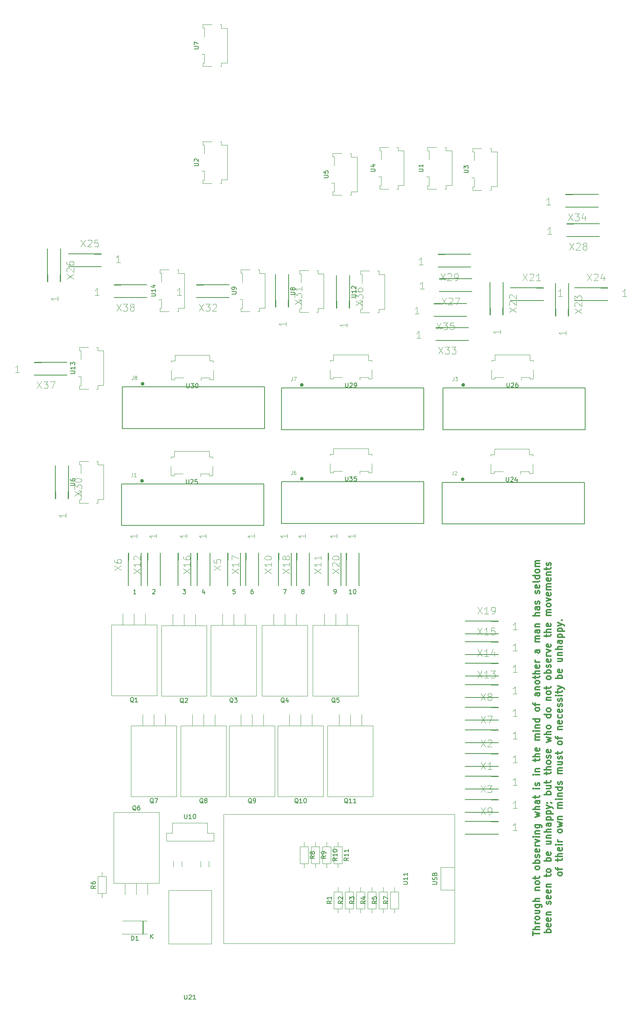
<source format=gbr>
%TF.GenerationSoftware,KiCad,Pcbnew,5.1.7-a382d34a8~88~ubuntu20.04.1*%
%TF.CreationDate,2021-03-09T09:01:26+01:00*%
%TF.ProjectId,narcise,6e617263-6973-4652-9e6b-696361645f70,rev?*%
%TF.SameCoordinates,Original*%
%TF.FileFunction,Legend,Top*%
%TF.FilePolarity,Positive*%
%FSLAX46Y46*%
G04 Gerber Fmt 4.6, Leading zero omitted, Abs format (unit mm)*
G04 Created by KiCad (PCBNEW 5.1.7-a382d34a8~88~ubuntu20.04.1) date 2021-03-09 09:01:26*
%MOMM*%
%LPD*%
G01*
G04 APERTURE LIST*
%ADD10C,0.300000*%
%ADD11C,0.150000*%
%ADD12C,0.200000*%
%ADD13C,0.010000*%
%ADD14C,0.120000*%
%ADD15C,0.127000*%
%ADD16C,0.400000*%
%ADD17C,0.015000*%
G04 APERTURE END LIST*
D10*
X141154571Y-383372000D02*
X141154571Y-382514857D01*
X142654571Y-382943428D02*
X141154571Y-382943428D01*
X142654571Y-382014857D02*
X141154571Y-382014857D01*
X142654571Y-381372000D02*
X141868857Y-381372000D01*
X141726000Y-381443428D01*
X141654571Y-381586285D01*
X141654571Y-381800571D01*
X141726000Y-381943428D01*
X141797428Y-382014857D01*
X142654571Y-380657714D02*
X141654571Y-380657714D01*
X141940285Y-380657714D02*
X141797428Y-380586285D01*
X141726000Y-380514857D01*
X141654571Y-380372000D01*
X141654571Y-380229142D01*
X142654571Y-379514857D02*
X142583142Y-379657714D01*
X142511714Y-379729142D01*
X142368857Y-379800571D01*
X141940285Y-379800571D01*
X141797428Y-379729142D01*
X141726000Y-379657714D01*
X141654571Y-379514857D01*
X141654571Y-379300571D01*
X141726000Y-379157714D01*
X141797428Y-379086285D01*
X141940285Y-379014857D01*
X142368857Y-379014857D01*
X142511714Y-379086285D01*
X142583142Y-379157714D01*
X142654571Y-379300571D01*
X142654571Y-379514857D01*
X141654571Y-377729142D02*
X142654571Y-377729142D01*
X141654571Y-378372000D02*
X142440285Y-378372000D01*
X142583142Y-378300571D01*
X142654571Y-378157714D01*
X142654571Y-377943428D01*
X142583142Y-377800571D01*
X142511714Y-377729142D01*
X141654571Y-376372000D02*
X142868857Y-376372000D01*
X143011714Y-376443428D01*
X143083142Y-376514857D01*
X143154571Y-376657714D01*
X143154571Y-376872000D01*
X143083142Y-377014857D01*
X142583142Y-376372000D02*
X142654571Y-376514857D01*
X142654571Y-376800571D01*
X142583142Y-376943428D01*
X142511714Y-377014857D01*
X142368857Y-377086285D01*
X141940285Y-377086285D01*
X141797428Y-377014857D01*
X141726000Y-376943428D01*
X141654571Y-376800571D01*
X141654571Y-376514857D01*
X141726000Y-376372000D01*
X142654571Y-375657714D02*
X141154571Y-375657714D01*
X142654571Y-375014857D02*
X141868857Y-375014857D01*
X141726000Y-375086285D01*
X141654571Y-375229142D01*
X141654571Y-375443428D01*
X141726000Y-375586285D01*
X141797428Y-375657714D01*
X141654571Y-373157714D02*
X142654571Y-373157714D01*
X141797428Y-373157714D02*
X141726000Y-373086285D01*
X141654571Y-372943428D01*
X141654571Y-372729142D01*
X141726000Y-372586285D01*
X141868857Y-372514857D01*
X142654571Y-372514857D01*
X142654571Y-371586285D02*
X142583142Y-371729142D01*
X142511714Y-371800571D01*
X142368857Y-371872000D01*
X141940285Y-371872000D01*
X141797428Y-371800571D01*
X141726000Y-371729142D01*
X141654571Y-371586285D01*
X141654571Y-371372000D01*
X141726000Y-371229142D01*
X141797428Y-371157714D01*
X141940285Y-371086285D01*
X142368857Y-371086285D01*
X142511714Y-371157714D01*
X142583142Y-371229142D01*
X142654571Y-371372000D01*
X142654571Y-371586285D01*
X141654571Y-370657714D02*
X141654571Y-370086285D01*
X141154571Y-370443428D02*
X142440285Y-370443428D01*
X142583142Y-370372000D01*
X142654571Y-370229142D01*
X142654571Y-370086285D01*
X142654571Y-368229142D02*
X142583142Y-368372000D01*
X142511714Y-368443428D01*
X142368857Y-368514857D01*
X141940285Y-368514857D01*
X141797428Y-368443428D01*
X141726000Y-368372000D01*
X141654571Y-368229142D01*
X141654571Y-368014857D01*
X141726000Y-367872000D01*
X141797428Y-367800571D01*
X141940285Y-367729142D01*
X142368857Y-367729142D01*
X142511714Y-367800571D01*
X142583142Y-367872000D01*
X142654571Y-368014857D01*
X142654571Y-368229142D01*
X142654571Y-367086285D02*
X141154571Y-367086285D01*
X141726000Y-367086285D02*
X141654571Y-366943428D01*
X141654571Y-366657714D01*
X141726000Y-366514857D01*
X141797428Y-366443428D01*
X141940285Y-366372000D01*
X142368857Y-366372000D01*
X142511714Y-366443428D01*
X142583142Y-366514857D01*
X142654571Y-366657714D01*
X142654571Y-366943428D01*
X142583142Y-367086285D01*
X142583142Y-365800571D02*
X142654571Y-365657714D01*
X142654571Y-365372000D01*
X142583142Y-365229142D01*
X142440285Y-365157714D01*
X142368857Y-365157714D01*
X142226000Y-365229142D01*
X142154571Y-365372000D01*
X142154571Y-365586285D01*
X142083142Y-365729142D01*
X141940285Y-365800571D01*
X141868857Y-365800571D01*
X141726000Y-365729142D01*
X141654571Y-365586285D01*
X141654571Y-365372000D01*
X141726000Y-365229142D01*
X142583142Y-363943428D02*
X142654571Y-364086285D01*
X142654571Y-364372000D01*
X142583142Y-364514857D01*
X142440285Y-364586285D01*
X141868857Y-364586285D01*
X141726000Y-364514857D01*
X141654571Y-364372000D01*
X141654571Y-364086285D01*
X141726000Y-363943428D01*
X141868857Y-363872000D01*
X142011714Y-363872000D01*
X142154571Y-364586285D01*
X142654571Y-363229142D02*
X141654571Y-363229142D01*
X141940285Y-363229142D02*
X141797428Y-363157714D01*
X141726000Y-363086285D01*
X141654571Y-362943428D01*
X141654571Y-362800571D01*
X141654571Y-362443428D02*
X142654571Y-362086285D01*
X141654571Y-361729142D01*
X142654571Y-361157714D02*
X141654571Y-361157714D01*
X141154571Y-361157714D02*
X141226000Y-361229142D01*
X141297428Y-361157714D01*
X141226000Y-361086285D01*
X141154571Y-361157714D01*
X141297428Y-361157714D01*
X141654571Y-360443428D02*
X142654571Y-360443428D01*
X141797428Y-360443428D02*
X141726000Y-360372000D01*
X141654571Y-360229142D01*
X141654571Y-360014857D01*
X141726000Y-359872000D01*
X141868857Y-359800571D01*
X142654571Y-359800571D01*
X141654571Y-358443428D02*
X142868857Y-358443428D01*
X143011714Y-358514857D01*
X143083142Y-358586285D01*
X143154571Y-358729142D01*
X143154571Y-358943428D01*
X143083142Y-359086285D01*
X142583142Y-358443428D02*
X142654571Y-358586285D01*
X142654571Y-358872000D01*
X142583142Y-359014857D01*
X142511714Y-359086285D01*
X142368857Y-359157714D01*
X141940285Y-359157714D01*
X141797428Y-359086285D01*
X141726000Y-359014857D01*
X141654571Y-358872000D01*
X141654571Y-358586285D01*
X141726000Y-358443428D01*
X141654571Y-356729142D02*
X142654571Y-356443428D01*
X141940285Y-356157714D01*
X142654571Y-355872000D01*
X141654571Y-355586285D01*
X142654571Y-355014857D02*
X141154571Y-355014857D01*
X142654571Y-354372000D02*
X141868857Y-354372000D01*
X141726000Y-354443428D01*
X141654571Y-354586285D01*
X141654571Y-354800571D01*
X141726000Y-354943428D01*
X141797428Y-355014857D01*
X142654571Y-353014857D02*
X141868857Y-353014857D01*
X141726000Y-353086285D01*
X141654571Y-353229142D01*
X141654571Y-353514857D01*
X141726000Y-353657714D01*
X142583142Y-353014857D02*
X142654571Y-353157714D01*
X142654571Y-353514857D01*
X142583142Y-353657714D01*
X142440285Y-353729142D01*
X142297428Y-353729142D01*
X142154571Y-353657714D01*
X142083142Y-353514857D01*
X142083142Y-353157714D01*
X142011714Y-353014857D01*
X141654571Y-352514857D02*
X141654571Y-351943428D01*
X141154571Y-352300571D02*
X142440285Y-352300571D01*
X142583142Y-352229142D01*
X142654571Y-352086285D01*
X142654571Y-351943428D01*
X142654571Y-350300571D02*
X141654571Y-350300571D01*
X141154571Y-350300571D02*
X141226000Y-350372000D01*
X141297428Y-350300571D01*
X141226000Y-350229142D01*
X141154571Y-350300571D01*
X141297428Y-350300571D01*
X142583142Y-349657714D02*
X142654571Y-349514857D01*
X142654571Y-349229142D01*
X142583142Y-349086285D01*
X142440285Y-349014857D01*
X142368857Y-349014857D01*
X142226000Y-349086285D01*
X142154571Y-349229142D01*
X142154571Y-349443428D01*
X142083142Y-349586285D01*
X141940285Y-349657714D01*
X141868857Y-349657714D01*
X141726000Y-349586285D01*
X141654571Y-349443428D01*
X141654571Y-349229142D01*
X141726000Y-349086285D01*
X142654571Y-347229142D02*
X141654571Y-347229142D01*
X141154571Y-347229142D02*
X141226000Y-347300571D01*
X141297428Y-347229142D01*
X141226000Y-347157714D01*
X141154571Y-347229142D01*
X141297428Y-347229142D01*
X141654571Y-346514857D02*
X142654571Y-346514857D01*
X141797428Y-346514857D02*
X141726000Y-346443428D01*
X141654571Y-346300571D01*
X141654571Y-346086285D01*
X141726000Y-345943428D01*
X141868857Y-345872000D01*
X142654571Y-345872000D01*
X141654571Y-344229142D02*
X141654571Y-343657714D01*
X141154571Y-344014857D02*
X142440285Y-344014857D01*
X142583142Y-343943428D01*
X142654571Y-343800571D01*
X142654571Y-343657714D01*
X142654571Y-343157714D02*
X141154571Y-343157714D01*
X142654571Y-342514857D02*
X141868857Y-342514857D01*
X141726000Y-342586285D01*
X141654571Y-342729142D01*
X141654571Y-342943428D01*
X141726000Y-343086285D01*
X141797428Y-343157714D01*
X142583142Y-341229142D02*
X142654571Y-341372000D01*
X142654571Y-341657714D01*
X142583142Y-341800571D01*
X142440285Y-341872000D01*
X141868857Y-341872000D01*
X141726000Y-341800571D01*
X141654571Y-341657714D01*
X141654571Y-341372000D01*
X141726000Y-341229142D01*
X141868857Y-341157714D01*
X142011714Y-341157714D01*
X142154571Y-341872000D01*
X142654571Y-339372000D02*
X141654571Y-339372000D01*
X141797428Y-339372000D02*
X141726000Y-339300571D01*
X141654571Y-339157714D01*
X141654571Y-338943428D01*
X141726000Y-338800571D01*
X141868857Y-338729142D01*
X142654571Y-338729142D01*
X141868857Y-338729142D02*
X141726000Y-338657714D01*
X141654571Y-338514857D01*
X141654571Y-338300571D01*
X141726000Y-338157714D01*
X141868857Y-338086285D01*
X142654571Y-338086285D01*
X142654571Y-337372000D02*
X141654571Y-337372000D01*
X141154571Y-337372000D02*
X141226000Y-337443428D01*
X141297428Y-337372000D01*
X141226000Y-337300571D01*
X141154571Y-337372000D01*
X141297428Y-337372000D01*
X141654571Y-336657714D02*
X142654571Y-336657714D01*
X141797428Y-336657714D02*
X141726000Y-336586285D01*
X141654571Y-336443428D01*
X141654571Y-336229142D01*
X141726000Y-336086285D01*
X141868857Y-336014857D01*
X142654571Y-336014857D01*
X142654571Y-334657714D02*
X141154571Y-334657714D01*
X142583142Y-334657714D02*
X142654571Y-334800571D01*
X142654571Y-335086285D01*
X142583142Y-335229142D01*
X142511714Y-335300571D01*
X142368857Y-335372000D01*
X141940285Y-335372000D01*
X141797428Y-335300571D01*
X141726000Y-335229142D01*
X141654571Y-335086285D01*
X141654571Y-334800571D01*
X141726000Y-334657714D01*
X142654571Y-332586285D02*
X142583142Y-332729142D01*
X142511714Y-332800571D01*
X142368857Y-332872000D01*
X141940285Y-332872000D01*
X141797428Y-332800571D01*
X141726000Y-332729142D01*
X141654571Y-332586285D01*
X141654571Y-332372000D01*
X141726000Y-332229142D01*
X141797428Y-332157714D01*
X141940285Y-332086285D01*
X142368857Y-332086285D01*
X142511714Y-332157714D01*
X142583142Y-332229142D01*
X142654571Y-332372000D01*
X142654571Y-332586285D01*
X141654571Y-331657714D02*
X141654571Y-331086285D01*
X142654571Y-331443428D02*
X141368857Y-331443428D01*
X141226000Y-331372000D01*
X141154571Y-331229142D01*
X141154571Y-331086285D01*
X142654571Y-328800571D02*
X141868857Y-328800571D01*
X141726000Y-328872000D01*
X141654571Y-329014857D01*
X141654571Y-329300571D01*
X141726000Y-329443428D01*
X142583142Y-328800571D02*
X142654571Y-328943428D01*
X142654571Y-329300571D01*
X142583142Y-329443428D01*
X142440285Y-329514857D01*
X142297428Y-329514857D01*
X142154571Y-329443428D01*
X142083142Y-329300571D01*
X142083142Y-328943428D01*
X142011714Y-328800571D01*
X141654571Y-328086285D02*
X142654571Y-328086285D01*
X141797428Y-328086285D02*
X141726000Y-328014857D01*
X141654571Y-327872000D01*
X141654571Y-327657714D01*
X141726000Y-327514857D01*
X141868857Y-327443428D01*
X142654571Y-327443428D01*
X142654571Y-326514857D02*
X142583142Y-326657714D01*
X142511714Y-326729142D01*
X142368857Y-326800571D01*
X141940285Y-326800571D01*
X141797428Y-326729142D01*
X141726000Y-326657714D01*
X141654571Y-326514857D01*
X141654571Y-326300571D01*
X141726000Y-326157714D01*
X141797428Y-326086285D01*
X141940285Y-326014857D01*
X142368857Y-326014857D01*
X142511714Y-326086285D01*
X142583142Y-326157714D01*
X142654571Y-326300571D01*
X142654571Y-326514857D01*
X141654571Y-325586285D02*
X141654571Y-325014857D01*
X141154571Y-325372000D02*
X142440285Y-325372000D01*
X142583142Y-325300571D01*
X142654571Y-325157714D01*
X142654571Y-325014857D01*
X142654571Y-324514857D02*
X141154571Y-324514857D01*
X142654571Y-323872000D02*
X141868857Y-323872000D01*
X141726000Y-323943428D01*
X141654571Y-324086285D01*
X141654571Y-324300571D01*
X141726000Y-324443428D01*
X141797428Y-324514857D01*
X142583142Y-322586285D02*
X142654571Y-322729142D01*
X142654571Y-323014857D01*
X142583142Y-323157714D01*
X142440285Y-323229142D01*
X141868857Y-323229142D01*
X141726000Y-323157714D01*
X141654571Y-323014857D01*
X141654571Y-322729142D01*
X141726000Y-322586285D01*
X141868857Y-322514857D01*
X142011714Y-322514857D01*
X142154571Y-323229142D01*
X142654571Y-321872000D02*
X141654571Y-321872000D01*
X141940285Y-321872000D02*
X141797428Y-321800571D01*
X141726000Y-321729142D01*
X141654571Y-321586285D01*
X141654571Y-321443428D01*
X142654571Y-319157714D02*
X141868857Y-319157714D01*
X141726000Y-319229142D01*
X141654571Y-319372000D01*
X141654571Y-319657714D01*
X141726000Y-319800571D01*
X142583142Y-319157714D02*
X142654571Y-319300571D01*
X142654571Y-319657714D01*
X142583142Y-319800571D01*
X142440285Y-319872000D01*
X142297428Y-319872000D01*
X142154571Y-319800571D01*
X142083142Y-319657714D01*
X142083142Y-319300571D01*
X142011714Y-319157714D01*
X142654571Y-317300571D02*
X141654571Y-317300571D01*
X141797428Y-317300571D02*
X141726000Y-317229142D01*
X141654571Y-317086285D01*
X141654571Y-316872000D01*
X141726000Y-316729142D01*
X141868857Y-316657714D01*
X142654571Y-316657714D01*
X141868857Y-316657714D02*
X141726000Y-316586285D01*
X141654571Y-316443428D01*
X141654571Y-316229142D01*
X141726000Y-316086285D01*
X141868857Y-316014857D01*
X142654571Y-316014857D01*
X142654571Y-314657714D02*
X141868857Y-314657714D01*
X141726000Y-314729142D01*
X141654571Y-314872000D01*
X141654571Y-315157714D01*
X141726000Y-315300571D01*
X142583142Y-314657714D02*
X142654571Y-314800571D01*
X142654571Y-315157714D01*
X142583142Y-315300571D01*
X142440285Y-315372000D01*
X142297428Y-315372000D01*
X142154571Y-315300571D01*
X142083142Y-315157714D01*
X142083142Y-314800571D01*
X142011714Y-314657714D01*
X141654571Y-313943428D02*
X142654571Y-313943428D01*
X141797428Y-313943428D02*
X141726000Y-313872000D01*
X141654571Y-313729142D01*
X141654571Y-313514857D01*
X141726000Y-313372000D01*
X141868857Y-313300571D01*
X142654571Y-313300571D01*
X142654571Y-311443428D02*
X141154571Y-311443428D01*
X142654571Y-310800571D02*
X141868857Y-310800571D01*
X141726000Y-310872000D01*
X141654571Y-311014857D01*
X141654571Y-311229142D01*
X141726000Y-311372000D01*
X141797428Y-311443428D01*
X142654571Y-309443428D02*
X141868857Y-309443428D01*
X141726000Y-309514857D01*
X141654571Y-309657714D01*
X141654571Y-309943428D01*
X141726000Y-310086285D01*
X142583142Y-309443428D02*
X142654571Y-309586285D01*
X142654571Y-309943428D01*
X142583142Y-310086285D01*
X142440285Y-310157714D01*
X142297428Y-310157714D01*
X142154571Y-310086285D01*
X142083142Y-309943428D01*
X142083142Y-309586285D01*
X142011714Y-309443428D01*
X142583142Y-308800571D02*
X142654571Y-308657714D01*
X142654571Y-308372000D01*
X142583142Y-308229142D01*
X142440285Y-308157714D01*
X142368857Y-308157714D01*
X142226000Y-308229142D01*
X142154571Y-308372000D01*
X142154571Y-308586285D01*
X142083142Y-308729142D01*
X141940285Y-308800571D01*
X141868857Y-308800571D01*
X141726000Y-308729142D01*
X141654571Y-308586285D01*
X141654571Y-308372000D01*
X141726000Y-308229142D01*
X142583142Y-306443428D02*
X142654571Y-306300571D01*
X142654571Y-306014857D01*
X142583142Y-305872000D01*
X142440285Y-305800571D01*
X142368857Y-305800571D01*
X142226000Y-305872000D01*
X142154571Y-306014857D01*
X142154571Y-306229142D01*
X142083142Y-306372000D01*
X141940285Y-306443428D01*
X141868857Y-306443428D01*
X141726000Y-306372000D01*
X141654571Y-306229142D01*
X141654571Y-306014857D01*
X141726000Y-305872000D01*
X142583142Y-304586285D02*
X142654571Y-304729142D01*
X142654571Y-305014857D01*
X142583142Y-305157714D01*
X142440285Y-305229142D01*
X141868857Y-305229142D01*
X141726000Y-305157714D01*
X141654571Y-305014857D01*
X141654571Y-304729142D01*
X141726000Y-304586285D01*
X141868857Y-304514857D01*
X142011714Y-304514857D01*
X142154571Y-305229142D01*
X142654571Y-303657714D02*
X142583142Y-303800571D01*
X142440285Y-303872000D01*
X141154571Y-303872000D01*
X142654571Y-302443428D02*
X141154571Y-302443428D01*
X142583142Y-302443428D02*
X142654571Y-302586285D01*
X142654571Y-302872000D01*
X142583142Y-303014857D01*
X142511714Y-303086285D01*
X142368857Y-303157714D01*
X141940285Y-303157714D01*
X141797428Y-303086285D01*
X141726000Y-303014857D01*
X141654571Y-302872000D01*
X141654571Y-302586285D01*
X141726000Y-302443428D01*
X142654571Y-301514857D02*
X142583142Y-301657714D01*
X142511714Y-301729142D01*
X142368857Y-301800571D01*
X141940285Y-301800571D01*
X141797428Y-301729142D01*
X141726000Y-301657714D01*
X141654571Y-301514857D01*
X141654571Y-301300571D01*
X141726000Y-301157714D01*
X141797428Y-301086285D01*
X141940285Y-301014857D01*
X142368857Y-301014857D01*
X142511714Y-301086285D01*
X142583142Y-301157714D01*
X142654571Y-301300571D01*
X142654571Y-301514857D01*
X142654571Y-300372000D02*
X141654571Y-300372000D01*
X141797428Y-300372000D02*
X141726000Y-300300571D01*
X141654571Y-300157714D01*
X141654571Y-299943428D01*
X141726000Y-299800571D01*
X141868857Y-299729142D01*
X142654571Y-299729142D01*
X141868857Y-299729142D02*
X141726000Y-299657714D01*
X141654571Y-299514857D01*
X141654571Y-299300571D01*
X141726000Y-299157714D01*
X141868857Y-299086285D01*
X142654571Y-299086285D01*
X145204571Y-382657714D02*
X143704571Y-382657714D01*
X144276000Y-382657714D02*
X144204571Y-382514857D01*
X144204571Y-382229142D01*
X144276000Y-382086285D01*
X144347428Y-382014857D01*
X144490285Y-381943428D01*
X144918857Y-381943428D01*
X145061714Y-382014857D01*
X145133142Y-382086285D01*
X145204571Y-382229142D01*
X145204571Y-382514857D01*
X145133142Y-382657714D01*
X145133142Y-380729142D02*
X145204571Y-380872000D01*
X145204571Y-381157714D01*
X145133142Y-381300571D01*
X144990285Y-381372000D01*
X144418857Y-381372000D01*
X144276000Y-381300571D01*
X144204571Y-381157714D01*
X144204571Y-380872000D01*
X144276000Y-380729142D01*
X144418857Y-380657714D01*
X144561714Y-380657714D01*
X144704571Y-381372000D01*
X145133142Y-379443428D02*
X145204571Y-379586285D01*
X145204571Y-379872000D01*
X145133142Y-380014857D01*
X144990285Y-380086285D01*
X144418857Y-380086285D01*
X144276000Y-380014857D01*
X144204571Y-379872000D01*
X144204571Y-379586285D01*
X144276000Y-379443428D01*
X144418857Y-379372000D01*
X144561714Y-379372000D01*
X144704571Y-380086285D01*
X144204571Y-378729142D02*
X145204571Y-378729142D01*
X144347428Y-378729142D02*
X144276000Y-378657714D01*
X144204571Y-378514857D01*
X144204571Y-378300571D01*
X144276000Y-378157714D01*
X144418857Y-378086285D01*
X145204571Y-378086285D01*
X145133142Y-376300571D02*
X145204571Y-376157714D01*
X145204571Y-375872000D01*
X145133142Y-375729142D01*
X144990285Y-375657714D01*
X144918857Y-375657714D01*
X144776000Y-375729142D01*
X144704571Y-375872000D01*
X144704571Y-376086285D01*
X144633142Y-376229142D01*
X144490285Y-376300571D01*
X144418857Y-376300571D01*
X144276000Y-376229142D01*
X144204571Y-376086285D01*
X144204571Y-375872000D01*
X144276000Y-375729142D01*
X145133142Y-374443428D02*
X145204571Y-374586285D01*
X145204571Y-374872000D01*
X145133142Y-375014857D01*
X144990285Y-375086285D01*
X144418857Y-375086285D01*
X144276000Y-375014857D01*
X144204571Y-374872000D01*
X144204571Y-374586285D01*
X144276000Y-374443428D01*
X144418857Y-374372000D01*
X144561714Y-374372000D01*
X144704571Y-375086285D01*
X145133142Y-373157714D02*
X145204571Y-373300571D01*
X145204571Y-373586285D01*
X145133142Y-373729142D01*
X144990285Y-373800571D01*
X144418857Y-373800571D01*
X144276000Y-373729142D01*
X144204571Y-373586285D01*
X144204571Y-373300571D01*
X144276000Y-373157714D01*
X144418857Y-373086285D01*
X144561714Y-373086285D01*
X144704571Y-373800571D01*
X144204571Y-372443428D02*
X145204571Y-372443428D01*
X144347428Y-372443428D02*
X144276000Y-372372000D01*
X144204571Y-372229142D01*
X144204571Y-372014857D01*
X144276000Y-371872000D01*
X144418857Y-371800571D01*
X145204571Y-371800571D01*
X144204571Y-370157714D02*
X144204571Y-369586285D01*
X143704571Y-369943428D02*
X144990285Y-369943428D01*
X145133142Y-369872000D01*
X145204571Y-369729142D01*
X145204571Y-369586285D01*
X145204571Y-368872000D02*
X145133142Y-369014857D01*
X145061714Y-369086285D01*
X144918857Y-369157714D01*
X144490285Y-369157714D01*
X144347428Y-369086285D01*
X144276000Y-369014857D01*
X144204571Y-368872000D01*
X144204571Y-368657714D01*
X144276000Y-368514857D01*
X144347428Y-368443428D01*
X144490285Y-368372000D01*
X144918857Y-368372000D01*
X145061714Y-368443428D01*
X145133142Y-368514857D01*
X145204571Y-368657714D01*
X145204571Y-368872000D01*
X145204571Y-366586285D02*
X143704571Y-366586285D01*
X144276000Y-366586285D02*
X144204571Y-366443428D01*
X144204571Y-366157714D01*
X144276000Y-366014857D01*
X144347428Y-365943428D01*
X144490285Y-365872000D01*
X144918857Y-365872000D01*
X145061714Y-365943428D01*
X145133142Y-366014857D01*
X145204571Y-366157714D01*
X145204571Y-366443428D01*
X145133142Y-366586285D01*
X145133142Y-364657714D02*
X145204571Y-364800571D01*
X145204571Y-365086285D01*
X145133142Y-365229142D01*
X144990285Y-365300571D01*
X144418857Y-365300571D01*
X144276000Y-365229142D01*
X144204571Y-365086285D01*
X144204571Y-364800571D01*
X144276000Y-364657714D01*
X144418857Y-364586285D01*
X144561714Y-364586285D01*
X144704571Y-365300571D01*
X144204571Y-362157714D02*
X145204571Y-362157714D01*
X144204571Y-362800571D02*
X144990285Y-362800571D01*
X145133142Y-362729142D01*
X145204571Y-362586285D01*
X145204571Y-362372000D01*
X145133142Y-362229142D01*
X145061714Y-362157714D01*
X144204571Y-361443428D02*
X145204571Y-361443428D01*
X144347428Y-361443428D02*
X144276000Y-361372000D01*
X144204571Y-361229142D01*
X144204571Y-361014857D01*
X144276000Y-360872000D01*
X144418857Y-360800571D01*
X145204571Y-360800571D01*
X145204571Y-360086285D02*
X143704571Y-360086285D01*
X145204571Y-359443428D02*
X144418857Y-359443428D01*
X144276000Y-359514857D01*
X144204571Y-359657714D01*
X144204571Y-359872000D01*
X144276000Y-360014857D01*
X144347428Y-360086285D01*
X145204571Y-358086285D02*
X144418857Y-358086285D01*
X144276000Y-358157714D01*
X144204571Y-358300571D01*
X144204571Y-358586285D01*
X144276000Y-358729142D01*
X145133142Y-358086285D02*
X145204571Y-358229142D01*
X145204571Y-358586285D01*
X145133142Y-358729142D01*
X144990285Y-358800571D01*
X144847428Y-358800571D01*
X144704571Y-358729142D01*
X144633142Y-358586285D01*
X144633142Y-358229142D01*
X144561714Y-358086285D01*
X144204571Y-357372000D02*
X145704571Y-357372000D01*
X144276000Y-357372000D02*
X144204571Y-357229142D01*
X144204571Y-356943428D01*
X144276000Y-356800571D01*
X144347428Y-356729142D01*
X144490285Y-356657714D01*
X144918857Y-356657714D01*
X145061714Y-356729142D01*
X145133142Y-356800571D01*
X145204571Y-356943428D01*
X145204571Y-357229142D01*
X145133142Y-357372000D01*
X144204571Y-356014857D02*
X145704571Y-356014857D01*
X144276000Y-356014857D02*
X144204571Y-355872000D01*
X144204571Y-355586285D01*
X144276000Y-355443428D01*
X144347428Y-355372000D01*
X144490285Y-355300571D01*
X144918857Y-355300571D01*
X145061714Y-355372000D01*
X145133142Y-355443428D01*
X145204571Y-355586285D01*
X145204571Y-355872000D01*
X145133142Y-356014857D01*
X144204571Y-354800571D02*
X145204571Y-354443428D01*
X144204571Y-354086285D02*
X145204571Y-354443428D01*
X145561714Y-354586285D01*
X145633142Y-354657714D01*
X145704571Y-354800571D01*
X145133142Y-353443428D02*
X145204571Y-353443428D01*
X145347428Y-353514857D01*
X145418857Y-353586285D01*
X144276000Y-353514857D02*
X144347428Y-353443428D01*
X144418857Y-353514857D01*
X144347428Y-353586285D01*
X144276000Y-353514857D01*
X144418857Y-353514857D01*
X145204571Y-351657714D02*
X143704571Y-351657714D01*
X144276000Y-351657714D02*
X144204571Y-351514857D01*
X144204571Y-351229142D01*
X144276000Y-351086285D01*
X144347428Y-351014857D01*
X144490285Y-350943428D01*
X144918857Y-350943428D01*
X145061714Y-351014857D01*
X145133142Y-351086285D01*
X145204571Y-351229142D01*
X145204571Y-351514857D01*
X145133142Y-351657714D01*
X144204571Y-349657714D02*
X145204571Y-349657714D01*
X144204571Y-350300571D02*
X144990285Y-350300571D01*
X145133142Y-350229142D01*
X145204571Y-350086285D01*
X145204571Y-349872000D01*
X145133142Y-349729142D01*
X145061714Y-349657714D01*
X144204571Y-349157714D02*
X144204571Y-348586285D01*
X143704571Y-348943428D02*
X144990285Y-348943428D01*
X145133142Y-348872000D01*
X145204571Y-348729142D01*
X145204571Y-348586285D01*
X144204571Y-347157714D02*
X144204571Y-346586285D01*
X143704571Y-346943428D02*
X144990285Y-346943428D01*
X145133142Y-346872000D01*
X145204571Y-346729142D01*
X145204571Y-346586285D01*
X145204571Y-346086285D02*
X143704571Y-346086285D01*
X145204571Y-345443428D02*
X144418857Y-345443428D01*
X144276000Y-345514857D01*
X144204571Y-345657714D01*
X144204571Y-345872000D01*
X144276000Y-346014857D01*
X144347428Y-346086285D01*
X145204571Y-344514857D02*
X145133142Y-344657714D01*
X145061714Y-344729142D01*
X144918857Y-344800571D01*
X144490285Y-344800571D01*
X144347428Y-344729142D01*
X144276000Y-344657714D01*
X144204571Y-344514857D01*
X144204571Y-344300571D01*
X144276000Y-344157714D01*
X144347428Y-344086285D01*
X144490285Y-344014857D01*
X144918857Y-344014857D01*
X145061714Y-344086285D01*
X145133142Y-344157714D01*
X145204571Y-344300571D01*
X145204571Y-344514857D01*
X145133142Y-343443428D02*
X145204571Y-343300571D01*
X145204571Y-343014857D01*
X145133142Y-342872000D01*
X144990285Y-342800571D01*
X144918857Y-342800571D01*
X144776000Y-342872000D01*
X144704571Y-343014857D01*
X144704571Y-343229142D01*
X144633142Y-343372000D01*
X144490285Y-343443428D01*
X144418857Y-343443428D01*
X144276000Y-343372000D01*
X144204571Y-343229142D01*
X144204571Y-343014857D01*
X144276000Y-342872000D01*
X145133142Y-341586285D02*
X145204571Y-341729142D01*
X145204571Y-342014857D01*
X145133142Y-342157714D01*
X144990285Y-342229142D01*
X144418857Y-342229142D01*
X144276000Y-342157714D01*
X144204571Y-342014857D01*
X144204571Y-341729142D01*
X144276000Y-341586285D01*
X144418857Y-341514857D01*
X144561714Y-341514857D01*
X144704571Y-342229142D01*
X144204571Y-339872000D02*
X145204571Y-339586285D01*
X144490285Y-339300571D01*
X145204571Y-339014857D01*
X144204571Y-338729142D01*
X145204571Y-338157714D02*
X143704571Y-338157714D01*
X145204571Y-337514857D02*
X144418857Y-337514857D01*
X144276000Y-337586285D01*
X144204571Y-337729142D01*
X144204571Y-337943428D01*
X144276000Y-338086285D01*
X144347428Y-338157714D01*
X145204571Y-336586285D02*
X145133142Y-336729142D01*
X145061714Y-336800571D01*
X144918857Y-336872000D01*
X144490285Y-336872000D01*
X144347428Y-336800571D01*
X144276000Y-336729142D01*
X144204571Y-336586285D01*
X144204571Y-336372000D01*
X144276000Y-336229142D01*
X144347428Y-336157714D01*
X144490285Y-336086285D01*
X144918857Y-336086285D01*
X145061714Y-336157714D01*
X145133142Y-336229142D01*
X145204571Y-336372000D01*
X145204571Y-336586285D01*
X145204571Y-333657714D02*
X143704571Y-333657714D01*
X145133142Y-333657714D02*
X145204571Y-333800571D01*
X145204571Y-334086285D01*
X145133142Y-334229142D01*
X145061714Y-334300571D01*
X144918857Y-334372000D01*
X144490285Y-334372000D01*
X144347428Y-334300571D01*
X144276000Y-334229142D01*
X144204571Y-334086285D01*
X144204571Y-333800571D01*
X144276000Y-333657714D01*
X145204571Y-332729142D02*
X145133142Y-332872000D01*
X145061714Y-332943428D01*
X144918857Y-333014857D01*
X144490285Y-333014857D01*
X144347428Y-332943428D01*
X144276000Y-332872000D01*
X144204571Y-332729142D01*
X144204571Y-332514857D01*
X144276000Y-332372000D01*
X144347428Y-332300571D01*
X144490285Y-332229142D01*
X144918857Y-332229142D01*
X145061714Y-332300571D01*
X145133142Y-332372000D01*
X145204571Y-332514857D01*
X145204571Y-332729142D01*
X144204571Y-330443428D02*
X145204571Y-330443428D01*
X144347428Y-330443428D02*
X144276000Y-330372000D01*
X144204571Y-330229142D01*
X144204571Y-330014857D01*
X144276000Y-329872000D01*
X144418857Y-329800571D01*
X145204571Y-329800571D01*
X145204571Y-328872000D02*
X145133142Y-329014857D01*
X145061714Y-329086285D01*
X144918857Y-329157714D01*
X144490285Y-329157714D01*
X144347428Y-329086285D01*
X144276000Y-329014857D01*
X144204571Y-328872000D01*
X144204571Y-328657714D01*
X144276000Y-328514857D01*
X144347428Y-328443428D01*
X144490285Y-328372000D01*
X144918857Y-328372000D01*
X145061714Y-328443428D01*
X145133142Y-328514857D01*
X145204571Y-328657714D01*
X145204571Y-328872000D01*
X144204571Y-327943428D02*
X144204571Y-327372000D01*
X143704571Y-327729142D02*
X144990285Y-327729142D01*
X145133142Y-327657714D01*
X145204571Y-327514857D01*
X145204571Y-327372000D01*
X145204571Y-325514857D02*
X145133142Y-325657714D01*
X145061714Y-325729142D01*
X144918857Y-325800571D01*
X144490285Y-325800571D01*
X144347428Y-325729142D01*
X144276000Y-325657714D01*
X144204571Y-325514857D01*
X144204571Y-325300571D01*
X144276000Y-325157714D01*
X144347428Y-325086285D01*
X144490285Y-325014857D01*
X144918857Y-325014857D01*
X145061714Y-325086285D01*
X145133142Y-325157714D01*
X145204571Y-325300571D01*
X145204571Y-325514857D01*
X145204571Y-324372000D02*
X143704571Y-324372000D01*
X144276000Y-324372000D02*
X144204571Y-324229142D01*
X144204571Y-323943428D01*
X144276000Y-323800571D01*
X144347428Y-323729142D01*
X144490285Y-323657714D01*
X144918857Y-323657714D01*
X145061714Y-323729142D01*
X145133142Y-323800571D01*
X145204571Y-323943428D01*
X145204571Y-324229142D01*
X145133142Y-324372000D01*
X145133142Y-323086285D02*
X145204571Y-322943428D01*
X145204571Y-322657714D01*
X145133142Y-322514857D01*
X144990285Y-322443428D01*
X144918857Y-322443428D01*
X144776000Y-322514857D01*
X144704571Y-322657714D01*
X144704571Y-322872000D01*
X144633142Y-323014857D01*
X144490285Y-323086285D01*
X144418857Y-323086285D01*
X144276000Y-323014857D01*
X144204571Y-322872000D01*
X144204571Y-322657714D01*
X144276000Y-322514857D01*
X145133142Y-321229142D02*
X145204571Y-321372000D01*
X145204571Y-321657714D01*
X145133142Y-321800571D01*
X144990285Y-321872000D01*
X144418857Y-321872000D01*
X144276000Y-321800571D01*
X144204571Y-321657714D01*
X144204571Y-321372000D01*
X144276000Y-321229142D01*
X144418857Y-321157714D01*
X144561714Y-321157714D01*
X144704571Y-321872000D01*
X145204571Y-320514857D02*
X144204571Y-320514857D01*
X144490285Y-320514857D02*
X144347428Y-320443428D01*
X144276000Y-320372000D01*
X144204571Y-320229142D01*
X144204571Y-320086285D01*
X144204571Y-319729142D02*
X145204571Y-319372000D01*
X144204571Y-319014857D01*
X145133142Y-317872000D02*
X145204571Y-318014857D01*
X145204571Y-318300571D01*
X145133142Y-318443428D01*
X144990285Y-318514857D01*
X144418857Y-318514857D01*
X144276000Y-318443428D01*
X144204571Y-318300571D01*
X144204571Y-318014857D01*
X144276000Y-317872000D01*
X144418857Y-317800571D01*
X144561714Y-317800571D01*
X144704571Y-318514857D01*
X144204571Y-316229142D02*
X144204571Y-315657714D01*
X143704571Y-316014857D02*
X144990285Y-316014857D01*
X145133142Y-315943428D01*
X145204571Y-315800571D01*
X145204571Y-315657714D01*
X145204571Y-315157714D02*
X143704571Y-315157714D01*
X145204571Y-314514857D02*
X144418857Y-314514857D01*
X144276000Y-314586285D01*
X144204571Y-314729142D01*
X144204571Y-314943428D01*
X144276000Y-315086285D01*
X144347428Y-315157714D01*
X145133142Y-313229142D02*
X145204571Y-313372000D01*
X145204571Y-313657714D01*
X145133142Y-313800571D01*
X144990285Y-313872000D01*
X144418857Y-313872000D01*
X144276000Y-313800571D01*
X144204571Y-313657714D01*
X144204571Y-313372000D01*
X144276000Y-313229142D01*
X144418857Y-313157714D01*
X144561714Y-313157714D01*
X144704571Y-313872000D01*
X145204571Y-311372000D02*
X144204571Y-311372000D01*
X144347428Y-311372000D02*
X144276000Y-311300571D01*
X144204571Y-311157714D01*
X144204571Y-310943428D01*
X144276000Y-310800571D01*
X144418857Y-310729142D01*
X145204571Y-310729142D01*
X144418857Y-310729142D02*
X144276000Y-310657714D01*
X144204571Y-310514857D01*
X144204571Y-310300571D01*
X144276000Y-310157714D01*
X144418857Y-310086285D01*
X145204571Y-310086285D01*
X145204571Y-309157714D02*
X145133142Y-309300571D01*
X145061714Y-309372000D01*
X144918857Y-309443428D01*
X144490285Y-309443428D01*
X144347428Y-309372000D01*
X144276000Y-309300571D01*
X144204571Y-309157714D01*
X144204571Y-308943428D01*
X144276000Y-308800571D01*
X144347428Y-308729142D01*
X144490285Y-308657714D01*
X144918857Y-308657714D01*
X145061714Y-308729142D01*
X145133142Y-308800571D01*
X145204571Y-308943428D01*
X145204571Y-309157714D01*
X144204571Y-308157714D02*
X145204571Y-307800571D01*
X144204571Y-307443428D01*
X145133142Y-306300571D02*
X145204571Y-306443428D01*
X145204571Y-306729142D01*
X145133142Y-306872000D01*
X144990285Y-306943428D01*
X144418857Y-306943428D01*
X144276000Y-306872000D01*
X144204571Y-306729142D01*
X144204571Y-306443428D01*
X144276000Y-306300571D01*
X144418857Y-306229142D01*
X144561714Y-306229142D01*
X144704571Y-306943428D01*
X145204571Y-305586285D02*
X144204571Y-305586285D01*
X144347428Y-305586285D02*
X144276000Y-305514857D01*
X144204571Y-305372000D01*
X144204571Y-305157714D01*
X144276000Y-305014857D01*
X144418857Y-304943428D01*
X145204571Y-304943428D01*
X144418857Y-304943428D02*
X144276000Y-304872000D01*
X144204571Y-304729142D01*
X144204571Y-304514857D01*
X144276000Y-304372000D01*
X144418857Y-304300571D01*
X145204571Y-304300571D01*
X145133142Y-303014857D02*
X145204571Y-303157714D01*
X145204571Y-303443428D01*
X145133142Y-303586285D01*
X144990285Y-303657714D01*
X144418857Y-303657714D01*
X144276000Y-303586285D01*
X144204571Y-303443428D01*
X144204571Y-303157714D01*
X144276000Y-303014857D01*
X144418857Y-302943428D01*
X144561714Y-302943428D01*
X144704571Y-303657714D01*
X144204571Y-302300571D02*
X145204571Y-302300571D01*
X144347428Y-302300571D02*
X144276000Y-302229142D01*
X144204571Y-302086285D01*
X144204571Y-301872000D01*
X144276000Y-301729142D01*
X144418857Y-301657714D01*
X145204571Y-301657714D01*
X144204571Y-301157714D02*
X144204571Y-300586285D01*
X143704571Y-300943428D02*
X144990285Y-300943428D01*
X145133142Y-300872000D01*
X145204571Y-300729142D01*
X145204571Y-300586285D01*
X145133142Y-300157714D02*
X145204571Y-300014857D01*
X145204571Y-299729142D01*
X145133142Y-299586285D01*
X144990285Y-299514857D01*
X144918857Y-299514857D01*
X144776000Y-299586285D01*
X144704571Y-299729142D01*
X144704571Y-299943428D01*
X144633142Y-300086285D01*
X144490285Y-300157714D01*
X144418857Y-300157714D01*
X144276000Y-300086285D01*
X144204571Y-299943428D01*
X144204571Y-299729142D01*
X144276000Y-299586285D01*
X147754571Y-369586285D02*
X147683142Y-369729142D01*
X147611714Y-369800571D01*
X147468857Y-369872000D01*
X147040285Y-369872000D01*
X146897428Y-369800571D01*
X146826000Y-369729142D01*
X146754571Y-369586285D01*
X146754571Y-369372000D01*
X146826000Y-369229142D01*
X146897428Y-369157714D01*
X147040285Y-369086285D01*
X147468857Y-369086285D01*
X147611714Y-369157714D01*
X147683142Y-369229142D01*
X147754571Y-369372000D01*
X147754571Y-369586285D01*
X146754571Y-368657714D02*
X146754571Y-368086285D01*
X147754571Y-368443428D02*
X146468857Y-368443428D01*
X146326000Y-368372000D01*
X146254571Y-368229142D01*
X146254571Y-368086285D01*
X146754571Y-366657714D02*
X146754571Y-366086285D01*
X146254571Y-366443428D02*
X147540285Y-366443428D01*
X147683142Y-366372000D01*
X147754571Y-366229142D01*
X147754571Y-366086285D01*
X147754571Y-365586285D02*
X146254571Y-365586285D01*
X147754571Y-364943428D02*
X146968857Y-364943428D01*
X146826000Y-365014857D01*
X146754571Y-365157714D01*
X146754571Y-365372000D01*
X146826000Y-365514857D01*
X146897428Y-365586285D01*
X147683142Y-363657714D02*
X147754571Y-363800571D01*
X147754571Y-364086285D01*
X147683142Y-364229142D01*
X147540285Y-364300571D01*
X146968857Y-364300571D01*
X146826000Y-364229142D01*
X146754571Y-364086285D01*
X146754571Y-363800571D01*
X146826000Y-363657714D01*
X146968857Y-363586285D01*
X147111714Y-363586285D01*
X147254571Y-364300571D01*
X147754571Y-362943428D02*
X146754571Y-362943428D01*
X146254571Y-362943428D02*
X146326000Y-363014857D01*
X146397428Y-362943428D01*
X146326000Y-362872000D01*
X146254571Y-362943428D01*
X146397428Y-362943428D01*
X147754571Y-362229142D02*
X146754571Y-362229142D01*
X147040285Y-362229142D02*
X146897428Y-362157714D01*
X146826000Y-362086285D01*
X146754571Y-361943428D01*
X146754571Y-361800571D01*
X147754571Y-359943428D02*
X147683142Y-360086285D01*
X147611714Y-360157714D01*
X147468857Y-360229142D01*
X147040285Y-360229142D01*
X146897428Y-360157714D01*
X146826000Y-360086285D01*
X146754571Y-359943428D01*
X146754571Y-359729142D01*
X146826000Y-359586285D01*
X146897428Y-359514857D01*
X147040285Y-359443428D01*
X147468857Y-359443428D01*
X147611714Y-359514857D01*
X147683142Y-359586285D01*
X147754571Y-359729142D01*
X147754571Y-359943428D01*
X146754571Y-358943428D02*
X147754571Y-358657714D01*
X147040285Y-358372000D01*
X147754571Y-358086285D01*
X146754571Y-357800571D01*
X146754571Y-357229142D02*
X147754571Y-357229142D01*
X146897428Y-357229142D02*
X146826000Y-357157714D01*
X146754571Y-357014857D01*
X146754571Y-356800571D01*
X146826000Y-356657714D01*
X146968857Y-356586285D01*
X147754571Y-356586285D01*
X147754571Y-354729142D02*
X146754571Y-354729142D01*
X146897428Y-354729142D02*
X146826000Y-354657714D01*
X146754571Y-354514857D01*
X146754571Y-354300571D01*
X146826000Y-354157714D01*
X146968857Y-354086285D01*
X147754571Y-354086285D01*
X146968857Y-354086285D02*
X146826000Y-354014857D01*
X146754571Y-353872000D01*
X146754571Y-353657714D01*
X146826000Y-353514857D01*
X146968857Y-353443428D01*
X147754571Y-353443428D01*
X147754571Y-352729142D02*
X146754571Y-352729142D01*
X146254571Y-352729142D02*
X146326000Y-352800571D01*
X146397428Y-352729142D01*
X146326000Y-352657714D01*
X146254571Y-352729142D01*
X146397428Y-352729142D01*
X146754571Y-352014857D02*
X147754571Y-352014857D01*
X146897428Y-352014857D02*
X146826000Y-351943428D01*
X146754571Y-351800571D01*
X146754571Y-351586285D01*
X146826000Y-351443428D01*
X146968857Y-351372000D01*
X147754571Y-351372000D01*
X147754571Y-350014857D02*
X146254571Y-350014857D01*
X147683142Y-350014857D02*
X147754571Y-350157714D01*
X147754571Y-350443428D01*
X147683142Y-350586285D01*
X147611714Y-350657714D01*
X147468857Y-350729142D01*
X147040285Y-350729142D01*
X146897428Y-350657714D01*
X146826000Y-350586285D01*
X146754571Y-350443428D01*
X146754571Y-350157714D01*
X146826000Y-350014857D01*
X147683142Y-349372000D02*
X147754571Y-349229142D01*
X147754571Y-348943428D01*
X147683142Y-348800571D01*
X147540285Y-348729142D01*
X147468857Y-348729142D01*
X147326000Y-348800571D01*
X147254571Y-348943428D01*
X147254571Y-349157714D01*
X147183142Y-349300571D01*
X147040285Y-349372000D01*
X146968857Y-349372000D01*
X146826000Y-349300571D01*
X146754571Y-349157714D01*
X146754571Y-348943428D01*
X146826000Y-348800571D01*
X147754571Y-346943428D02*
X146754571Y-346943428D01*
X146897428Y-346943428D02*
X146826000Y-346872000D01*
X146754571Y-346729142D01*
X146754571Y-346514857D01*
X146826000Y-346372000D01*
X146968857Y-346300571D01*
X147754571Y-346300571D01*
X146968857Y-346300571D02*
X146826000Y-346229142D01*
X146754571Y-346086285D01*
X146754571Y-345872000D01*
X146826000Y-345729142D01*
X146968857Y-345657714D01*
X147754571Y-345657714D01*
X146754571Y-344300571D02*
X147754571Y-344300571D01*
X146754571Y-344943428D02*
X147540285Y-344943428D01*
X147683142Y-344872000D01*
X147754571Y-344729142D01*
X147754571Y-344514857D01*
X147683142Y-344372000D01*
X147611714Y-344300571D01*
X147683142Y-343657714D02*
X147754571Y-343514857D01*
X147754571Y-343229142D01*
X147683142Y-343086285D01*
X147540285Y-343014857D01*
X147468857Y-343014857D01*
X147326000Y-343086285D01*
X147254571Y-343229142D01*
X147254571Y-343443428D01*
X147183142Y-343586285D01*
X147040285Y-343657714D01*
X146968857Y-343657714D01*
X146826000Y-343586285D01*
X146754571Y-343443428D01*
X146754571Y-343229142D01*
X146826000Y-343086285D01*
X146754571Y-342586285D02*
X146754571Y-342014857D01*
X146254571Y-342372000D02*
X147540285Y-342372000D01*
X147683142Y-342300571D01*
X147754571Y-342157714D01*
X147754571Y-342014857D01*
X147754571Y-340157714D02*
X147683142Y-340300571D01*
X147611714Y-340372000D01*
X147468857Y-340443428D01*
X147040285Y-340443428D01*
X146897428Y-340372000D01*
X146826000Y-340300571D01*
X146754571Y-340157714D01*
X146754571Y-339943428D01*
X146826000Y-339800571D01*
X146897428Y-339729142D01*
X147040285Y-339657714D01*
X147468857Y-339657714D01*
X147611714Y-339729142D01*
X147683142Y-339800571D01*
X147754571Y-339943428D01*
X147754571Y-340157714D01*
X146754571Y-339229142D02*
X146754571Y-338657714D01*
X147754571Y-339014857D02*
X146468857Y-339014857D01*
X146326000Y-338943428D01*
X146254571Y-338800571D01*
X146254571Y-338657714D01*
X146754571Y-337014857D02*
X147754571Y-337014857D01*
X146897428Y-337014857D02*
X146826000Y-336943428D01*
X146754571Y-336800571D01*
X146754571Y-336586285D01*
X146826000Y-336443428D01*
X146968857Y-336372000D01*
X147754571Y-336372000D01*
X147683142Y-335086285D02*
X147754571Y-335229142D01*
X147754571Y-335514857D01*
X147683142Y-335657714D01*
X147540285Y-335729142D01*
X146968857Y-335729142D01*
X146826000Y-335657714D01*
X146754571Y-335514857D01*
X146754571Y-335229142D01*
X146826000Y-335086285D01*
X146968857Y-335014857D01*
X147111714Y-335014857D01*
X147254571Y-335729142D01*
X147683142Y-333729142D02*
X147754571Y-333872000D01*
X147754571Y-334157714D01*
X147683142Y-334300571D01*
X147611714Y-334372000D01*
X147468857Y-334443428D01*
X147040285Y-334443428D01*
X146897428Y-334372000D01*
X146826000Y-334300571D01*
X146754571Y-334157714D01*
X146754571Y-333872000D01*
X146826000Y-333729142D01*
X147683142Y-332514857D02*
X147754571Y-332657714D01*
X147754571Y-332943428D01*
X147683142Y-333086285D01*
X147540285Y-333157714D01*
X146968857Y-333157714D01*
X146826000Y-333086285D01*
X146754571Y-332943428D01*
X146754571Y-332657714D01*
X146826000Y-332514857D01*
X146968857Y-332443428D01*
X147111714Y-332443428D01*
X147254571Y-333157714D01*
X147683142Y-331872000D02*
X147754571Y-331729142D01*
X147754571Y-331443428D01*
X147683142Y-331300571D01*
X147540285Y-331229142D01*
X147468857Y-331229142D01*
X147326000Y-331300571D01*
X147254571Y-331443428D01*
X147254571Y-331657714D01*
X147183142Y-331800571D01*
X147040285Y-331872000D01*
X146968857Y-331872000D01*
X146826000Y-331800571D01*
X146754571Y-331657714D01*
X146754571Y-331443428D01*
X146826000Y-331300571D01*
X147683142Y-330657714D02*
X147754571Y-330514857D01*
X147754571Y-330229142D01*
X147683142Y-330086285D01*
X147540285Y-330014857D01*
X147468857Y-330014857D01*
X147326000Y-330086285D01*
X147254571Y-330229142D01*
X147254571Y-330443428D01*
X147183142Y-330586285D01*
X147040285Y-330657714D01*
X146968857Y-330657714D01*
X146826000Y-330586285D01*
X146754571Y-330443428D01*
X146754571Y-330229142D01*
X146826000Y-330086285D01*
X147754571Y-329372000D02*
X146754571Y-329372000D01*
X146254571Y-329372000D02*
X146326000Y-329443428D01*
X146397428Y-329372000D01*
X146326000Y-329300571D01*
X146254571Y-329372000D01*
X146397428Y-329372000D01*
X146754571Y-328872000D02*
X146754571Y-328300571D01*
X146254571Y-328657714D02*
X147540285Y-328657714D01*
X147683142Y-328586285D01*
X147754571Y-328443428D01*
X147754571Y-328300571D01*
X146754571Y-327943428D02*
X147754571Y-327586285D01*
X146754571Y-327229142D02*
X147754571Y-327586285D01*
X148111714Y-327729142D01*
X148183142Y-327800571D01*
X148254571Y-327943428D01*
X147754571Y-325514857D02*
X146254571Y-325514857D01*
X146826000Y-325514857D02*
X146754571Y-325372000D01*
X146754571Y-325086285D01*
X146826000Y-324943428D01*
X146897428Y-324872000D01*
X147040285Y-324800571D01*
X147468857Y-324800571D01*
X147611714Y-324872000D01*
X147683142Y-324943428D01*
X147754571Y-325086285D01*
X147754571Y-325372000D01*
X147683142Y-325514857D01*
X147683142Y-323586285D02*
X147754571Y-323729142D01*
X147754571Y-324014857D01*
X147683142Y-324157714D01*
X147540285Y-324229142D01*
X146968857Y-324229142D01*
X146826000Y-324157714D01*
X146754571Y-324014857D01*
X146754571Y-323729142D01*
X146826000Y-323586285D01*
X146968857Y-323514857D01*
X147111714Y-323514857D01*
X147254571Y-324229142D01*
X146754571Y-321086285D02*
X147754571Y-321086285D01*
X146754571Y-321729142D02*
X147540285Y-321729142D01*
X147683142Y-321657714D01*
X147754571Y-321514857D01*
X147754571Y-321300571D01*
X147683142Y-321157714D01*
X147611714Y-321086285D01*
X146754571Y-320372000D02*
X147754571Y-320372000D01*
X146897428Y-320372000D02*
X146826000Y-320300571D01*
X146754571Y-320157714D01*
X146754571Y-319943428D01*
X146826000Y-319800571D01*
X146968857Y-319729142D01*
X147754571Y-319729142D01*
X147754571Y-319014857D02*
X146254571Y-319014857D01*
X147754571Y-318372000D02*
X146968857Y-318372000D01*
X146826000Y-318443428D01*
X146754571Y-318586285D01*
X146754571Y-318800571D01*
X146826000Y-318943428D01*
X146897428Y-319014857D01*
X147754571Y-317014857D02*
X146968857Y-317014857D01*
X146826000Y-317086285D01*
X146754571Y-317229142D01*
X146754571Y-317514857D01*
X146826000Y-317657714D01*
X147683142Y-317014857D02*
X147754571Y-317157714D01*
X147754571Y-317514857D01*
X147683142Y-317657714D01*
X147540285Y-317729142D01*
X147397428Y-317729142D01*
X147254571Y-317657714D01*
X147183142Y-317514857D01*
X147183142Y-317157714D01*
X147111714Y-317014857D01*
X146754571Y-316300571D02*
X148254571Y-316300571D01*
X146826000Y-316300571D02*
X146754571Y-316157714D01*
X146754571Y-315872000D01*
X146826000Y-315729142D01*
X146897428Y-315657714D01*
X147040285Y-315586285D01*
X147468857Y-315586285D01*
X147611714Y-315657714D01*
X147683142Y-315729142D01*
X147754571Y-315872000D01*
X147754571Y-316157714D01*
X147683142Y-316300571D01*
X146754571Y-314943428D02*
X148254571Y-314943428D01*
X146826000Y-314943428D02*
X146754571Y-314800571D01*
X146754571Y-314514857D01*
X146826000Y-314372000D01*
X146897428Y-314300571D01*
X147040285Y-314229142D01*
X147468857Y-314229142D01*
X147611714Y-314300571D01*
X147683142Y-314372000D01*
X147754571Y-314514857D01*
X147754571Y-314800571D01*
X147683142Y-314943428D01*
X146754571Y-313729142D02*
X147754571Y-313372000D01*
X146754571Y-313014857D02*
X147754571Y-313372000D01*
X148111714Y-313514857D01*
X148183142Y-313586285D01*
X148254571Y-313729142D01*
X147611714Y-312443428D02*
X147683142Y-312372000D01*
X147754571Y-312443428D01*
X147683142Y-312514857D01*
X147611714Y-312443428D01*
X147754571Y-312443428D01*
D11*
X100393523Y-306522380D02*
X99822095Y-306522380D01*
X100107809Y-306522380D02*
X100107809Y-305522380D01*
X100012571Y-305665238D01*
X99917333Y-305760476D01*
X99822095Y-305808095D01*
X101012571Y-305522380D02*
X101107809Y-305522380D01*
X101203047Y-305570000D01*
X101250666Y-305617619D01*
X101298285Y-305712857D01*
X101345904Y-305903333D01*
X101345904Y-306141428D01*
X101298285Y-306331904D01*
X101250666Y-306427142D01*
X101203047Y-306474761D01*
X101107809Y-306522380D01*
X101012571Y-306522380D01*
X100917333Y-306474761D01*
X100869714Y-306427142D01*
X100822095Y-306331904D01*
X100774476Y-306141428D01*
X100774476Y-305903333D01*
X100822095Y-305712857D01*
X100869714Y-305617619D01*
X100917333Y-305570000D01*
X101012571Y-305522380D01*
X96456523Y-306522380D02*
X96647000Y-306522380D01*
X96742238Y-306474761D01*
X96789857Y-306427142D01*
X96885095Y-306284285D01*
X96932714Y-306093809D01*
X96932714Y-305712857D01*
X96885095Y-305617619D01*
X96837476Y-305570000D01*
X96742238Y-305522380D01*
X96551761Y-305522380D01*
X96456523Y-305570000D01*
X96408904Y-305617619D01*
X96361285Y-305712857D01*
X96361285Y-305950952D01*
X96408904Y-306046190D01*
X96456523Y-306093809D01*
X96551761Y-306141428D01*
X96742238Y-306141428D01*
X96837476Y-306093809D01*
X96885095Y-306046190D01*
X96932714Y-305950952D01*
X89312761Y-305950952D02*
X89217523Y-305903333D01*
X89169904Y-305855714D01*
X89122285Y-305760476D01*
X89122285Y-305712857D01*
X89169904Y-305617619D01*
X89217523Y-305570000D01*
X89312761Y-305522380D01*
X89503238Y-305522380D01*
X89598476Y-305570000D01*
X89646095Y-305617619D01*
X89693714Y-305712857D01*
X89693714Y-305760476D01*
X89646095Y-305855714D01*
X89598476Y-305903333D01*
X89503238Y-305950952D01*
X89312761Y-305950952D01*
X89217523Y-305998571D01*
X89169904Y-306046190D01*
X89122285Y-306141428D01*
X89122285Y-306331904D01*
X89169904Y-306427142D01*
X89217523Y-306474761D01*
X89312761Y-306522380D01*
X89503238Y-306522380D01*
X89598476Y-306474761D01*
X89646095Y-306427142D01*
X89693714Y-306331904D01*
X89693714Y-306141428D01*
X89646095Y-306046190D01*
X89598476Y-305998571D01*
X89503238Y-305950952D01*
X85010666Y-305522380D02*
X85677333Y-305522380D01*
X85248761Y-306522380D01*
X78168476Y-305522380D02*
X77978000Y-305522380D01*
X77882761Y-305570000D01*
X77835142Y-305617619D01*
X77739904Y-305760476D01*
X77692285Y-305950952D01*
X77692285Y-306331904D01*
X77739904Y-306427142D01*
X77787523Y-306474761D01*
X77882761Y-306522380D01*
X78073238Y-306522380D01*
X78168476Y-306474761D01*
X78216095Y-306427142D01*
X78263714Y-306331904D01*
X78263714Y-306093809D01*
X78216095Y-305998571D01*
X78168476Y-305950952D01*
X78073238Y-305903333D01*
X77882761Y-305903333D01*
X77787523Y-305950952D01*
X77739904Y-305998571D01*
X77692285Y-306093809D01*
X74152095Y-305522380D02*
X73675904Y-305522380D01*
X73628285Y-305998571D01*
X73675904Y-305950952D01*
X73771142Y-305903333D01*
X74009238Y-305903333D01*
X74104476Y-305950952D01*
X74152095Y-305998571D01*
X74199714Y-306093809D01*
X74199714Y-306331904D01*
X74152095Y-306427142D01*
X74104476Y-306474761D01*
X74009238Y-306522380D01*
X73771142Y-306522380D01*
X73675904Y-306474761D01*
X73628285Y-306427142D01*
X67246476Y-305855714D02*
X67246476Y-306522380D01*
X67008380Y-305474761D02*
X66770285Y-306189047D01*
X67389333Y-306189047D01*
X62404666Y-305522380D02*
X63023714Y-305522380D01*
X62690380Y-305903333D01*
X62833238Y-305903333D01*
X62928476Y-305950952D01*
X62976095Y-305998571D01*
X63023714Y-306093809D01*
X63023714Y-306331904D01*
X62976095Y-306427142D01*
X62928476Y-306474761D01*
X62833238Y-306522380D01*
X62547523Y-306522380D01*
X62452285Y-306474761D01*
X62404666Y-306427142D01*
X55594285Y-305617619D02*
X55641904Y-305570000D01*
X55737142Y-305522380D01*
X55975238Y-305522380D01*
X56070476Y-305570000D01*
X56118095Y-305617619D01*
X56165714Y-305712857D01*
X56165714Y-305808095D01*
X56118095Y-305950952D01*
X55546666Y-306522380D01*
X56165714Y-306522380D01*
X51847714Y-306522380D02*
X51276285Y-306522380D01*
X51562000Y-306522380D02*
X51562000Y-305522380D01*
X51466761Y-305665238D01*
X51371523Y-305760476D01*
X51276285Y-305808095D01*
D12*
%TO.C,X19*%
X133338000Y-315521000D02*
X125938000Y-315521000D01*
X133338000Y-312621000D02*
X125938000Y-312621000D01*
D13*
X131738000Y-315424800D02*
X133338000Y-315424800D01*
X131738000Y-312717200D02*
X133338000Y-312717200D01*
X131738000Y-315521000D02*
X131738000Y-315424800D01*
X131738000Y-312717200D02*
X131738000Y-312621000D01*
D12*
%TO.C,X38*%
X46875000Y-237056000D02*
X54275000Y-237056000D01*
X46875000Y-239956000D02*
X54275000Y-239956000D01*
D13*
X48475000Y-237152200D02*
X46875000Y-237152200D01*
X48475000Y-239859800D02*
X46875000Y-239859800D01*
X48475000Y-237056000D02*
X48475000Y-237152200D01*
X48475000Y-239859800D02*
X48475000Y-239956000D01*
D12*
%TO.C,X37*%
X28968000Y-254455000D02*
X36368000Y-254455000D01*
X28968000Y-257355000D02*
X36368000Y-257355000D01*
D13*
X30568000Y-254551200D02*
X28968000Y-254551200D01*
X30568000Y-257258800D02*
X28968000Y-257258800D01*
X30568000Y-254455000D02*
X30568000Y-254551200D01*
X30568000Y-257258800D02*
X30568000Y-257355000D01*
D12*
%TO.C,X36*%
X96975000Y-242304000D02*
X96975000Y-234904000D01*
X99875000Y-242304000D02*
X99875000Y-234904000D01*
D13*
X97071200Y-240704000D02*
X97071200Y-242304000D01*
X99778800Y-240704000D02*
X99778800Y-242304000D01*
X96975000Y-240704000D02*
X97071200Y-240704000D01*
X99778800Y-240704000D02*
X99875000Y-240704000D01*
D12*
%TO.C,X35*%
X118884000Y-241247000D02*
X126284000Y-241247000D01*
X118884000Y-244147000D02*
X126284000Y-244147000D01*
D13*
X120484000Y-241343200D02*
X118884000Y-241343200D01*
X120484000Y-244050800D02*
X118884000Y-244050800D01*
X120484000Y-241247000D02*
X120484000Y-241343200D01*
X120484000Y-244050800D02*
X120484000Y-244147000D01*
D12*
%TO.C,X34*%
X148475000Y-216736000D02*
X155875000Y-216736000D01*
X148475000Y-219636000D02*
X155875000Y-219636000D01*
D13*
X150075000Y-216832200D02*
X148475000Y-216832200D01*
X150075000Y-219539800D02*
X148475000Y-219539800D01*
X150075000Y-216736000D02*
X150075000Y-216832200D01*
X150075000Y-219539800D02*
X150075000Y-219636000D01*
D12*
%TO.C,X33*%
X119265000Y-246708000D02*
X126665000Y-246708000D01*
X119265000Y-249608000D02*
X126665000Y-249608000D01*
D13*
X120865000Y-246804200D02*
X119265000Y-246804200D01*
X120865000Y-249511800D02*
X119265000Y-249511800D01*
X120865000Y-246708000D02*
X120865000Y-246804200D01*
X120865000Y-249511800D02*
X120865000Y-249608000D01*
D12*
%TO.C,X32*%
X65417000Y-237056000D02*
X72817000Y-237056000D01*
X65417000Y-239956000D02*
X72817000Y-239956000D01*
D13*
X67017000Y-237152200D02*
X65417000Y-237152200D01*
X67017000Y-239859800D02*
X65417000Y-239859800D01*
X67017000Y-237056000D02*
X67017000Y-237152200D01*
X67017000Y-239859800D02*
X67017000Y-239956000D01*
D12*
%TO.C,X31*%
X83259000Y-242050000D02*
X83259000Y-234650000D01*
X86159000Y-242050000D02*
X86159000Y-234650000D01*
D13*
X83355200Y-240450000D02*
X83355200Y-242050000D01*
X86062800Y-240450000D02*
X86062800Y-242050000D01*
X83259000Y-240450000D02*
X83355200Y-240450000D01*
X86062800Y-240450000D02*
X86159000Y-240450000D01*
D12*
%TO.C,X30*%
X33729000Y-285103000D02*
X33729000Y-277703000D01*
X36629000Y-285103000D02*
X36629000Y-277703000D01*
D13*
X33825200Y-283503000D02*
X33825200Y-285103000D01*
X36532800Y-283503000D02*
X36532800Y-285103000D01*
X33729000Y-283503000D02*
X33825200Y-283503000D01*
X36532800Y-283503000D02*
X36629000Y-283503000D01*
D12*
%TO.C,X29*%
X119773000Y-230198000D02*
X127173000Y-230198000D01*
X119773000Y-233098000D02*
X127173000Y-233098000D01*
D13*
X121373000Y-230294200D02*
X119773000Y-230294200D01*
X121373000Y-233001800D02*
X119773000Y-233001800D01*
X121373000Y-230198000D02*
X121373000Y-230294200D01*
X121373000Y-233001800D02*
X121373000Y-233098000D01*
D12*
%TO.C,X28*%
X148729000Y-223340000D02*
X156129000Y-223340000D01*
X148729000Y-226240000D02*
X156129000Y-226240000D01*
D13*
X150329000Y-223436200D02*
X148729000Y-223436200D01*
X150329000Y-226143800D02*
X148729000Y-226143800D01*
X150329000Y-223340000D02*
X150329000Y-223436200D01*
X150329000Y-226143800D02*
X150329000Y-226240000D01*
D12*
%TO.C,X27*%
X120027000Y-235659000D02*
X127427000Y-235659000D01*
X120027000Y-238559000D02*
X127427000Y-238559000D01*
D13*
X121627000Y-235755200D02*
X120027000Y-235755200D01*
X121627000Y-238462800D02*
X120027000Y-238462800D01*
X121627000Y-235659000D02*
X121627000Y-235755200D01*
X121627000Y-238462800D02*
X121627000Y-238559000D01*
D12*
%TO.C,X26*%
X31951000Y-236335000D02*
X31951000Y-228935000D01*
X34851000Y-236335000D02*
X34851000Y-228935000D01*
D13*
X32047200Y-234735000D02*
X32047200Y-236335000D01*
X34754800Y-234735000D02*
X34754800Y-236335000D01*
X31951000Y-234735000D02*
X32047200Y-234735000D01*
X34754800Y-234735000D02*
X34851000Y-234735000D01*
D12*
%TO.C,X25*%
X44057000Y-232971000D02*
X36657000Y-232971000D01*
X44057000Y-230071000D02*
X36657000Y-230071000D01*
D13*
X42457000Y-232874800D02*
X44057000Y-232874800D01*
X42457000Y-230167200D02*
X44057000Y-230167200D01*
X42457000Y-232971000D02*
X42457000Y-232874800D01*
X42457000Y-230167200D02*
X42457000Y-230071000D01*
D12*
%TO.C,X24*%
X157976000Y-240591000D02*
X150576000Y-240591000D01*
X157976000Y-237691000D02*
X150576000Y-237691000D01*
D13*
X156376000Y-240494800D02*
X157976000Y-240494800D01*
X156376000Y-237787200D02*
X157976000Y-237787200D01*
X156376000Y-240591000D02*
X156376000Y-240494800D01*
X156376000Y-237787200D02*
X156376000Y-237691000D01*
D12*
%TO.C,X23*%
X146251000Y-244082000D02*
X146251000Y-236682000D01*
X149151000Y-244082000D02*
X149151000Y-236682000D01*
D13*
X146347200Y-242482000D02*
X146347200Y-244082000D01*
X149054800Y-242482000D02*
X149054800Y-244082000D01*
X146251000Y-242482000D02*
X146347200Y-242482000D01*
X149054800Y-242482000D02*
X149151000Y-242482000D01*
D12*
%TO.C,X22*%
X131519000Y-243828000D02*
X131519000Y-236428000D01*
X134419000Y-243828000D02*
X134419000Y-236428000D01*
D13*
X131615200Y-242228000D02*
X131615200Y-243828000D01*
X134322800Y-242228000D02*
X134322800Y-243828000D01*
X131519000Y-242228000D02*
X131615200Y-242228000D01*
X134322800Y-242228000D02*
X134419000Y-242228000D01*
D12*
%TO.C,X21*%
X143498000Y-240591000D02*
X136098000Y-240591000D01*
X143498000Y-237691000D02*
X136098000Y-237691000D01*
D13*
X141898000Y-240494800D02*
X143498000Y-240494800D01*
X141898000Y-237787200D02*
X143498000Y-237787200D01*
X141898000Y-240591000D02*
X141898000Y-240494800D01*
X141898000Y-237787200D02*
X141898000Y-237691000D01*
D12*
%TO.C,X20*%
X102034000Y-297319000D02*
X102034000Y-304719000D01*
X99134000Y-297319000D02*
X99134000Y-304719000D01*
D13*
X101937800Y-298919000D02*
X101937800Y-297319000D01*
X99230200Y-298919000D02*
X99230200Y-297319000D01*
X102034000Y-298919000D02*
X101937800Y-298919000D01*
X99230200Y-298919000D02*
X99134000Y-298919000D01*
D12*
%TO.C,X18*%
X90858000Y-297319000D02*
X90858000Y-304719000D01*
X87958000Y-297319000D02*
X87958000Y-304719000D01*
D13*
X90761800Y-298919000D02*
X90761800Y-297319000D01*
X88054200Y-298919000D02*
X88054200Y-297319000D01*
X90858000Y-298919000D02*
X90761800Y-298919000D01*
X88054200Y-298919000D02*
X87958000Y-298919000D01*
D12*
%TO.C,X17*%
X79428000Y-297319000D02*
X79428000Y-304719000D01*
X76528000Y-297319000D02*
X76528000Y-304719000D01*
D13*
X79331800Y-298919000D02*
X79331800Y-297319000D01*
X76624200Y-298919000D02*
X76624200Y-297319000D01*
X79428000Y-298919000D02*
X79331800Y-298919000D01*
X76624200Y-298919000D02*
X76528000Y-298919000D01*
D12*
%TO.C,X16*%
X68506000Y-297319000D02*
X68506000Y-304719000D01*
X65606000Y-297319000D02*
X65606000Y-304719000D01*
D13*
X68409800Y-298919000D02*
X68409800Y-297319000D01*
X65702200Y-298919000D02*
X65702200Y-297319000D01*
X68506000Y-298919000D02*
X68409800Y-298919000D01*
X65702200Y-298919000D02*
X65606000Y-298919000D01*
D12*
%TO.C,X15*%
X133338000Y-320220000D02*
X125938000Y-320220000D01*
X133338000Y-317320000D02*
X125938000Y-317320000D01*
D13*
X131738000Y-320123800D02*
X133338000Y-320123800D01*
X131738000Y-317416200D02*
X133338000Y-317416200D01*
X131738000Y-320220000D02*
X131738000Y-320123800D01*
X131738000Y-317416200D02*
X131738000Y-317320000D01*
D12*
%TO.C,X14*%
X133338000Y-325046000D02*
X125938000Y-325046000D01*
X133338000Y-322146000D02*
X125938000Y-322146000D01*
D13*
X131738000Y-324949800D02*
X133338000Y-324949800D01*
X131738000Y-322242200D02*
X133338000Y-322242200D01*
X131738000Y-325046000D02*
X131738000Y-324949800D01*
X131738000Y-322242200D02*
X131738000Y-322146000D01*
D12*
%TO.C,X13*%
X133338000Y-329872000D02*
X125938000Y-329872000D01*
X133338000Y-326972000D02*
X125938000Y-326972000D01*
D13*
X131738000Y-329775800D02*
X133338000Y-329775800D01*
X131738000Y-327068200D02*
X133338000Y-327068200D01*
X131738000Y-329872000D02*
X131738000Y-329775800D01*
X131738000Y-327068200D02*
X131738000Y-326972000D01*
D12*
%TO.C,X12*%
X57330000Y-297319000D02*
X57330000Y-304719000D01*
X54430000Y-297319000D02*
X54430000Y-304719000D01*
D13*
X57233800Y-298919000D02*
X57233800Y-297319000D01*
X54526200Y-298919000D02*
X54526200Y-297319000D01*
X57330000Y-298919000D02*
X57233800Y-298919000D01*
X54526200Y-298919000D02*
X54430000Y-298919000D01*
D12*
%TO.C,X11*%
X97970000Y-297319000D02*
X97970000Y-304719000D01*
X95070000Y-297319000D02*
X95070000Y-304719000D01*
D13*
X97873800Y-298919000D02*
X97873800Y-297319000D01*
X95166200Y-298919000D02*
X95166200Y-297319000D01*
X97970000Y-298919000D02*
X97873800Y-298919000D01*
X95166200Y-298919000D02*
X95070000Y-298919000D01*
D12*
%TO.C,X10*%
X86794000Y-297319000D02*
X86794000Y-304719000D01*
X83894000Y-297319000D02*
X83894000Y-304719000D01*
D13*
X86697800Y-298919000D02*
X86697800Y-297319000D01*
X83990200Y-298919000D02*
X83990200Y-297319000D01*
X86794000Y-298919000D02*
X86697800Y-298919000D01*
X83990200Y-298919000D02*
X83894000Y-298919000D01*
D12*
%TO.C,X9*%
X133338000Y-360606000D02*
X125938000Y-360606000D01*
X133338000Y-357706000D02*
X125938000Y-357706000D01*
D13*
X131738000Y-360509800D02*
X133338000Y-360509800D01*
X131738000Y-357802200D02*
X133338000Y-357802200D01*
X131738000Y-360606000D02*
X131738000Y-360509800D01*
X131738000Y-357802200D02*
X131738000Y-357706000D01*
D12*
%TO.C,X8*%
X133338000Y-334952000D02*
X125938000Y-334952000D01*
X133338000Y-332052000D02*
X125938000Y-332052000D01*
D13*
X131738000Y-334855800D02*
X133338000Y-334855800D01*
X131738000Y-332148200D02*
X133338000Y-332148200D01*
X131738000Y-334952000D02*
X131738000Y-334855800D01*
X131738000Y-332148200D02*
X131738000Y-332052000D01*
D12*
%TO.C,X7*%
X133338000Y-340032000D02*
X125938000Y-340032000D01*
X133338000Y-337132000D02*
X125938000Y-337132000D01*
D13*
X131738000Y-339935800D02*
X133338000Y-339935800D01*
X131738000Y-337228200D02*
X133338000Y-337228200D01*
X131738000Y-340032000D02*
X131738000Y-339935800D01*
X131738000Y-337228200D02*
X131738000Y-337132000D01*
D12*
%TO.C,X6*%
X53012000Y-297319000D02*
X53012000Y-304719000D01*
X50112000Y-297319000D02*
X50112000Y-304719000D01*
D13*
X52915800Y-298919000D02*
X52915800Y-297319000D01*
X50208200Y-298919000D02*
X50208200Y-297319000D01*
X53012000Y-298919000D02*
X52915800Y-298919000D01*
X50208200Y-298919000D02*
X50112000Y-298919000D01*
D12*
%TO.C,X5*%
X75364000Y-297319000D02*
X75364000Y-304719000D01*
X72464000Y-297319000D02*
X72464000Y-304719000D01*
D13*
X75267800Y-298919000D02*
X75267800Y-297319000D01*
X72560200Y-298919000D02*
X72560200Y-297319000D01*
X75364000Y-298919000D02*
X75267800Y-298919000D01*
X72560200Y-298919000D02*
X72464000Y-298919000D01*
D12*
%TO.C,X4*%
X64188000Y-297319000D02*
X64188000Y-304719000D01*
X61288000Y-297319000D02*
X61288000Y-304719000D01*
D13*
X64091800Y-298919000D02*
X64091800Y-297319000D01*
X61384200Y-298919000D02*
X61384200Y-297319000D01*
X64188000Y-298919000D02*
X64091800Y-298919000D01*
X61384200Y-298919000D02*
X61288000Y-298919000D01*
D12*
%TO.C,X3*%
X133338000Y-355653000D02*
X125938000Y-355653000D01*
X133338000Y-352753000D02*
X125938000Y-352753000D01*
D13*
X131738000Y-355556800D02*
X133338000Y-355556800D01*
X131738000Y-352849200D02*
X133338000Y-352849200D01*
X131738000Y-355653000D02*
X131738000Y-355556800D01*
X131738000Y-352849200D02*
X131738000Y-352753000D01*
D12*
%TO.C,X2*%
X133338000Y-345366000D02*
X125938000Y-345366000D01*
X133338000Y-342466000D02*
X125938000Y-342466000D01*
D13*
X131738000Y-345269800D02*
X133338000Y-345269800D01*
X131738000Y-342562200D02*
X133338000Y-342562200D01*
X131738000Y-345366000D02*
X131738000Y-345269800D01*
X131738000Y-342562200D02*
X131738000Y-342466000D01*
D12*
%TO.C,X1*%
X133338000Y-350446000D02*
X125938000Y-350446000D01*
X133338000Y-347546000D02*
X125938000Y-347546000D01*
D13*
X131738000Y-350349800D02*
X133338000Y-350349800D01*
X131738000Y-347642200D02*
X133338000Y-347642200D01*
X131738000Y-350446000D02*
X131738000Y-350349800D01*
X131738000Y-347642200D02*
X131738000Y-347546000D01*
D14*
%TO.C,U14*%
X57600000Y-234439000D02*
X57600000Y-236419000D01*
X57250000Y-234439000D02*
X57600000Y-234439000D01*
X57250000Y-233669000D02*
X57250000Y-234439000D01*
X59300000Y-233669000D02*
X57250000Y-233669000D01*
X61420000Y-233669000D02*
X61120000Y-233669000D01*
X61420000Y-234469000D02*
X61420000Y-233669000D01*
X62720000Y-234469000D02*
X61420000Y-234469000D01*
X62720000Y-242289000D02*
X62720000Y-234469000D01*
X61420000Y-242289000D02*
X62720000Y-242289000D01*
X61420000Y-243089000D02*
X61420000Y-242289000D01*
X61120000Y-243089000D02*
X61420000Y-243089000D01*
X57250000Y-243089000D02*
X59300000Y-243089000D01*
X57250000Y-242319000D02*
X57250000Y-243089000D01*
X57600000Y-242319000D02*
X57250000Y-242319000D01*
X57600000Y-240339000D02*
X57600000Y-242319000D01*
X57010000Y-240339000D02*
X57600000Y-240339000D01*
%TO.C,U13*%
X39439000Y-251838000D02*
X39439000Y-253818000D01*
X39089000Y-251838000D02*
X39439000Y-251838000D01*
X39089000Y-251068000D02*
X39089000Y-251838000D01*
X41139000Y-251068000D02*
X39089000Y-251068000D01*
X43259000Y-251068000D02*
X42959000Y-251068000D01*
X43259000Y-251868000D02*
X43259000Y-251068000D01*
X44559000Y-251868000D02*
X43259000Y-251868000D01*
X44559000Y-259688000D02*
X44559000Y-251868000D01*
X43259000Y-259688000D02*
X44559000Y-259688000D01*
X43259000Y-260488000D02*
X43259000Y-259688000D01*
X42959000Y-260488000D02*
X43259000Y-260488000D01*
X39089000Y-260488000D02*
X41139000Y-260488000D01*
X39089000Y-259718000D02*
X39089000Y-260488000D01*
X39439000Y-259718000D02*
X39089000Y-259718000D01*
X39439000Y-257738000D02*
X39439000Y-259718000D01*
X38849000Y-257738000D02*
X39439000Y-257738000D01*
%TO.C,U12*%
X102685000Y-234693000D02*
X102685000Y-236673000D01*
X102335000Y-234693000D02*
X102685000Y-234693000D01*
X102335000Y-233923000D02*
X102335000Y-234693000D01*
X104385000Y-233923000D02*
X102335000Y-233923000D01*
X106505000Y-233923000D02*
X106205000Y-233923000D01*
X106505000Y-234723000D02*
X106505000Y-233923000D01*
X107805000Y-234723000D02*
X106505000Y-234723000D01*
X107805000Y-242543000D02*
X107805000Y-234723000D01*
X106505000Y-242543000D02*
X107805000Y-242543000D01*
X106505000Y-243343000D02*
X106505000Y-242543000D01*
X106205000Y-243343000D02*
X106505000Y-243343000D01*
X102335000Y-243343000D02*
X104385000Y-243343000D01*
X102335000Y-242573000D02*
X102335000Y-243343000D01*
X102685000Y-242573000D02*
X102335000Y-242573000D01*
X102685000Y-240593000D02*
X102685000Y-242573000D01*
X102095000Y-240593000D02*
X102685000Y-240593000D01*
%TO.C,U9*%
X75761000Y-234439000D02*
X75761000Y-236419000D01*
X75411000Y-234439000D02*
X75761000Y-234439000D01*
X75411000Y-233669000D02*
X75411000Y-234439000D01*
X77461000Y-233669000D02*
X75411000Y-233669000D01*
X79581000Y-233669000D02*
X79281000Y-233669000D01*
X79581000Y-234469000D02*
X79581000Y-233669000D01*
X80881000Y-234469000D02*
X79581000Y-234469000D01*
X80881000Y-242289000D02*
X80881000Y-234469000D01*
X79581000Y-242289000D02*
X80881000Y-242289000D01*
X79581000Y-243089000D02*
X79581000Y-242289000D01*
X79281000Y-243089000D02*
X79581000Y-243089000D01*
X75411000Y-243089000D02*
X77461000Y-243089000D01*
X75411000Y-242319000D02*
X75411000Y-243089000D01*
X75761000Y-242319000D02*
X75411000Y-242319000D01*
X75761000Y-240339000D02*
X75761000Y-242319000D01*
X75171000Y-240339000D02*
X75761000Y-240339000D01*
%TO.C,U8*%
X88969000Y-234566000D02*
X88969000Y-236546000D01*
X88619000Y-234566000D02*
X88969000Y-234566000D01*
X88619000Y-233796000D02*
X88619000Y-234566000D01*
X90669000Y-233796000D02*
X88619000Y-233796000D01*
X92789000Y-233796000D02*
X92489000Y-233796000D01*
X92789000Y-234596000D02*
X92789000Y-233796000D01*
X94089000Y-234596000D02*
X92789000Y-234596000D01*
X94089000Y-242416000D02*
X94089000Y-234596000D01*
X92789000Y-242416000D02*
X94089000Y-242416000D01*
X92789000Y-243216000D02*
X92789000Y-242416000D01*
X92489000Y-243216000D02*
X92789000Y-243216000D01*
X88619000Y-243216000D02*
X90669000Y-243216000D01*
X88619000Y-242446000D02*
X88619000Y-243216000D01*
X88969000Y-242446000D02*
X88619000Y-242446000D01*
X88969000Y-240466000D02*
X88969000Y-242446000D01*
X88379000Y-240466000D02*
X88969000Y-240466000D01*
%TO.C,U6*%
X39439000Y-277492000D02*
X39439000Y-279472000D01*
X39089000Y-277492000D02*
X39439000Y-277492000D01*
X39089000Y-276722000D02*
X39089000Y-277492000D01*
X41139000Y-276722000D02*
X39089000Y-276722000D01*
X43259000Y-276722000D02*
X42959000Y-276722000D01*
X43259000Y-277522000D02*
X43259000Y-276722000D01*
X44559000Y-277522000D02*
X43259000Y-277522000D01*
X44559000Y-285342000D02*
X44559000Y-277522000D01*
X43259000Y-285342000D02*
X44559000Y-285342000D01*
X43259000Y-286142000D02*
X43259000Y-285342000D01*
X42959000Y-286142000D02*
X43259000Y-286142000D01*
X39089000Y-286142000D02*
X41139000Y-286142000D01*
X39089000Y-285372000D02*
X39089000Y-286142000D01*
X39439000Y-285372000D02*
X39089000Y-285372000D01*
X39439000Y-283392000D02*
X39439000Y-285372000D01*
X38849000Y-283392000D02*
X39439000Y-283392000D01*
%TO.C,U5*%
X96462000Y-208277000D02*
X96462000Y-210257000D01*
X96112000Y-208277000D02*
X96462000Y-208277000D01*
X96112000Y-207507000D02*
X96112000Y-208277000D01*
X98162000Y-207507000D02*
X96112000Y-207507000D01*
X100282000Y-207507000D02*
X99982000Y-207507000D01*
X100282000Y-208307000D02*
X100282000Y-207507000D01*
X101582000Y-208307000D02*
X100282000Y-208307000D01*
X101582000Y-216127000D02*
X101582000Y-208307000D01*
X100282000Y-216127000D02*
X101582000Y-216127000D01*
X100282000Y-216927000D02*
X100282000Y-216127000D01*
X99982000Y-216927000D02*
X100282000Y-216927000D01*
X96112000Y-216927000D02*
X98162000Y-216927000D01*
X96112000Y-216157000D02*
X96112000Y-216927000D01*
X96462000Y-216157000D02*
X96112000Y-216157000D01*
X96462000Y-214177000D02*
X96462000Y-216157000D01*
X95872000Y-214177000D02*
X96462000Y-214177000D01*
%TO.C,U4*%
X107003000Y-206880000D02*
X107003000Y-208860000D01*
X106653000Y-206880000D02*
X107003000Y-206880000D01*
X106653000Y-206110000D02*
X106653000Y-206880000D01*
X108703000Y-206110000D02*
X106653000Y-206110000D01*
X110823000Y-206110000D02*
X110523000Y-206110000D01*
X110823000Y-206910000D02*
X110823000Y-206110000D01*
X112123000Y-206910000D02*
X110823000Y-206910000D01*
X112123000Y-214730000D02*
X112123000Y-206910000D01*
X110823000Y-214730000D02*
X112123000Y-214730000D01*
X110823000Y-215530000D02*
X110823000Y-214730000D01*
X110523000Y-215530000D02*
X110823000Y-215530000D01*
X106653000Y-215530000D02*
X108703000Y-215530000D01*
X106653000Y-214760000D02*
X106653000Y-215530000D01*
X107003000Y-214760000D02*
X106653000Y-214760000D01*
X107003000Y-212780000D02*
X107003000Y-214760000D01*
X106413000Y-212780000D02*
X107003000Y-212780000D01*
%TO.C,U3*%
X127958000Y-207134000D02*
X127958000Y-209114000D01*
X127608000Y-207134000D02*
X127958000Y-207134000D01*
X127608000Y-206364000D02*
X127608000Y-207134000D01*
X129658000Y-206364000D02*
X127608000Y-206364000D01*
X131778000Y-206364000D02*
X131478000Y-206364000D01*
X131778000Y-207164000D02*
X131778000Y-206364000D01*
X133078000Y-207164000D02*
X131778000Y-207164000D01*
X133078000Y-214984000D02*
X133078000Y-207164000D01*
X131778000Y-214984000D02*
X133078000Y-214984000D01*
X131778000Y-215784000D02*
X131778000Y-214984000D01*
X131478000Y-215784000D02*
X131778000Y-215784000D01*
X127608000Y-215784000D02*
X129658000Y-215784000D01*
X127608000Y-215014000D02*
X127608000Y-215784000D01*
X127958000Y-215014000D02*
X127608000Y-215014000D01*
X127958000Y-213034000D02*
X127958000Y-215014000D01*
X127368000Y-213034000D02*
X127958000Y-213034000D01*
%TO.C,U2*%
X67252000Y-205610000D02*
X67252000Y-207590000D01*
X66902000Y-205610000D02*
X67252000Y-205610000D01*
X66902000Y-204840000D02*
X66902000Y-205610000D01*
X68952000Y-204840000D02*
X66902000Y-204840000D01*
X71072000Y-204840000D02*
X70772000Y-204840000D01*
X71072000Y-205640000D02*
X71072000Y-204840000D01*
X72372000Y-205640000D02*
X71072000Y-205640000D01*
X72372000Y-213460000D02*
X72372000Y-205640000D01*
X71072000Y-213460000D02*
X72372000Y-213460000D01*
X71072000Y-214260000D02*
X71072000Y-213460000D01*
X70772000Y-214260000D02*
X71072000Y-214260000D01*
X66902000Y-214260000D02*
X68952000Y-214260000D01*
X66902000Y-213490000D02*
X66902000Y-214260000D01*
X67252000Y-213490000D02*
X66902000Y-213490000D01*
X67252000Y-211510000D02*
X67252000Y-213490000D01*
X66662000Y-211510000D02*
X67252000Y-211510000D01*
%TO.C,R11*%
X97282000Y-368122000D02*
X97282000Y-367172000D01*
X97282000Y-362382000D02*
X97282000Y-363332000D01*
X98202000Y-367172000D02*
X98202000Y-363332000D01*
X96362000Y-367172000D02*
X98202000Y-367172000D01*
X96362000Y-363332000D02*
X96362000Y-367172000D01*
X98202000Y-363332000D02*
X96362000Y-363332000D01*
%TO.C,R10*%
X94742000Y-368122000D02*
X94742000Y-367172000D01*
X94742000Y-362382000D02*
X94742000Y-363332000D01*
X95662000Y-367172000D02*
X95662000Y-363332000D01*
X93822000Y-367172000D02*
X95662000Y-367172000D01*
X93822000Y-363332000D02*
X93822000Y-367172000D01*
X95662000Y-363332000D02*
X93822000Y-363332000D01*
%TO.C,R9*%
X92202000Y-368122000D02*
X92202000Y-367172000D01*
X92202000Y-362382000D02*
X92202000Y-363332000D01*
X93122000Y-367172000D02*
X93122000Y-363332000D01*
X91282000Y-367172000D02*
X93122000Y-367172000D01*
X91282000Y-363332000D02*
X91282000Y-367172000D01*
X93122000Y-363332000D02*
X91282000Y-363332000D01*
%TO.C,R8*%
X89662000Y-368122000D02*
X89662000Y-367172000D01*
X89662000Y-362382000D02*
X89662000Y-363332000D01*
X90582000Y-367172000D02*
X90582000Y-363332000D01*
X88742000Y-367172000D02*
X90582000Y-367172000D01*
X88742000Y-363332000D02*
X88742000Y-367172000D01*
X90582000Y-363332000D02*
X88742000Y-363332000D01*
%TO.C,R7*%
X109982000Y-372542000D02*
X109982000Y-373492000D01*
X109982000Y-378282000D02*
X109982000Y-377332000D01*
X109062000Y-373492000D02*
X109062000Y-377332000D01*
X110902000Y-373492000D02*
X109062000Y-373492000D01*
X110902000Y-377332000D02*
X110902000Y-373492000D01*
X109062000Y-377332000D02*
X110902000Y-377332000D01*
%TO.C,R5*%
X107442000Y-372542000D02*
X107442000Y-373492000D01*
X107442000Y-378282000D02*
X107442000Y-377332000D01*
X106522000Y-373492000D02*
X106522000Y-377332000D01*
X108362000Y-373492000D02*
X106522000Y-373492000D01*
X108362000Y-377332000D02*
X108362000Y-373492000D01*
X106522000Y-377332000D02*
X108362000Y-377332000D01*
%TO.C,R4*%
X104902000Y-372542000D02*
X104902000Y-373492000D01*
X104902000Y-378282000D02*
X104902000Y-377332000D01*
X103982000Y-373492000D02*
X103982000Y-377332000D01*
X105822000Y-373492000D02*
X103982000Y-373492000D01*
X105822000Y-377332000D02*
X105822000Y-373492000D01*
X103982000Y-377332000D02*
X105822000Y-377332000D01*
%TO.C,R3*%
X102362000Y-372542000D02*
X102362000Y-373492000D01*
X102362000Y-378282000D02*
X102362000Y-377332000D01*
X101442000Y-373492000D02*
X101442000Y-377332000D01*
X103282000Y-373492000D02*
X101442000Y-373492000D01*
X103282000Y-377332000D02*
X103282000Y-373492000D01*
X101442000Y-377332000D02*
X103282000Y-377332000D01*
%TO.C,R2*%
X99822000Y-372542000D02*
X99822000Y-373492000D01*
X99822000Y-378282000D02*
X99822000Y-377332000D01*
X98902000Y-373492000D02*
X98902000Y-377332000D01*
X100742000Y-373492000D02*
X98902000Y-373492000D01*
X100742000Y-377332000D02*
X100742000Y-373492000D01*
X98902000Y-377332000D02*
X100742000Y-377332000D01*
%TO.C,Q11*%
X97536000Y-336176000D02*
X97536000Y-333636000D01*
X100076000Y-336176000D02*
X100076000Y-333636000D01*
X102616000Y-336176000D02*
X102616000Y-333636000D01*
X94956000Y-352066000D02*
X94956000Y-336176000D01*
X105196000Y-352066000D02*
X105196000Y-336176000D01*
X105196000Y-352066000D02*
X94956000Y-352066000D01*
X105196000Y-336176000D02*
X94956000Y-336176000D01*
%TO.C,Q10*%
X86360000Y-336176000D02*
X86360000Y-333636000D01*
X88900000Y-336176000D02*
X88900000Y-333636000D01*
X91440000Y-336176000D02*
X91440000Y-333636000D01*
X83780000Y-352066000D02*
X83780000Y-336176000D01*
X94020000Y-352066000D02*
X94020000Y-336176000D01*
X94020000Y-352066000D02*
X83780000Y-352066000D01*
X94020000Y-336176000D02*
X83780000Y-336176000D01*
%TO.C,Q9*%
X75438000Y-336176000D02*
X75438000Y-333636000D01*
X77978000Y-336176000D02*
X77978000Y-333636000D01*
X80518000Y-336176000D02*
X80518000Y-333636000D01*
X72858000Y-352066000D02*
X72858000Y-336176000D01*
X83098000Y-352066000D02*
X83098000Y-336176000D01*
X83098000Y-352066000D02*
X72858000Y-352066000D01*
X83098000Y-336176000D02*
X72858000Y-336176000D01*
%TO.C,Q8*%
X64516000Y-336176000D02*
X64516000Y-333636000D01*
X67056000Y-336176000D02*
X67056000Y-333636000D01*
X69596000Y-336176000D02*
X69596000Y-333636000D01*
X61936000Y-352066000D02*
X61936000Y-336176000D01*
X72176000Y-352066000D02*
X72176000Y-336176000D01*
X72176000Y-352066000D02*
X61936000Y-352066000D01*
X72176000Y-336176000D02*
X61936000Y-336176000D01*
%TO.C,Q7*%
X53340000Y-336176000D02*
X53340000Y-333636000D01*
X55880000Y-336176000D02*
X55880000Y-333636000D01*
X58420000Y-336176000D02*
X58420000Y-333636000D01*
X50760000Y-352066000D02*
X50760000Y-336176000D01*
X61000000Y-352066000D02*
X61000000Y-336176000D01*
X61000000Y-352066000D02*
X50760000Y-352066000D01*
X61000000Y-336176000D02*
X50760000Y-336176000D01*
%TO.C,Q5*%
X94234000Y-313570000D02*
X94234000Y-311030000D01*
X96774000Y-313570000D02*
X96774000Y-311030000D01*
X99314000Y-313570000D02*
X99314000Y-311030000D01*
X91654000Y-329460000D02*
X91654000Y-313570000D01*
X101894000Y-329460000D02*
X101894000Y-313570000D01*
X101894000Y-329460000D02*
X91654000Y-329460000D01*
X101894000Y-313570000D02*
X91654000Y-313570000D01*
%TO.C,Q4*%
X82804000Y-313570000D02*
X82804000Y-311030000D01*
X85344000Y-313570000D02*
X85344000Y-311030000D01*
X87884000Y-313570000D02*
X87884000Y-311030000D01*
X80224000Y-329460000D02*
X80224000Y-313570000D01*
X90464000Y-329460000D02*
X90464000Y-313570000D01*
X90464000Y-329460000D02*
X80224000Y-329460000D01*
X90464000Y-313570000D02*
X80224000Y-313570000D01*
%TO.C,Q3*%
X71263000Y-313571000D02*
X71263000Y-311031000D01*
X73803000Y-313571000D02*
X73803000Y-311031000D01*
X76343000Y-313571000D02*
X76343000Y-311031000D01*
X68683000Y-329461000D02*
X68683000Y-313571000D01*
X78923000Y-329461000D02*
X78923000Y-313571000D01*
X78923000Y-329461000D02*
X68683000Y-329461000D01*
X78923000Y-313571000D02*
X68683000Y-313571000D01*
%TO.C,Q2*%
X60124000Y-313629000D02*
X60124000Y-311089000D01*
X62664000Y-313629000D02*
X62664000Y-311089000D01*
X65204000Y-313629000D02*
X65204000Y-311089000D01*
X57544000Y-329519000D02*
X57544000Y-313629000D01*
X67784000Y-329519000D02*
X67784000Y-313629000D01*
X67784000Y-329519000D02*
X57544000Y-329519000D01*
X67784000Y-313629000D02*
X57544000Y-313629000D01*
%TO.C,U35*%
X102163000Y-279540000D02*
X102163000Y-278950000D01*
X102163000Y-278950000D02*
X104143000Y-278950000D01*
X104143000Y-278950000D02*
X104143000Y-279300000D01*
X104143000Y-279300000D02*
X104913000Y-279300000D01*
X104913000Y-279300000D02*
X104913000Y-277250000D01*
X104913000Y-275430000D02*
X104913000Y-275130000D01*
X104913000Y-275130000D02*
X104113000Y-275130000D01*
X104113000Y-275130000D02*
X104113000Y-273830000D01*
X104113000Y-273830000D02*
X96293000Y-273830000D01*
X96293000Y-273830000D02*
X96293000Y-275130000D01*
X96293000Y-275130000D02*
X95493000Y-275130000D01*
X95493000Y-275130000D02*
X95493000Y-275430000D01*
X95493000Y-277250000D02*
X95493000Y-279300000D01*
X95493000Y-279300000D02*
X96263000Y-279300000D01*
X96263000Y-279300000D02*
X96263000Y-278950000D01*
X96263000Y-278950000D02*
X98243000Y-278950000D01*
%TO.C,U30*%
X66476000Y-258585000D02*
X66476000Y-257995000D01*
X66476000Y-257995000D02*
X68456000Y-257995000D01*
X68456000Y-257995000D02*
X68456000Y-258345000D01*
X68456000Y-258345000D02*
X69226000Y-258345000D01*
X69226000Y-258345000D02*
X69226000Y-256295000D01*
X69226000Y-254475000D02*
X69226000Y-254175000D01*
X69226000Y-254175000D02*
X68426000Y-254175000D01*
X68426000Y-254175000D02*
X68426000Y-252875000D01*
X68426000Y-252875000D02*
X60606000Y-252875000D01*
X60606000Y-252875000D02*
X60606000Y-254175000D01*
X60606000Y-254175000D02*
X59806000Y-254175000D01*
X59806000Y-254175000D02*
X59806000Y-254475000D01*
X59806000Y-256295000D02*
X59806000Y-258345000D01*
X59806000Y-258345000D02*
X60576000Y-258345000D01*
X60576000Y-258345000D02*
X60576000Y-257995000D01*
X60576000Y-257995000D02*
X62556000Y-257995000D01*
%TO.C,U29*%
X102163000Y-258458000D02*
X102163000Y-257868000D01*
X102163000Y-257868000D02*
X104143000Y-257868000D01*
X104143000Y-257868000D02*
X104143000Y-258218000D01*
X104143000Y-258218000D02*
X104913000Y-258218000D01*
X104913000Y-258218000D02*
X104913000Y-256168000D01*
X104913000Y-254348000D02*
X104913000Y-254048000D01*
X104913000Y-254048000D02*
X104113000Y-254048000D01*
X104113000Y-254048000D02*
X104113000Y-252748000D01*
X104113000Y-252748000D02*
X96293000Y-252748000D01*
X96293000Y-252748000D02*
X96293000Y-254048000D01*
X96293000Y-254048000D02*
X95493000Y-254048000D01*
X95493000Y-254048000D02*
X95493000Y-254348000D01*
X95493000Y-256168000D02*
X95493000Y-258218000D01*
X95493000Y-258218000D02*
X96263000Y-258218000D01*
X96263000Y-258218000D02*
X96263000Y-257868000D01*
X96263000Y-257868000D02*
X98243000Y-257868000D01*
%TO.C,U26*%
X138485000Y-258458000D02*
X138485000Y-257868000D01*
X138485000Y-257868000D02*
X140465000Y-257868000D01*
X140465000Y-257868000D02*
X140465000Y-258218000D01*
X140465000Y-258218000D02*
X141235000Y-258218000D01*
X141235000Y-258218000D02*
X141235000Y-256168000D01*
X141235000Y-254348000D02*
X141235000Y-254048000D01*
X141235000Y-254048000D02*
X140435000Y-254048000D01*
X140435000Y-254048000D02*
X140435000Y-252748000D01*
X140435000Y-252748000D02*
X132615000Y-252748000D01*
X132615000Y-252748000D02*
X132615000Y-254048000D01*
X132615000Y-254048000D02*
X131815000Y-254048000D01*
X131815000Y-254048000D02*
X131815000Y-254348000D01*
X131815000Y-256168000D02*
X131815000Y-258218000D01*
X131815000Y-258218000D02*
X132585000Y-258218000D01*
X132585000Y-258218000D02*
X132585000Y-257868000D01*
X132585000Y-257868000D02*
X134565000Y-257868000D01*
%TO.C,U25*%
X66349000Y-280175000D02*
X66349000Y-279585000D01*
X66349000Y-279585000D02*
X68329000Y-279585000D01*
X68329000Y-279585000D02*
X68329000Y-279935000D01*
X68329000Y-279935000D02*
X69099000Y-279935000D01*
X69099000Y-279935000D02*
X69099000Y-277885000D01*
X69099000Y-276065000D02*
X69099000Y-275765000D01*
X69099000Y-275765000D02*
X68299000Y-275765000D01*
X68299000Y-275765000D02*
X68299000Y-274465000D01*
X68299000Y-274465000D02*
X60479000Y-274465000D01*
X60479000Y-274465000D02*
X60479000Y-275765000D01*
X60479000Y-275765000D02*
X59679000Y-275765000D01*
X59679000Y-275765000D02*
X59679000Y-276065000D01*
X59679000Y-277885000D02*
X59679000Y-279935000D01*
X59679000Y-279935000D02*
X60449000Y-279935000D01*
X60449000Y-279935000D02*
X60449000Y-279585000D01*
X60449000Y-279585000D02*
X62429000Y-279585000D01*
%TO.C,U24*%
X138358000Y-279667000D02*
X138358000Y-279077000D01*
X138358000Y-279077000D02*
X140338000Y-279077000D01*
X140338000Y-279077000D02*
X140338000Y-279427000D01*
X140338000Y-279427000D02*
X141108000Y-279427000D01*
X141108000Y-279427000D02*
X141108000Y-277377000D01*
X141108000Y-275557000D02*
X141108000Y-275257000D01*
X141108000Y-275257000D02*
X140308000Y-275257000D01*
X140308000Y-275257000D02*
X140308000Y-273957000D01*
X140308000Y-273957000D02*
X132488000Y-273957000D01*
X132488000Y-273957000D02*
X132488000Y-275257000D01*
X132488000Y-275257000D02*
X131688000Y-275257000D01*
X131688000Y-275257000D02*
X131688000Y-275557000D01*
X131688000Y-277377000D02*
X131688000Y-279427000D01*
X131688000Y-279427000D02*
X132458000Y-279427000D01*
X132458000Y-279427000D02*
X132458000Y-279077000D01*
X132458000Y-279077000D02*
X134438000Y-279077000D01*
%TO.C,U21*%
X59208000Y-385222000D02*
X59208000Y-373222000D01*
X68808000Y-385222000D02*
X68808000Y-373222000D01*
X68808000Y-385222000D02*
X59208000Y-385222000D01*
X68808000Y-373222000D02*
X59208000Y-373222000D01*
%TO.C,U11*%
X71536000Y-385086000D02*
X123536000Y-385086000D01*
X71536000Y-356086000D02*
X123536000Y-356086000D01*
X71536000Y-385086000D02*
X71536000Y-356086000D01*
X123536000Y-385086000D02*
X123536000Y-356086000D01*
X123444000Y-373126000D02*
X120396000Y-373126000D01*
X120396000Y-373126000D02*
X120396000Y-368046000D01*
X120396000Y-368046000D02*
X123444000Y-368046000D01*
%TO.C,U10*%
X69338000Y-362076000D02*
X69338000Y-360296000D01*
X58668000Y-362076000D02*
X69338000Y-362076000D01*
X58668000Y-360306000D02*
X58668000Y-362076000D01*
X58668000Y-360296000D02*
X60068000Y-360296000D01*
X60068000Y-360296000D02*
X60068000Y-358056000D01*
X60068000Y-358056000D02*
X67948000Y-358056000D01*
X67948000Y-358056000D02*
X67948000Y-360296000D01*
X67948000Y-360296000D02*
X69338000Y-360296000D01*
%TO.C,U7*%
X66662000Y-185221000D02*
X67252000Y-185221000D01*
X67252000Y-185221000D02*
X67252000Y-187201000D01*
X67252000Y-187201000D02*
X66902000Y-187201000D01*
X66902000Y-187201000D02*
X66902000Y-187971000D01*
X66902000Y-187971000D02*
X68952000Y-187971000D01*
X70772000Y-187971000D02*
X71072000Y-187971000D01*
X71072000Y-187971000D02*
X71072000Y-187171000D01*
X71072000Y-187171000D02*
X72372000Y-187171000D01*
X72372000Y-187171000D02*
X72372000Y-179351000D01*
X72372000Y-179351000D02*
X71072000Y-179351000D01*
X71072000Y-179351000D02*
X71072000Y-178551000D01*
X71072000Y-178551000D02*
X70772000Y-178551000D01*
X68952000Y-178551000D02*
X66902000Y-178551000D01*
X66902000Y-178551000D02*
X66902000Y-179321000D01*
X66902000Y-179321000D02*
X67252000Y-179321000D01*
X67252000Y-179321000D02*
X67252000Y-181301000D01*
%TO.C,U1*%
X117208000Y-212780000D02*
X117798000Y-212780000D01*
X117798000Y-212780000D02*
X117798000Y-214760000D01*
X117798000Y-214760000D02*
X117448000Y-214760000D01*
X117448000Y-214760000D02*
X117448000Y-215530000D01*
X117448000Y-215530000D02*
X119498000Y-215530000D01*
X121318000Y-215530000D02*
X121618000Y-215530000D01*
X121618000Y-215530000D02*
X121618000Y-214730000D01*
X121618000Y-214730000D02*
X122918000Y-214730000D01*
X122918000Y-214730000D02*
X122918000Y-206910000D01*
X122918000Y-206910000D02*
X121618000Y-206910000D01*
X121618000Y-206910000D02*
X121618000Y-206110000D01*
X121618000Y-206110000D02*
X121318000Y-206110000D01*
X119498000Y-206110000D02*
X117448000Y-206110000D01*
X117448000Y-206110000D02*
X117448000Y-206880000D01*
X117448000Y-206880000D02*
X117798000Y-206880000D01*
X117798000Y-206880000D02*
X117798000Y-208860000D01*
%TO.C,R6*%
X43276000Y-373903000D02*
X45116000Y-373903000D01*
X45116000Y-373903000D02*
X45116000Y-370063000D01*
X45116000Y-370063000D02*
X43276000Y-370063000D01*
X43276000Y-370063000D02*
X43276000Y-373903000D01*
X44196000Y-374853000D02*
X44196000Y-373903000D01*
X44196000Y-369113000D02*
X44196000Y-370063000D01*
%TO.C,R1*%
X96362000Y-377332000D02*
X98202000Y-377332000D01*
X98202000Y-377332000D02*
X98202000Y-373492000D01*
X98202000Y-373492000D02*
X96362000Y-373492000D01*
X96362000Y-373492000D02*
X96362000Y-377332000D01*
X97282000Y-378282000D02*
X97282000Y-377332000D01*
X97282000Y-372542000D02*
X97282000Y-373492000D01*
%TO.C,Q6*%
X46824000Y-371569000D02*
X57064000Y-371569000D01*
X46824000Y-355679000D02*
X57064000Y-355679000D01*
X46824000Y-355679000D02*
X46824000Y-371569000D01*
X57064000Y-355679000D02*
X57064000Y-371569000D01*
X49404000Y-371569000D02*
X49404000Y-374109000D01*
X51944000Y-371569000D02*
X51944000Y-374109000D01*
X54484000Y-371569000D02*
X54484000Y-374109000D01*
%TO.C,Q1*%
X56541000Y-313525000D02*
X46301000Y-313525000D01*
X56541000Y-329415000D02*
X46301000Y-329415000D01*
X56541000Y-329415000D02*
X56541000Y-313525000D01*
X46301000Y-329415000D02*
X46301000Y-313525000D01*
X53961000Y-313525000D02*
X53961000Y-310985000D01*
X51421000Y-313525000D02*
X51421000Y-310985000D01*
X48881000Y-313525000D02*
X48881000Y-310985000D01*
%TO.C,Murata-Ceramic-Capacitor-50v1-22uF2*%
X62134000Y-366635000D02*
X62134000Y-367893000D01*
X60294000Y-366635000D02*
X60294000Y-367893000D01*
%TO.C,Murata-Ceramic-Capacitor-50v1-22uF1*%
X66390000Y-367933000D02*
X66390000Y-366675000D01*
X68230000Y-367933000D02*
X68230000Y-366675000D01*
D15*
%TO.C,J8*%
X48768000Y-260007100D02*
X80772000Y-260007100D01*
X80772000Y-260007100D02*
X80772000Y-269354300D01*
X80772000Y-269354300D02*
X48768000Y-269354300D01*
X48768000Y-269354300D02*
X48768000Y-260007100D01*
D16*
X53540000Y-259315000D02*
G75*
G03*
X53540000Y-259315000I-200000J0D01*
G01*
D15*
%TO.C,J7*%
X84582000Y-260261100D02*
X116586000Y-260261100D01*
X116586000Y-260261100D02*
X116586000Y-269608300D01*
X116586000Y-269608300D02*
X84582000Y-269608300D01*
X84582000Y-269608300D02*
X84582000Y-260261100D01*
D16*
X89354000Y-259569000D02*
G75*
G03*
X89354000Y-259569000I-200000J0D01*
G01*
D15*
%TO.C,J6*%
X84582000Y-281343100D02*
X116586000Y-281343100D01*
X116586000Y-281343100D02*
X116586000Y-290690300D01*
X116586000Y-290690300D02*
X84582000Y-290690300D01*
X84582000Y-290690300D02*
X84582000Y-281343100D01*
D16*
X89354000Y-280651000D02*
G75*
G03*
X89354000Y-280651000I-200000J0D01*
G01*
D15*
%TO.C,J3*%
X120904000Y-260261100D02*
X152908000Y-260261100D01*
X152908000Y-260261100D02*
X152908000Y-269608300D01*
X152908000Y-269608300D02*
X120904000Y-269608300D01*
X120904000Y-269608300D02*
X120904000Y-260261100D01*
D16*
X125676000Y-259569000D02*
G75*
G03*
X125676000Y-259569000I-200000J0D01*
G01*
D15*
%TO.C,J2*%
X120777000Y-281470100D02*
X152781000Y-281470100D01*
X152781000Y-281470100D02*
X152781000Y-290817300D01*
X152781000Y-290817300D02*
X120777000Y-290817300D01*
X120777000Y-290817300D02*
X120777000Y-281470100D01*
D16*
X125549000Y-280778000D02*
G75*
G03*
X125549000Y-280778000I-200000J0D01*
G01*
D15*
%TO.C,J1*%
X48641000Y-281825700D02*
X80645000Y-281825700D01*
X80645000Y-281825700D02*
X80645000Y-291172900D01*
X80645000Y-291172900D02*
X48641000Y-291172900D01*
X48641000Y-291172900D02*
X48641000Y-281825700D01*
D16*
X53413000Y-281133600D02*
G75*
G03*
X53413000Y-281133600I-200000J0D01*
G01*
D14*
%TO.C,D1*%
X54314000Y-382848000D02*
X54314000Y-382978000D01*
X54314000Y-382978000D02*
X48874000Y-382978000D01*
X48874000Y-382978000D02*
X48874000Y-382848000D01*
X54314000Y-380168000D02*
X54314000Y-380038000D01*
X54314000Y-380038000D02*
X48874000Y-380038000D01*
X48874000Y-380038000D02*
X48874000Y-380168000D01*
X53414000Y-382978000D02*
X53414000Y-380038000D01*
X53294000Y-382978000D02*
X53294000Y-380038000D01*
X53534000Y-382978000D02*
X53534000Y-380038000D01*
%TO.C,X19*%
D17*
X128693253Y-309488607D02*
X129743121Y-311063410D01*
X129743121Y-309488607D02*
X128693253Y-311063410D01*
X131167943Y-311063410D02*
X130268056Y-311063410D01*
X130718000Y-311063410D02*
X130718000Y-309488607D01*
X130568018Y-309713579D01*
X130418037Y-309863560D01*
X130268056Y-309938551D01*
X131917849Y-311063410D02*
X132217812Y-311063410D01*
X132367793Y-310988420D01*
X132442784Y-310913429D01*
X132592765Y-310688457D01*
X132667756Y-310388495D01*
X132667756Y-309788570D01*
X132592765Y-309638589D01*
X132517774Y-309563598D01*
X132367793Y-309488607D01*
X132067831Y-309488607D01*
X131917849Y-309563598D01*
X131842859Y-309638589D01*
X131767868Y-309788570D01*
X131767868Y-310163523D01*
X131842859Y-310313504D01*
X131917849Y-310388495D01*
X132067831Y-310463485D01*
X132367793Y-310463485D01*
X132517774Y-310388495D01*
X132592765Y-310313504D01*
X132667756Y-310163523D01*
X137597943Y-314603410D02*
X136698056Y-314603410D01*
X137148000Y-314603410D02*
X137148000Y-313028607D01*
X136998018Y-313253579D01*
X136848037Y-313403560D01*
X136698056Y-313478551D01*
%TO.C,X38*%
X47470253Y-241363607D02*
X48520121Y-242938410D01*
X48520121Y-241363607D02*
X47470253Y-242938410D01*
X48970065Y-241363607D02*
X49944943Y-241363607D01*
X49420009Y-241963532D01*
X49644981Y-241963532D01*
X49794962Y-242038523D01*
X49869953Y-242113514D01*
X49944943Y-242263495D01*
X49944943Y-242638448D01*
X49869953Y-242788429D01*
X49794962Y-242863420D01*
X49644981Y-242938410D01*
X49195037Y-242938410D01*
X49045056Y-242863420D01*
X48970065Y-242788429D01*
X50844831Y-242038523D02*
X50694849Y-241963532D01*
X50619859Y-241888542D01*
X50544868Y-241738560D01*
X50544868Y-241663570D01*
X50619859Y-241513589D01*
X50694849Y-241438598D01*
X50844831Y-241363607D01*
X51144793Y-241363607D01*
X51294774Y-241438598D01*
X51369765Y-241513589D01*
X51444756Y-241663570D01*
X51444756Y-241738560D01*
X51369765Y-241888542D01*
X51294774Y-241963532D01*
X51144793Y-242038523D01*
X50844831Y-242038523D01*
X50694849Y-242113514D01*
X50619859Y-242188504D01*
X50544868Y-242338485D01*
X50544868Y-242638448D01*
X50619859Y-242788429D01*
X50694849Y-242863420D01*
X50844831Y-242938410D01*
X51144793Y-242938410D01*
X51294774Y-242863420D01*
X51369765Y-242788429D01*
X51444756Y-242638448D01*
X51444756Y-242338485D01*
X51369765Y-242188504D01*
X51294774Y-242113514D01*
X51144793Y-242038523D01*
X43514943Y-239398410D02*
X42615056Y-239398410D01*
X43065000Y-239398410D02*
X43065000Y-237823607D01*
X42915018Y-238048579D01*
X42765037Y-238198560D01*
X42615056Y-238273551D01*
%TO.C,X37*%
X29563253Y-258762607D02*
X30613121Y-260337410D01*
X30613121Y-258762607D02*
X29563253Y-260337410D01*
X31063065Y-258762607D02*
X32037943Y-258762607D01*
X31513009Y-259362532D01*
X31737981Y-259362532D01*
X31887962Y-259437523D01*
X31962953Y-259512514D01*
X32037943Y-259662495D01*
X32037943Y-260037448D01*
X31962953Y-260187429D01*
X31887962Y-260262420D01*
X31737981Y-260337410D01*
X31288037Y-260337410D01*
X31138056Y-260262420D01*
X31063065Y-260187429D01*
X32562878Y-258762607D02*
X33612746Y-258762607D01*
X32937831Y-260337410D01*
X25607943Y-256797410D02*
X24708056Y-256797410D01*
X25158000Y-256797410D02*
X25158000Y-255222607D01*
X25008018Y-255447579D01*
X24858037Y-255597560D01*
X24708056Y-255672551D01*
%TO.C,X36*%
X101282607Y-241708746D02*
X102857410Y-240658878D01*
X101282607Y-240658878D02*
X102857410Y-241708746D01*
X101282607Y-240208934D02*
X101282607Y-239234056D01*
X101882532Y-239758990D01*
X101882532Y-239534018D01*
X101957523Y-239384037D01*
X102032514Y-239309046D01*
X102182495Y-239234056D01*
X102557448Y-239234056D01*
X102707429Y-239309046D01*
X102782420Y-239384037D01*
X102857410Y-239534018D01*
X102857410Y-239983962D01*
X102782420Y-240133943D01*
X102707429Y-240208934D01*
X101282607Y-237884225D02*
X101282607Y-238184187D01*
X101357598Y-238334168D01*
X101432589Y-238409159D01*
X101657560Y-238559140D01*
X101957523Y-238634131D01*
X102557448Y-238634131D01*
X102707429Y-238559140D01*
X102782420Y-238484150D01*
X102857410Y-238334168D01*
X102857410Y-238034206D01*
X102782420Y-237884225D01*
X102707429Y-237809234D01*
X102557448Y-237734243D01*
X102182495Y-237734243D01*
X102032514Y-237809234D01*
X101957523Y-237884225D01*
X101882532Y-238034206D01*
X101882532Y-238334168D01*
X101957523Y-238484150D01*
X102032514Y-238559140D01*
X102182495Y-238634131D01*
X99317410Y-245664056D02*
X99317410Y-246563943D01*
X99317410Y-246114000D02*
X97742607Y-246114000D01*
X97967579Y-246263981D01*
X98117560Y-246413962D01*
X98192551Y-246563943D01*
%TO.C,X35*%
X119479253Y-245554607D02*
X120529121Y-247129410D01*
X120529121Y-245554607D02*
X119479253Y-247129410D01*
X120979065Y-245554607D02*
X121953943Y-245554607D01*
X121429009Y-246154532D01*
X121653981Y-246154532D01*
X121803962Y-246229523D01*
X121878953Y-246304514D01*
X121953943Y-246454495D01*
X121953943Y-246829448D01*
X121878953Y-246979429D01*
X121803962Y-247054420D01*
X121653981Y-247129410D01*
X121204037Y-247129410D01*
X121054056Y-247054420D01*
X120979065Y-246979429D01*
X123378765Y-245554607D02*
X122628859Y-245554607D01*
X122553868Y-246304514D01*
X122628859Y-246229523D01*
X122778840Y-246154532D01*
X123153793Y-246154532D01*
X123303774Y-246229523D01*
X123378765Y-246304514D01*
X123453756Y-246454495D01*
X123453756Y-246829448D01*
X123378765Y-246979429D01*
X123303774Y-247054420D01*
X123153793Y-247129410D01*
X122778840Y-247129410D01*
X122628859Y-247054420D01*
X122553868Y-246979429D01*
X115523943Y-243589410D02*
X114624056Y-243589410D01*
X115074000Y-243589410D02*
X115074000Y-242014607D01*
X114924018Y-242239579D01*
X114774037Y-242389560D01*
X114624056Y-242464551D01*
%TO.C,X34*%
X149070253Y-221043607D02*
X150120121Y-222618410D01*
X150120121Y-221043607D02*
X149070253Y-222618410D01*
X150570065Y-221043607D02*
X151544943Y-221043607D01*
X151020009Y-221643532D01*
X151244981Y-221643532D01*
X151394962Y-221718523D01*
X151469953Y-221793514D01*
X151544943Y-221943495D01*
X151544943Y-222318448D01*
X151469953Y-222468429D01*
X151394962Y-222543420D01*
X151244981Y-222618410D01*
X150795037Y-222618410D01*
X150645056Y-222543420D01*
X150570065Y-222468429D01*
X152894774Y-221568542D02*
X152894774Y-222618410D01*
X152519821Y-220968617D02*
X152144868Y-222093476D01*
X153119746Y-222093476D01*
X145114943Y-219078410D02*
X144215056Y-219078410D01*
X144665000Y-219078410D02*
X144665000Y-217503607D01*
X144515018Y-217728579D01*
X144365037Y-217878560D01*
X144215056Y-217953551D01*
%TO.C,X33*%
X119860253Y-251015607D02*
X120910121Y-252590410D01*
X120910121Y-251015607D02*
X119860253Y-252590410D01*
X121360065Y-251015607D02*
X122334943Y-251015607D01*
X121810009Y-251615532D01*
X122034981Y-251615532D01*
X122184962Y-251690523D01*
X122259953Y-251765514D01*
X122334943Y-251915495D01*
X122334943Y-252290448D01*
X122259953Y-252440429D01*
X122184962Y-252515420D01*
X122034981Y-252590410D01*
X121585037Y-252590410D01*
X121435056Y-252515420D01*
X121360065Y-252440429D01*
X122859878Y-251015607D02*
X123834756Y-251015607D01*
X123309821Y-251615532D01*
X123534793Y-251615532D01*
X123684774Y-251690523D01*
X123759765Y-251765514D01*
X123834756Y-251915495D01*
X123834756Y-252290448D01*
X123759765Y-252440429D01*
X123684774Y-252515420D01*
X123534793Y-252590410D01*
X123084849Y-252590410D01*
X122934868Y-252515420D01*
X122859878Y-252440429D01*
X115904943Y-249050410D02*
X115005056Y-249050410D01*
X115455000Y-249050410D02*
X115455000Y-247475607D01*
X115305018Y-247700579D01*
X115155037Y-247850560D01*
X115005056Y-247925551D01*
%TO.C,X32*%
X66012253Y-241363607D02*
X67062121Y-242938410D01*
X67062121Y-241363607D02*
X66012253Y-242938410D01*
X67512065Y-241363607D02*
X68486943Y-241363607D01*
X67962009Y-241963532D01*
X68186981Y-241963532D01*
X68336962Y-242038523D01*
X68411953Y-242113514D01*
X68486943Y-242263495D01*
X68486943Y-242638448D01*
X68411953Y-242788429D01*
X68336962Y-242863420D01*
X68186981Y-242938410D01*
X67737037Y-242938410D01*
X67587056Y-242863420D01*
X67512065Y-242788429D01*
X69086868Y-241513589D02*
X69161859Y-241438598D01*
X69311840Y-241363607D01*
X69686793Y-241363607D01*
X69836774Y-241438598D01*
X69911765Y-241513589D01*
X69986756Y-241663570D01*
X69986756Y-241813551D01*
X69911765Y-242038523D01*
X69011878Y-242938410D01*
X69986756Y-242938410D01*
X62056943Y-239398410D02*
X61157056Y-239398410D01*
X61607000Y-239398410D02*
X61607000Y-237823607D01*
X61457018Y-238048579D01*
X61307037Y-238198560D01*
X61157056Y-238273551D01*
%TO.C,X31*%
X87566607Y-241454746D02*
X89141410Y-240404878D01*
X87566607Y-240404878D02*
X89141410Y-241454746D01*
X87566607Y-239954934D02*
X87566607Y-238980056D01*
X88166532Y-239504990D01*
X88166532Y-239280018D01*
X88241523Y-239130037D01*
X88316514Y-239055046D01*
X88466495Y-238980056D01*
X88841448Y-238980056D01*
X88991429Y-239055046D01*
X89066420Y-239130037D01*
X89141410Y-239280018D01*
X89141410Y-239729962D01*
X89066420Y-239879943D01*
X88991429Y-239954934D01*
X89141410Y-237480243D02*
X89141410Y-238380131D01*
X89141410Y-237930187D02*
X87566607Y-237930187D01*
X87791579Y-238080168D01*
X87941560Y-238230150D01*
X88016551Y-238380131D01*
X85601410Y-245410056D02*
X85601410Y-246309943D01*
X85601410Y-245860000D02*
X84026607Y-245860000D01*
X84251579Y-246009981D01*
X84401560Y-246159962D01*
X84476551Y-246309943D01*
%TO.C,X30*%
X38036607Y-284507746D02*
X39611410Y-283457878D01*
X38036607Y-283457878D02*
X39611410Y-284507746D01*
X38036607Y-283007934D02*
X38036607Y-282033056D01*
X38636532Y-282557990D01*
X38636532Y-282333018D01*
X38711523Y-282183037D01*
X38786514Y-282108046D01*
X38936495Y-282033056D01*
X39311448Y-282033056D01*
X39461429Y-282108046D01*
X39536420Y-282183037D01*
X39611410Y-282333018D01*
X39611410Y-282782962D01*
X39536420Y-282932943D01*
X39461429Y-283007934D01*
X38036607Y-281058178D02*
X38036607Y-280908197D01*
X38111598Y-280758215D01*
X38186589Y-280683225D01*
X38336570Y-280608234D01*
X38636532Y-280533243D01*
X39011485Y-280533243D01*
X39311448Y-280608234D01*
X39461429Y-280683225D01*
X39536420Y-280758215D01*
X39611410Y-280908197D01*
X39611410Y-281058178D01*
X39536420Y-281208159D01*
X39461429Y-281283150D01*
X39311448Y-281358140D01*
X39011485Y-281433131D01*
X38636532Y-281433131D01*
X38336570Y-281358140D01*
X38186589Y-281283150D01*
X38111598Y-281208159D01*
X38036607Y-281058178D01*
X36071410Y-288463056D02*
X36071410Y-289362943D01*
X36071410Y-288913000D02*
X34496607Y-288913000D01*
X34721579Y-289062981D01*
X34871560Y-289212962D01*
X34946551Y-289362943D01*
%TO.C,X29*%
X120368253Y-234505607D02*
X121418121Y-236080410D01*
X121418121Y-234505607D02*
X120368253Y-236080410D01*
X121943056Y-234655589D02*
X122018046Y-234580598D01*
X122168028Y-234505607D01*
X122542981Y-234505607D01*
X122692962Y-234580598D01*
X122767953Y-234655589D01*
X122842943Y-234805570D01*
X122842943Y-234955551D01*
X122767953Y-235180523D01*
X121868065Y-236080410D01*
X122842943Y-236080410D01*
X123592849Y-236080410D02*
X123892812Y-236080410D01*
X124042793Y-236005420D01*
X124117784Y-235930429D01*
X124267765Y-235705457D01*
X124342756Y-235405495D01*
X124342756Y-234805570D01*
X124267765Y-234655589D01*
X124192774Y-234580598D01*
X124042793Y-234505607D01*
X123742831Y-234505607D01*
X123592849Y-234580598D01*
X123517859Y-234655589D01*
X123442868Y-234805570D01*
X123442868Y-235180523D01*
X123517859Y-235330504D01*
X123592849Y-235405495D01*
X123742831Y-235480485D01*
X124042793Y-235480485D01*
X124192774Y-235405495D01*
X124267765Y-235330504D01*
X124342756Y-235180523D01*
X116412943Y-232540410D02*
X115513056Y-232540410D01*
X115963000Y-232540410D02*
X115963000Y-230965607D01*
X115813018Y-231190579D01*
X115663037Y-231340560D01*
X115513056Y-231415551D01*
%TO.C,X28*%
X149324253Y-227647607D02*
X150374121Y-229222410D01*
X150374121Y-227647607D02*
X149324253Y-229222410D01*
X150899056Y-227797589D02*
X150974046Y-227722598D01*
X151124028Y-227647607D01*
X151498981Y-227647607D01*
X151648962Y-227722598D01*
X151723953Y-227797589D01*
X151798943Y-227947570D01*
X151798943Y-228097551D01*
X151723953Y-228322523D01*
X150824065Y-229222410D01*
X151798943Y-229222410D01*
X152698831Y-228322523D02*
X152548849Y-228247532D01*
X152473859Y-228172542D01*
X152398868Y-228022560D01*
X152398868Y-227947570D01*
X152473859Y-227797589D01*
X152548849Y-227722598D01*
X152698831Y-227647607D01*
X152998793Y-227647607D01*
X153148774Y-227722598D01*
X153223765Y-227797589D01*
X153298756Y-227947570D01*
X153298756Y-228022560D01*
X153223765Y-228172542D01*
X153148774Y-228247532D01*
X152998793Y-228322523D01*
X152698831Y-228322523D01*
X152548849Y-228397514D01*
X152473859Y-228472504D01*
X152398868Y-228622485D01*
X152398868Y-228922448D01*
X152473859Y-229072429D01*
X152548849Y-229147420D01*
X152698831Y-229222410D01*
X152998793Y-229222410D01*
X153148774Y-229147420D01*
X153223765Y-229072429D01*
X153298756Y-228922448D01*
X153298756Y-228622485D01*
X153223765Y-228472504D01*
X153148774Y-228397514D01*
X152998793Y-228322523D01*
X145368943Y-225682410D02*
X144469056Y-225682410D01*
X144919000Y-225682410D02*
X144919000Y-224107607D01*
X144769018Y-224332579D01*
X144619037Y-224482560D01*
X144469056Y-224557551D01*
%TO.C,X27*%
X120622253Y-239966607D02*
X121672121Y-241541410D01*
X121672121Y-239966607D02*
X120622253Y-241541410D01*
X122197056Y-240116589D02*
X122272046Y-240041598D01*
X122422028Y-239966607D01*
X122796981Y-239966607D01*
X122946962Y-240041598D01*
X123021953Y-240116589D01*
X123096943Y-240266570D01*
X123096943Y-240416551D01*
X123021953Y-240641523D01*
X122122065Y-241541410D01*
X123096943Y-241541410D01*
X123621878Y-239966607D02*
X124671746Y-239966607D01*
X123996831Y-241541410D01*
X116666943Y-238001410D02*
X115767056Y-238001410D01*
X116217000Y-238001410D02*
X116217000Y-236426607D01*
X116067018Y-236651579D01*
X115917037Y-236801560D01*
X115767056Y-236876551D01*
%TO.C,X26*%
X36258607Y-235739746D02*
X37833410Y-234689878D01*
X36258607Y-234689878D02*
X37833410Y-235739746D01*
X36408589Y-234164943D02*
X36333598Y-234089953D01*
X36258607Y-233939971D01*
X36258607Y-233565018D01*
X36333598Y-233415037D01*
X36408589Y-233340046D01*
X36558570Y-233265056D01*
X36708551Y-233265056D01*
X36933523Y-233340046D01*
X37833410Y-234239934D01*
X37833410Y-233265056D01*
X36258607Y-231915225D02*
X36258607Y-232215187D01*
X36333598Y-232365168D01*
X36408589Y-232440159D01*
X36633560Y-232590140D01*
X36933523Y-232665131D01*
X37533448Y-232665131D01*
X37683429Y-232590140D01*
X37758420Y-232515150D01*
X37833410Y-232365168D01*
X37833410Y-232065206D01*
X37758420Y-231915225D01*
X37683429Y-231840234D01*
X37533448Y-231765243D01*
X37158495Y-231765243D01*
X37008514Y-231840234D01*
X36933523Y-231915225D01*
X36858532Y-232065206D01*
X36858532Y-232365168D01*
X36933523Y-232515150D01*
X37008514Y-232590140D01*
X37158495Y-232665131D01*
X34293410Y-239695056D02*
X34293410Y-240594943D01*
X34293410Y-240145000D02*
X32718607Y-240145000D01*
X32943579Y-240294981D01*
X33093560Y-240444962D01*
X33168551Y-240594943D01*
%TO.C,X25*%
X39412253Y-226938607D02*
X40462121Y-228513410D01*
X40462121Y-226938607D02*
X39412253Y-228513410D01*
X40987056Y-227088589D02*
X41062046Y-227013598D01*
X41212028Y-226938607D01*
X41586981Y-226938607D01*
X41736962Y-227013598D01*
X41811953Y-227088589D01*
X41886943Y-227238570D01*
X41886943Y-227388551D01*
X41811953Y-227613523D01*
X40912065Y-228513410D01*
X41886943Y-228513410D01*
X43311765Y-226938607D02*
X42561859Y-226938607D01*
X42486868Y-227688514D01*
X42561859Y-227613523D01*
X42711840Y-227538532D01*
X43086793Y-227538532D01*
X43236774Y-227613523D01*
X43311765Y-227688514D01*
X43386756Y-227838495D01*
X43386756Y-228213448D01*
X43311765Y-228363429D01*
X43236774Y-228438420D01*
X43086793Y-228513410D01*
X42711840Y-228513410D01*
X42561859Y-228438420D01*
X42486868Y-228363429D01*
X48316943Y-232053410D02*
X47417056Y-232053410D01*
X47867000Y-232053410D02*
X47867000Y-230478607D01*
X47717018Y-230703579D01*
X47567037Y-230853560D01*
X47417056Y-230928551D01*
%TO.C,X24*%
X153331253Y-234558607D02*
X154381121Y-236133410D01*
X154381121Y-234558607D02*
X153331253Y-236133410D01*
X154906056Y-234708589D02*
X154981046Y-234633598D01*
X155131028Y-234558607D01*
X155505981Y-234558607D01*
X155655962Y-234633598D01*
X155730953Y-234708589D01*
X155805943Y-234858570D01*
X155805943Y-235008551D01*
X155730953Y-235233523D01*
X154831065Y-236133410D01*
X155805943Y-236133410D01*
X157155774Y-235083542D02*
X157155774Y-236133410D01*
X156780821Y-234483617D02*
X156405868Y-235608476D01*
X157380746Y-235608476D01*
X162235943Y-239673410D02*
X161336056Y-239673410D01*
X161786000Y-239673410D02*
X161786000Y-238098607D01*
X161636018Y-238323579D01*
X161486037Y-238473560D01*
X161336056Y-238548551D01*
%TO.C,X23*%
X150558607Y-243486746D02*
X152133410Y-242436878D01*
X150558607Y-242436878D02*
X152133410Y-243486746D01*
X150708589Y-241911943D02*
X150633598Y-241836953D01*
X150558607Y-241686971D01*
X150558607Y-241312018D01*
X150633598Y-241162037D01*
X150708589Y-241087046D01*
X150858570Y-241012056D01*
X151008551Y-241012056D01*
X151233523Y-241087046D01*
X152133410Y-241986934D01*
X152133410Y-241012056D01*
X150558607Y-240487121D02*
X150558607Y-239512243D01*
X151158532Y-240037178D01*
X151158532Y-239812206D01*
X151233523Y-239662225D01*
X151308514Y-239587234D01*
X151458495Y-239512243D01*
X151833448Y-239512243D01*
X151983429Y-239587234D01*
X152058420Y-239662225D01*
X152133410Y-239812206D01*
X152133410Y-240262150D01*
X152058420Y-240412131D01*
X151983429Y-240487121D01*
X148593410Y-247442056D02*
X148593410Y-248341943D01*
X148593410Y-247892000D02*
X147018607Y-247892000D01*
X147243579Y-248041981D01*
X147393560Y-248191962D01*
X147468551Y-248341943D01*
%TO.C,X22*%
X135826607Y-243232746D02*
X137401410Y-242182878D01*
X135826607Y-242182878D02*
X137401410Y-243232746D01*
X135976589Y-241657943D02*
X135901598Y-241582953D01*
X135826607Y-241432971D01*
X135826607Y-241058018D01*
X135901598Y-240908037D01*
X135976589Y-240833046D01*
X136126570Y-240758056D01*
X136276551Y-240758056D01*
X136501523Y-240833046D01*
X137401410Y-241732934D01*
X137401410Y-240758056D01*
X135976589Y-240158131D02*
X135901598Y-240083140D01*
X135826607Y-239933159D01*
X135826607Y-239558206D01*
X135901598Y-239408225D01*
X135976589Y-239333234D01*
X136126570Y-239258243D01*
X136276551Y-239258243D01*
X136501523Y-239333234D01*
X137401410Y-240233121D01*
X137401410Y-239258243D01*
X133861410Y-247188056D02*
X133861410Y-248087943D01*
X133861410Y-247638000D02*
X132286607Y-247638000D01*
X132511579Y-247787981D01*
X132661560Y-247937962D01*
X132736551Y-248087943D01*
%TO.C,X21*%
X138853253Y-234558607D02*
X139903121Y-236133410D01*
X139903121Y-234558607D02*
X138853253Y-236133410D01*
X140428056Y-234708589D02*
X140503046Y-234633598D01*
X140653028Y-234558607D01*
X141027981Y-234558607D01*
X141177962Y-234633598D01*
X141252953Y-234708589D01*
X141327943Y-234858570D01*
X141327943Y-235008551D01*
X141252953Y-235233523D01*
X140353065Y-236133410D01*
X141327943Y-236133410D01*
X142827756Y-236133410D02*
X141927868Y-236133410D01*
X142377812Y-236133410D02*
X142377812Y-234558607D01*
X142227831Y-234783579D01*
X142077849Y-234933560D01*
X141927868Y-235008551D01*
X147757943Y-239673410D02*
X146858056Y-239673410D01*
X147308000Y-239673410D02*
X147308000Y-238098607D01*
X147158018Y-238323579D01*
X147008037Y-238473560D01*
X146858056Y-238548551D01*
%TO.C,X20*%
X96001607Y-301963746D02*
X97576410Y-300913878D01*
X96001607Y-300913878D02*
X97576410Y-301963746D01*
X96151589Y-300388943D02*
X96076598Y-300313953D01*
X96001607Y-300163971D01*
X96001607Y-299789018D01*
X96076598Y-299639037D01*
X96151589Y-299564046D01*
X96301570Y-299489056D01*
X96451551Y-299489056D01*
X96676523Y-299564046D01*
X97576410Y-300463934D01*
X97576410Y-299489056D01*
X96001607Y-298514178D02*
X96001607Y-298364197D01*
X96076598Y-298214215D01*
X96151589Y-298139225D01*
X96301570Y-298064234D01*
X96601532Y-297989243D01*
X96976485Y-297989243D01*
X97276448Y-298064234D01*
X97426429Y-298139225D01*
X97501420Y-298214215D01*
X97576410Y-298364197D01*
X97576410Y-298514178D01*
X97501420Y-298664159D01*
X97426429Y-298739150D01*
X97276448Y-298814140D01*
X96976485Y-298889131D01*
X96601532Y-298889131D01*
X96301570Y-298814140D01*
X96151589Y-298739150D01*
X96076598Y-298664159D01*
X96001607Y-298514178D01*
X101116410Y-293059056D02*
X101116410Y-293958943D01*
X101116410Y-293509000D02*
X99541607Y-293509000D01*
X99766579Y-293658981D01*
X99916560Y-293808962D01*
X99991551Y-293958943D01*
%TO.C,X18*%
X84825607Y-301963746D02*
X86400410Y-300913878D01*
X84825607Y-300913878D02*
X86400410Y-301963746D01*
X86400410Y-299489056D02*
X86400410Y-300388943D01*
X86400410Y-299939000D02*
X84825607Y-299939000D01*
X85050579Y-300088981D01*
X85200560Y-300238962D01*
X85275551Y-300388943D01*
X85500523Y-298589168D02*
X85425532Y-298739150D01*
X85350542Y-298814140D01*
X85200560Y-298889131D01*
X85125570Y-298889131D01*
X84975589Y-298814140D01*
X84900598Y-298739150D01*
X84825607Y-298589168D01*
X84825607Y-298289206D01*
X84900598Y-298139225D01*
X84975589Y-298064234D01*
X85125570Y-297989243D01*
X85200560Y-297989243D01*
X85350542Y-298064234D01*
X85425532Y-298139225D01*
X85500523Y-298289206D01*
X85500523Y-298589168D01*
X85575514Y-298739150D01*
X85650504Y-298814140D01*
X85800485Y-298889131D01*
X86100448Y-298889131D01*
X86250429Y-298814140D01*
X86325420Y-298739150D01*
X86400410Y-298589168D01*
X86400410Y-298289206D01*
X86325420Y-298139225D01*
X86250429Y-298064234D01*
X86100448Y-297989243D01*
X85800485Y-297989243D01*
X85650504Y-298064234D01*
X85575514Y-298139225D01*
X85500523Y-298289206D01*
X89940410Y-293059056D02*
X89940410Y-293958943D01*
X89940410Y-293509000D02*
X88365607Y-293509000D01*
X88590579Y-293658981D01*
X88740560Y-293808962D01*
X88815551Y-293958943D01*
%TO.C,X17*%
X73395607Y-301963746D02*
X74970410Y-300913878D01*
X73395607Y-300913878D02*
X74970410Y-301963746D01*
X74970410Y-299489056D02*
X74970410Y-300388943D01*
X74970410Y-299939000D02*
X73395607Y-299939000D01*
X73620579Y-300088981D01*
X73770560Y-300238962D01*
X73845551Y-300388943D01*
X73395607Y-298964121D02*
X73395607Y-297914253D01*
X74970410Y-298589168D01*
X78510410Y-293059056D02*
X78510410Y-293958943D01*
X78510410Y-293509000D02*
X76935607Y-293509000D01*
X77160579Y-293658981D01*
X77310560Y-293808962D01*
X77385551Y-293958943D01*
%TO.C,X16*%
X62473607Y-301963746D02*
X64048410Y-300913878D01*
X62473607Y-300913878D02*
X64048410Y-301963746D01*
X64048410Y-299489056D02*
X64048410Y-300388943D01*
X64048410Y-299939000D02*
X62473607Y-299939000D01*
X62698579Y-300088981D01*
X62848560Y-300238962D01*
X62923551Y-300388943D01*
X62473607Y-298139225D02*
X62473607Y-298439187D01*
X62548598Y-298589168D01*
X62623589Y-298664159D01*
X62848560Y-298814140D01*
X63148523Y-298889131D01*
X63748448Y-298889131D01*
X63898429Y-298814140D01*
X63973420Y-298739150D01*
X64048410Y-298589168D01*
X64048410Y-298289206D01*
X63973420Y-298139225D01*
X63898429Y-298064234D01*
X63748448Y-297989243D01*
X63373495Y-297989243D01*
X63223514Y-298064234D01*
X63148523Y-298139225D01*
X63073532Y-298289206D01*
X63073532Y-298589168D01*
X63148523Y-298739150D01*
X63223514Y-298814140D01*
X63373495Y-298889131D01*
X67588410Y-293059056D02*
X67588410Y-293958943D01*
X67588410Y-293509000D02*
X66013607Y-293509000D01*
X66238579Y-293658981D01*
X66388560Y-293808962D01*
X66463551Y-293958943D01*
%TO.C,X15*%
X128693253Y-314187607D02*
X129743121Y-315762410D01*
X129743121Y-314187607D02*
X128693253Y-315762410D01*
X131167943Y-315762410D02*
X130268056Y-315762410D01*
X130718000Y-315762410D02*
X130718000Y-314187607D01*
X130568018Y-314412579D01*
X130418037Y-314562560D01*
X130268056Y-314637551D01*
X132592765Y-314187607D02*
X131842859Y-314187607D01*
X131767868Y-314937514D01*
X131842859Y-314862523D01*
X131992840Y-314787532D01*
X132367793Y-314787532D01*
X132517774Y-314862523D01*
X132592765Y-314937514D01*
X132667756Y-315087495D01*
X132667756Y-315462448D01*
X132592765Y-315612429D01*
X132517774Y-315687420D01*
X132367793Y-315762410D01*
X131992840Y-315762410D01*
X131842859Y-315687420D01*
X131767868Y-315612429D01*
X137597943Y-319302410D02*
X136698056Y-319302410D01*
X137148000Y-319302410D02*
X137148000Y-317727607D01*
X136998018Y-317952579D01*
X136848037Y-318102560D01*
X136698056Y-318177551D01*
%TO.C,X14*%
X128693253Y-319013607D02*
X129743121Y-320588410D01*
X129743121Y-319013607D02*
X128693253Y-320588410D01*
X131167943Y-320588410D02*
X130268056Y-320588410D01*
X130718000Y-320588410D02*
X130718000Y-319013607D01*
X130568018Y-319238579D01*
X130418037Y-319388560D01*
X130268056Y-319463551D01*
X132517774Y-319538542D02*
X132517774Y-320588410D01*
X132142821Y-318938617D02*
X131767868Y-320063476D01*
X132742746Y-320063476D01*
X137597943Y-324128410D02*
X136698056Y-324128410D01*
X137148000Y-324128410D02*
X137148000Y-322553607D01*
X136998018Y-322778579D01*
X136848037Y-322928560D01*
X136698056Y-323003551D01*
%TO.C,X13*%
X128693253Y-323839607D02*
X129743121Y-325414410D01*
X129743121Y-323839607D02*
X128693253Y-325414410D01*
X131167943Y-325414410D02*
X130268056Y-325414410D01*
X130718000Y-325414410D02*
X130718000Y-323839607D01*
X130568018Y-324064579D01*
X130418037Y-324214560D01*
X130268056Y-324289551D01*
X131692878Y-323839607D02*
X132667756Y-323839607D01*
X132142821Y-324439532D01*
X132367793Y-324439532D01*
X132517774Y-324514523D01*
X132592765Y-324589514D01*
X132667756Y-324739495D01*
X132667756Y-325114448D01*
X132592765Y-325264429D01*
X132517774Y-325339420D01*
X132367793Y-325414410D01*
X131917849Y-325414410D01*
X131767868Y-325339420D01*
X131692878Y-325264429D01*
X137597943Y-328954410D02*
X136698056Y-328954410D01*
X137148000Y-328954410D02*
X137148000Y-327379607D01*
X136998018Y-327604579D01*
X136848037Y-327754560D01*
X136698056Y-327829551D01*
%TO.C,X12*%
X51297607Y-301963746D02*
X52872410Y-300913878D01*
X51297607Y-300913878D02*
X52872410Y-301963746D01*
X52872410Y-299489056D02*
X52872410Y-300388943D01*
X52872410Y-299939000D02*
X51297607Y-299939000D01*
X51522579Y-300088981D01*
X51672560Y-300238962D01*
X51747551Y-300388943D01*
X51447589Y-298889131D02*
X51372598Y-298814140D01*
X51297607Y-298664159D01*
X51297607Y-298289206D01*
X51372598Y-298139225D01*
X51447589Y-298064234D01*
X51597570Y-297989243D01*
X51747551Y-297989243D01*
X51972523Y-298064234D01*
X52872410Y-298964121D01*
X52872410Y-297989243D01*
X56412410Y-293059056D02*
X56412410Y-293958943D01*
X56412410Y-293509000D02*
X54837607Y-293509000D01*
X55062579Y-293658981D01*
X55212560Y-293808962D01*
X55287551Y-293958943D01*
%TO.C,X11*%
X91937607Y-301963746D02*
X93512410Y-300913878D01*
X91937607Y-300913878D02*
X93512410Y-301963746D01*
X93512410Y-299489056D02*
X93512410Y-300388943D01*
X93512410Y-299939000D02*
X91937607Y-299939000D01*
X92162579Y-300088981D01*
X92312560Y-300238962D01*
X92387551Y-300388943D01*
X93512410Y-297989243D02*
X93512410Y-298889131D01*
X93512410Y-298439187D02*
X91937607Y-298439187D01*
X92162579Y-298589168D01*
X92312560Y-298739150D01*
X92387551Y-298889131D01*
X97052410Y-293059056D02*
X97052410Y-293958943D01*
X97052410Y-293509000D02*
X95477607Y-293509000D01*
X95702579Y-293658981D01*
X95852560Y-293808962D01*
X95927551Y-293958943D01*
%TO.C,X10*%
X80761607Y-301963746D02*
X82336410Y-300913878D01*
X80761607Y-300913878D02*
X82336410Y-301963746D01*
X82336410Y-299489056D02*
X82336410Y-300388943D01*
X82336410Y-299939000D02*
X80761607Y-299939000D01*
X80986579Y-300088981D01*
X81136560Y-300238962D01*
X81211551Y-300388943D01*
X80761607Y-298514178D02*
X80761607Y-298364197D01*
X80836598Y-298214215D01*
X80911589Y-298139225D01*
X81061570Y-298064234D01*
X81361532Y-297989243D01*
X81736485Y-297989243D01*
X82036448Y-298064234D01*
X82186429Y-298139225D01*
X82261420Y-298214215D01*
X82336410Y-298364197D01*
X82336410Y-298514178D01*
X82261420Y-298664159D01*
X82186429Y-298739150D01*
X82036448Y-298814140D01*
X81736485Y-298889131D01*
X81361532Y-298889131D01*
X81061570Y-298814140D01*
X80911589Y-298739150D01*
X80836598Y-298664159D01*
X80761607Y-298514178D01*
X85876410Y-293059056D02*
X85876410Y-293958943D01*
X85876410Y-293509000D02*
X84301607Y-293509000D01*
X84526579Y-293658981D01*
X84676560Y-293808962D01*
X84751551Y-293958943D01*
%TO.C,X9*%
X129443159Y-354573607D02*
X130493028Y-356148410D01*
X130493028Y-354573607D02*
X129443159Y-356148410D01*
X131167943Y-356148410D02*
X131467906Y-356148410D01*
X131617887Y-356073420D01*
X131692878Y-355998429D01*
X131842859Y-355773457D01*
X131917849Y-355473495D01*
X131917849Y-354873570D01*
X131842859Y-354723589D01*
X131767868Y-354648598D01*
X131617887Y-354573607D01*
X131317924Y-354573607D01*
X131167943Y-354648598D01*
X131092953Y-354723589D01*
X131017962Y-354873570D01*
X131017962Y-355248523D01*
X131092953Y-355398504D01*
X131167943Y-355473495D01*
X131317924Y-355548485D01*
X131617887Y-355548485D01*
X131767868Y-355473495D01*
X131842859Y-355398504D01*
X131917849Y-355248523D01*
X137597943Y-359688410D02*
X136698056Y-359688410D01*
X137148000Y-359688410D02*
X137148000Y-358113607D01*
X136998018Y-358338579D01*
X136848037Y-358488560D01*
X136698056Y-358563551D01*
%TO.C,X8*%
X129443159Y-328919607D02*
X130493028Y-330494410D01*
X130493028Y-328919607D02*
X129443159Y-330494410D01*
X131317924Y-329594523D02*
X131167943Y-329519532D01*
X131092953Y-329444542D01*
X131017962Y-329294560D01*
X131017962Y-329219570D01*
X131092953Y-329069589D01*
X131167943Y-328994598D01*
X131317924Y-328919607D01*
X131617887Y-328919607D01*
X131767868Y-328994598D01*
X131842859Y-329069589D01*
X131917849Y-329219570D01*
X131917849Y-329294560D01*
X131842859Y-329444542D01*
X131767868Y-329519532D01*
X131617887Y-329594523D01*
X131317924Y-329594523D01*
X131167943Y-329669514D01*
X131092953Y-329744504D01*
X131017962Y-329894485D01*
X131017962Y-330194448D01*
X131092953Y-330344429D01*
X131167943Y-330419420D01*
X131317924Y-330494410D01*
X131617887Y-330494410D01*
X131767868Y-330419420D01*
X131842859Y-330344429D01*
X131917849Y-330194448D01*
X131917849Y-329894485D01*
X131842859Y-329744504D01*
X131767868Y-329669514D01*
X131617887Y-329594523D01*
X137597943Y-334034410D02*
X136698056Y-334034410D01*
X137148000Y-334034410D02*
X137148000Y-332459607D01*
X136998018Y-332684579D01*
X136848037Y-332834560D01*
X136698056Y-332909551D01*
%TO.C,X7*%
X129443159Y-333999607D02*
X130493028Y-335574410D01*
X130493028Y-333999607D02*
X129443159Y-335574410D01*
X130942971Y-333999607D02*
X131992840Y-333999607D01*
X131317924Y-335574410D01*
X137597943Y-339114410D02*
X136698056Y-339114410D01*
X137148000Y-339114410D02*
X137148000Y-337539607D01*
X136998018Y-337764579D01*
X136848037Y-337914560D01*
X136698056Y-337989551D01*
%TO.C,X6*%
X46979607Y-301213840D02*
X48554410Y-300163971D01*
X46979607Y-300163971D02*
X48554410Y-301213840D01*
X46979607Y-298889131D02*
X46979607Y-299189093D01*
X47054598Y-299339075D01*
X47129589Y-299414065D01*
X47354560Y-299564046D01*
X47654523Y-299639037D01*
X48254448Y-299639037D01*
X48404429Y-299564046D01*
X48479420Y-299489056D01*
X48554410Y-299339075D01*
X48554410Y-299039112D01*
X48479420Y-298889131D01*
X48404429Y-298814140D01*
X48254448Y-298739150D01*
X47879495Y-298739150D01*
X47729514Y-298814140D01*
X47654523Y-298889131D01*
X47579532Y-299039112D01*
X47579532Y-299339075D01*
X47654523Y-299489056D01*
X47729514Y-299564046D01*
X47879495Y-299639037D01*
X52094410Y-293059056D02*
X52094410Y-293958943D01*
X52094410Y-293509000D02*
X50519607Y-293509000D01*
X50744579Y-293658981D01*
X50894560Y-293808962D01*
X50969551Y-293958943D01*
%TO.C,X5*%
X69331607Y-301213840D02*
X70906410Y-300163971D01*
X69331607Y-300163971D02*
X70906410Y-301213840D01*
X69331607Y-298814140D02*
X69331607Y-299564046D01*
X70081514Y-299639037D01*
X70006523Y-299564046D01*
X69931532Y-299414065D01*
X69931532Y-299039112D01*
X70006523Y-298889131D01*
X70081514Y-298814140D01*
X70231495Y-298739150D01*
X70606448Y-298739150D01*
X70756429Y-298814140D01*
X70831420Y-298889131D01*
X70906410Y-299039112D01*
X70906410Y-299414065D01*
X70831420Y-299564046D01*
X70756429Y-299639037D01*
%TO.C,X4*%
X63270410Y-293059056D02*
X63270410Y-293958943D01*
X63270410Y-293509000D02*
X61695607Y-293509000D01*
X61920579Y-293658981D01*
X62070560Y-293808962D01*
X62145551Y-293958943D01*
%TO.C,X3*%
X129443159Y-349620607D02*
X130493028Y-351195410D01*
X130493028Y-349620607D02*
X129443159Y-351195410D01*
X130942971Y-349620607D02*
X131917849Y-349620607D01*
X131392915Y-350220532D01*
X131617887Y-350220532D01*
X131767868Y-350295523D01*
X131842859Y-350370514D01*
X131917849Y-350520495D01*
X131917849Y-350895448D01*
X131842859Y-351045429D01*
X131767868Y-351120420D01*
X131617887Y-351195410D01*
X131167943Y-351195410D01*
X131017962Y-351120420D01*
X130942971Y-351045429D01*
X137597943Y-354735410D02*
X136698056Y-354735410D01*
X137148000Y-354735410D02*
X137148000Y-353160607D01*
X136998018Y-353385579D01*
X136848037Y-353535560D01*
X136698056Y-353610551D01*
%TO.C,X2*%
X129443159Y-339333607D02*
X130493028Y-340908410D01*
X130493028Y-339333607D02*
X129443159Y-340908410D01*
X131017962Y-339483589D02*
X131092953Y-339408598D01*
X131242934Y-339333607D01*
X131617887Y-339333607D01*
X131767868Y-339408598D01*
X131842859Y-339483589D01*
X131917849Y-339633570D01*
X131917849Y-339783551D01*
X131842859Y-340008523D01*
X130942971Y-340908410D01*
X131917849Y-340908410D01*
X137597943Y-344448410D02*
X136698056Y-344448410D01*
X137148000Y-344448410D02*
X137148000Y-342873607D01*
X136998018Y-343098579D01*
X136848037Y-343248560D01*
X136698056Y-343323551D01*
%TO.C,X1*%
X129443159Y-344413607D02*
X130493028Y-345988410D01*
X130493028Y-344413607D02*
X129443159Y-345988410D01*
X131917849Y-345988410D02*
X131017962Y-345988410D01*
X131467906Y-345988410D02*
X131467906Y-344413607D01*
X131317924Y-344638579D01*
X131167943Y-344788560D01*
X131017962Y-344863551D01*
X137597943Y-349528410D02*
X136698056Y-349528410D01*
X137148000Y-349528410D02*
X137148000Y-347953607D01*
X136998018Y-348178579D01*
X136848037Y-348328560D01*
X136698056Y-348403551D01*
%TO.C,U14*%
D11*
X55262380Y-239617095D02*
X56071904Y-239617095D01*
X56167142Y-239569476D01*
X56214761Y-239521857D01*
X56262380Y-239426619D01*
X56262380Y-239236142D01*
X56214761Y-239140904D01*
X56167142Y-239093285D01*
X56071904Y-239045666D01*
X55262380Y-239045666D01*
X56262380Y-238045666D02*
X56262380Y-238617095D01*
X56262380Y-238331380D02*
X55262380Y-238331380D01*
X55405238Y-238426619D01*
X55500476Y-238521857D01*
X55548095Y-238617095D01*
X55595714Y-237188523D02*
X56262380Y-237188523D01*
X55214761Y-237426619D02*
X55929047Y-237664714D01*
X55929047Y-237045666D01*
%TO.C,U13*%
X37101380Y-257016095D02*
X37910904Y-257016095D01*
X38006142Y-256968476D01*
X38053761Y-256920857D01*
X38101380Y-256825619D01*
X38101380Y-256635142D01*
X38053761Y-256539904D01*
X38006142Y-256492285D01*
X37910904Y-256444666D01*
X37101380Y-256444666D01*
X38101380Y-255444666D02*
X38101380Y-256016095D01*
X38101380Y-255730380D02*
X37101380Y-255730380D01*
X37244238Y-255825619D01*
X37339476Y-255920857D01*
X37387095Y-256016095D01*
X37101380Y-255111333D02*
X37101380Y-254492285D01*
X37482333Y-254825619D01*
X37482333Y-254682761D01*
X37529952Y-254587523D01*
X37577571Y-254539904D01*
X37672809Y-254492285D01*
X37910904Y-254492285D01*
X38006142Y-254539904D01*
X38053761Y-254587523D01*
X38101380Y-254682761D01*
X38101380Y-254968476D01*
X38053761Y-255063714D01*
X38006142Y-255111333D01*
%TO.C,U12*%
X100347380Y-239871095D02*
X101156904Y-239871095D01*
X101252142Y-239823476D01*
X101299761Y-239775857D01*
X101347380Y-239680619D01*
X101347380Y-239490142D01*
X101299761Y-239394904D01*
X101252142Y-239347285D01*
X101156904Y-239299666D01*
X100347380Y-239299666D01*
X101347380Y-238299666D02*
X101347380Y-238871095D01*
X101347380Y-238585380D02*
X100347380Y-238585380D01*
X100490238Y-238680619D01*
X100585476Y-238775857D01*
X100633095Y-238871095D01*
X100442619Y-237918714D02*
X100395000Y-237871095D01*
X100347380Y-237775857D01*
X100347380Y-237537761D01*
X100395000Y-237442523D01*
X100442619Y-237394904D01*
X100537857Y-237347285D01*
X100633095Y-237347285D01*
X100775952Y-237394904D01*
X101347380Y-237966333D01*
X101347380Y-237347285D01*
%TO.C,U9*%
X73423380Y-239140904D02*
X74232904Y-239140904D01*
X74328142Y-239093285D01*
X74375761Y-239045666D01*
X74423380Y-238950428D01*
X74423380Y-238759952D01*
X74375761Y-238664714D01*
X74328142Y-238617095D01*
X74232904Y-238569476D01*
X73423380Y-238569476D01*
X74423380Y-238045666D02*
X74423380Y-237855190D01*
X74375761Y-237759952D01*
X74328142Y-237712333D01*
X74185285Y-237617095D01*
X73994809Y-237569476D01*
X73613857Y-237569476D01*
X73518619Y-237617095D01*
X73471000Y-237664714D01*
X73423380Y-237759952D01*
X73423380Y-237950428D01*
X73471000Y-238045666D01*
X73518619Y-238093285D01*
X73613857Y-238140904D01*
X73851952Y-238140904D01*
X73947190Y-238093285D01*
X73994809Y-238045666D01*
X74042428Y-237950428D01*
X74042428Y-237759952D01*
X73994809Y-237664714D01*
X73947190Y-237617095D01*
X73851952Y-237569476D01*
%TO.C,U8*%
X86631380Y-239267904D02*
X87440904Y-239267904D01*
X87536142Y-239220285D01*
X87583761Y-239172666D01*
X87631380Y-239077428D01*
X87631380Y-238886952D01*
X87583761Y-238791714D01*
X87536142Y-238744095D01*
X87440904Y-238696476D01*
X86631380Y-238696476D01*
X87059952Y-238077428D02*
X87012333Y-238172666D01*
X86964714Y-238220285D01*
X86869476Y-238267904D01*
X86821857Y-238267904D01*
X86726619Y-238220285D01*
X86679000Y-238172666D01*
X86631380Y-238077428D01*
X86631380Y-237886952D01*
X86679000Y-237791714D01*
X86726619Y-237744095D01*
X86821857Y-237696476D01*
X86869476Y-237696476D01*
X86964714Y-237744095D01*
X87012333Y-237791714D01*
X87059952Y-237886952D01*
X87059952Y-238077428D01*
X87107571Y-238172666D01*
X87155190Y-238220285D01*
X87250428Y-238267904D01*
X87440904Y-238267904D01*
X87536142Y-238220285D01*
X87583761Y-238172666D01*
X87631380Y-238077428D01*
X87631380Y-237886952D01*
X87583761Y-237791714D01*
X87536142Y-237744095D01*
X87440904Y-237696476D01*
X87250428Y-237696476D01*
X87155190Y-237744095D01*
X87107571Y-237791714D01*
X87059952Y-237886952D01*
%TO.C,U6*%
X37101380Y-282193904D02*
X37910904Y-282193904D01*
X38006142Y-282146285D01*
X38053761Y-282098666D01*
X38101380Y-282003428D01*
X38101380Y-281812952D01*
X38053761Y-281717714D01*
X38006142Y-281670095D01*
X37910904Y-281622476D01*
X37101380Y-281622476D01*
X37101380Y-280717714D02*
X37101380Y-280908190D01*
X37149000Y-281003428D01*
X37196619Y-281051047D01*
X37339476Y-281146285D01*
X37529952Y-281193904D01*
X37910904Y-281193904D01*
X38006142Y-281146285D01*
X38053761Y-281098666D01*
X38101380Y-281003428D01*
X38101380Y-280812952D01*
X38053761Y-280717714D01*
X38006142Y-280670095D01*
X37910904Y-280622476D01*
X37672809Y-280622476D01*
X37577571Y-280670095D01*
X37529952Y-280717714D01*
X37482333Y-280812952D01*
X37482333Y-281003428D01*
X37529952Y-281098666D01*
X37577571Y-281146285D01*
X37672809Y-281193904D01*
%TO.C,U5*%
X94124380Y-212978904D02*
X94933904Y-212978904D01*
X95029142Y-212931285D01*
X95076761Y-212883666D01*
X95124380Y-212788428D01*
X95124380Y-212597952D01*
X95076761Y-212502714D01*
X95029142Y-212455095D01*
X94933904Y-212407476D01*
X94124380Y-212407476D01*
X94124380Y-211455095D02*
X94124380Y-211931285D01*
X94600571Y-211978904D01*
X94552952Y-211931285D01*
X94505333Y-211836047D01*
X94505333Y-211597952D01*
X94552952Y-211502714D01*
X94600571Y-211455095D01*
X94695809Y-211407476D01*
X94933904Y-211407476D01*
X95029142Y-211455095D01*
X95076761Y-211502714D01*
X95124380Y-211597952D01*
X95124380Y-211836047D01*
X95076761Y-211931285D01*
X95029142Y-211978904D01*
%TO.C,U4*%
X104665380Y-211581904D02*
X105474904Y-211581904D01*
X105570142Y-211534285D01*
X105617761Y-211486666D01*
X105665380Y-211391428D01*
X105665380Y-211200952D01*
X105617761Y-211105714D01*
X105570142Y-211058095D01*
X105474904Y-211010476D01*
X104665380Y-211010476D01*
X104998714Y-210105714D02*
X105665380Y-210105714D01*
X104617761Y-210343809D02*
X105332047Y-210581904D01*
X105332047Y-209962857D01*
%TO.C,U3*%
X125620380Y-211835904D02*
X126429904Y-211835904D01*
X126525142Y-211788285D01*
X126572761Y-211740666D01*
X126620380Y-211645428D01*
X126620380Y-211454952D01*
X126572761Y-211359714D01*
X126525142Y-211312095D01*
X126429904Y-211264476D01*
X125620380Y-211264476D01*
X125620380Y-210883523D02*
X125620380Y-210264476D01*
X126001333Y-210597809D01*
X126001333Y-210454952D01*
X126048952Y-210359714D01*
X126096571Y-210312095D01*
X126191809Y-210264476D01*
X126429904Y-210264476D01*
X126525142Y-210312095D01*
X126572761Y-210359714D01*
X126620380Y-210454952D01*
X126620380Y-210740666D01*
X126572761Y-210835904D01*
X126525142Y-210883523D01*
%TO.C,U2*%
X64914380Y-210311904D02*
X65723904Y-210311904D01*
X65819142Y-210264285D01*
X65866761Y-210216666D01*
X65914380Y-210121428D01*
X65914380Y-209930952D01*
X65866761Y-209835714D01*
X65819142Y-209788095D01*
X65723904Y-209740476D01*
X64914380Y-209740476D01*
X65009619Y-209311904D02*
X64962000Y-209264285D01*
X64914380Y-209169047D01*
X64914380Y-208930952D01*
X64962000Y-208835714D01*
X65009619Y-208788095D01*
X65104857Y-208740476D01*
X65200095Y-208740476D01*
X65342952Y-208788095D01*
X65914380Y-209359523D01*
X65914380Y-208740476D01*
%TO.C,R11*%
X99654380Y-365894857D02*
X99178190Y-366228190D01*
X99654380Y-366466285D02*
X98654380Y-366466285D01*
X98654380Y-366085333D01*
X98702000Y-365990095D01*
X98749619Y-365942476D01*
X98844857Y-365894857D01*
X98987714Y-365894857D01*
X99082952Y-365942476D01*
X99130571Y-365990095D01*
X99178190Y-366085333D01*
X99178190Y-366466285D01*
X99654380Y-364942476D02*
X99654380Y-365513904D01*
X99654380Y-365228190D02*
X98654380Y-365228190D01*
X98797238Y-365323428D01*
X98892476Y-365418666D01*
X98940095Y-365513904D01*
X99654380Y-363990095D02*
X99654380Y-364561523D01*
X99654380Y-364275809D02*
X98654380Y-364275809D01*
X98797238Y-364371047D01*
X98892476Y-364466285D01*
X98940095Y-364561523D01*
%TO.C,R10*%
X97114380Y-365894857D02*
X96638190Y-366228190D01*
X97114380Y-366466285D02*
X96114380Y-366466285D01*
X96114380Y-366085333D01*
X96162000Y-365990095D01*
X96209619Y-365942476D01*
X96304857Y-365894857D01*
X96447714Y-365894857D01*
X96542952Y-365942476D01*
X96590571Y-365990095D01*
X96638190Y-366085333D01*
X96638190Y-366466285D01*
X97114380Y-364942476D02*
X97114380Y-365513904D01*
X97114380Y-365228190D02*
X96114380Y-365228190D01*
X96257238Y-365323428D01*
X96352476Y-365418666D01*
X96400095Y-365513904D01*
X96114380Y-364323428D02*
X96114380Y-364228190D01*
X96162000Y-364132952D01*
X96209619Y-364085333D01*
X96304857Y-364037714D01*
X96495333Y-363990095D01*
X96733428Y-363990095D01*
X96923904Y-364037714D01*
X97019142Y-364085333D01*
X97066761Y-364132952D01*
X97114380Y-364228190D01*
X97114380Y-364323428D01*
X97066761Y-364418666D01*
X97019142Y-364466285D01*
X96923904Y-364513904D01*
X96733428Y-364561523D01*
X96495333Y-364561523D01*
X96304857Y-364513904D01*
X96209619Y-364466285D01*
X96162000Y-364418666D01*
X96114380Y-364323428D01*
%TO.C,R9*%
X94574380Y-365418666D02*
X94098190Y-365752000D01*
X94574380Y-365990095D02*
X93574380Y-365990095D01*
X93574380Y-365609142D01*
X93622000Y-365513904D01*
X93669619Y-365466285D01*
X93764857Y-365418666D01*
X93907714Y-365418666D01*
X94002952Y-365466285D01*
X94050571Y-365513904D01*
X94098190Y-365609142D01*
X94098190Y-365990095D01*
X94574380Y-364942476D02*
X94574380Y-364752000D01*
X94526761Y-364656761D01*
X94479142Y-364609142D01*
X94336285Y-364513904D01*
X94145809Y-364466285D01*
X93764857Y-364466285D01*
X93669619Y-364513904D01*
X93622000Y-364561523D01*
X93574380Y-364656761D01*
X93574380Y-364847238D01*
X93622000Y-364942476D01*
X93669619Y-364990095D01*
X93764857Y-365037714D01*
X94002952Y-365037714D01*
X94098190Y-364990095D01*
X94145809Y-364942476D01*
X94193428Y-364847238D01*
X94193428Y-364656761D01*
X94145809Y-364561523D01*
X94098190Y-364513904D01*
X94002952Y-364466285D01*
%TO.C,R8*%
X92034380Y-365418666D02*
X91558190Y-365752000D01*
X92034380Y-365990095D02*
X91034380Y-365990095D01*
X91034380Y-365609142D01*
X91082000Y-365513904D01*
X91129619Y-365466285D01*
X91224857Y-365418666D01*
X91367714Y-365418666D01*
X91462952Y-365466285D01*
X91510571Y-365513904D01*
X91558190Y-365609142D01*
X91558190Y-365990095D01*
X91462952Y-364847238D02*
X91415333Y-364942476D01*
X91367714Y-364990095D01*
X91272476Y-365037714D01*
X91224857Y-365037714D01*
X91129619Y-364990095D01*
X91082000Y-364942476D01*
X91034380Y-364847238D01*
X91034380Y-364656761D01*
X91082000Y-364561523D01*
X91129619Y-364513904D01*
X91224857Y-364466285D01*
X91272476Y-364466285D01*
X91367714Y-364513904D01*
X91415333Y-364561523D01*
X91462952Y-364656761D01*
X91462952Y-364847238D01*
X91510571Y-364942476D01*
X91558190Y-364990095D01*
X91653428Y-365037714D01*
X91843904Y-365037714D01*
X91939142Y-364990095D01*
X91986761Y-364942476D01*
X92034380Y-364847238D01*
X92034380Y-364656761D01*
X91986761Y-364561523D01*
X91939142Y-364513904D01*
X91843904Y-364466285D01*
X91653428Y-364466285D01*
X91558190Y-364513904D01*
X91510571Y-364561523D01*
X91462952Y-364656761D01*
%TO.C,R7*%
X108514380Y-375578666D02*
X108038190Y-375912000D01*
X108514380Y-376150095D02*
X107514380Y-376150095D01*
X107514380Y-375769142D01*
X107562000Y-375673904D01*
X107609619Y-375626285D01*
X107704857Y-375578666D01*
X107847714Y-375578666D01*
X107942952Y-375626285D01*
X107990571Y-375673904D01*
X108038190Y-375769142D01*
X108038190Y-376150095D01*
X107514380Y-375245333D02*
X107514380Y-374578666D01*
X108514380Y-375007238D01*
%TO.C,R5*%
X105974380Y-375578666D02*
X105498190Y-375912000D01*
X105974380Y-376150095D02*
X104974380Y-376150095D01*
X104974380Y-375769142D01*
X105022000Y-375673904D01*
X105069619Y-375626285D01*
X105164857Y-375578666D01*
X105307714Y-375578666D01*
X105402952Y-375626285D01*
X105450571Y-375673904D01*
X105498190Y-375769142D01*
X105498190Y-376150095D01*
X104974380Y-374673904D02*
X104974380Y-375150095D01*
X105450571Y-375197714D01*
X105402952Y-375150095D01*
X105355333Y-375054857D01*
X105355333Y-374816761D01*
X105402952Y-374721523D01*
X105450571Y-374673904D01*
X105545809Y-374626285D01*
X105783904Y-374626285D01*
X105879142Y-374673904D01*
X105926761Y-374721523D01*
X105974380Y-374816761D01*
X105974380Y-375054857D01*
X105926761Y-375150095D01*
X105879142Y-375197714D01*
%TO.C,R4*%
X103434380Y-375578666D02*
X102958190Y-375912000D01*
X103434380Y-376150095D02*
X102434380Y-376150095D01*
X102434380Y-375769142D01*
X102482000Y-375673904D01*
X102529619Y-375626285D01*
X102624857Y-375578666D01*
X102767714Y-375578666D01*
X102862952Y-375626285D01*
X102910571Y-375673904D01*
X102958190Y-375769142D01*
X102958190Y-376150095D01*
X102767714Y-374721523D02*
X103434380Y-374721523D01*
X102386761Y-374959619D02*
X103101047Y-375197714D01*
X103101047Y-374578666D01*
%TO.C,R3*%
X100894380Y-375578666D02*
X100418190Y-375912000D01*
X100894380Y-376150095D02*
X99894380Y-376150095D01*
X99894380Y-375769142D01*
X99942000Y-375673904D01*
X99989619Y-375626285D01*
X100084857Y-375578666D01*
X100227714Y-375578666D01*
X100322952Y-375626285D01*
X100370571Y-375673904D01*
X100418190Y-375769142D01*
X100418190Y-376150095D01*
X99894380Y-375245333D02*
X99894380Y-374626285D01*
X100275333Y-374959619D01*
X100275333Y-374816761D01*
X100322952Y-374721523D01*
X100370571Y-374673904D01*
X100465809Y-374626285D01*
X100703904Y-374626285D01*
X100799142Y-374673904D01*
X100846761Y-374721523D01*
X100894380Y-374816761D01*
X100894380Y-375102476D01*
X100846761Y-375197714D01*
X100799142Y-375245333D01*
%TO.C,R2*%
X98354380Y-375578666D02*
X97878190Y-375912000D01*
X98354380Y-376150095D02*
X97354380Y-376150095D01*
X97354380Y-375769142D01*
X97402000Y-375673904D01*
X97449619Y-375626285D01*
X97544857Y-375578666D01*
X97687714Y-375578666D01*
X97782952Y-375626285D01*
X97830571Y-375673904D01*
X97878190Y-375769142D01*
X97878190Y-376150095D01*
X97449619Y-375197714D02*
X97402000Y-375150095D01*
X97354380Y-375054857D01*
X97354380Y-374816761D01*
X97402000Y-374721523D01*
X97449619Y-374673904D01*
X97544857Y-374626285D01*
X97640095Y-374626285D01*
X97782952Y-374673904D01*
X98354380Y-375245333D01*
X98354380Y-374626285D01*
%TO.C,Q11*%
X99504571Y-353613619D02*
X99409333Y-353566000D01*
X99314095Y-353470761D01*
X99171238Y-353327904D01*
X99076000Y-353280285D01*
X98980761Y-353280285D01*
X99028380Y-353518380D02*
X98933142Y-353470761D01*
X98837904Y-353375523D01*
X98790285Y-353185047D01*
X98790285Y-352851714D01*
X98837904Y-352661238D01*
X98933142Y-352566000D01*
X99028380Y-352518380D01*
X99218857Y-352518380D01*
X99314095Y-352566000D01*
X99409333Y-352661238D01*
X99456952Y-352851714D01*
X99456952Y-353185047D01*
X99409333Y-353375523D01*
X99314095Y-353470761D01*
X99218857Y-353518380D01*
X99028380Y-353518380D01*
X100409333Y-353518380D02*
X99837904Y-353518380D01*
X100123619Y-353518380D02*
X100123619Y-352518380D01*
X100028380Y-352661238D01*
X99933142Y-352756476D01*
X99837904Y-352804095D01*
X101361714Y-353518380D02*
X100790285Y-353518380D01*
X101076000Y-353518380D02*
X101076000Y-352518380D01*
X100980761Y-352661238D01*
X100885523Y-352756476D01*
X100790285Y-352804095D01*
%TO.C,Q10*%
X88328571Y-353613619D02*
X88233333Y-353566000D01*
X88138095Y-353470761D01*
X87995238Y-353327904D01*
X87900000Y-353280285D01*
X87804761Y-353280285D01*
X87852380Y-353518380D02*
X87757142Y-353470761D01*
X87661904Y-353375523D01*
X87614285Y-353185047D01*
X87614285Y-352851714D01*
X87661904Y-352661238D01*
X87757142Y-352566000D01*
X87852380Y-352518380D01*
X88042857Y-352518380D01*
X88138095Y-352566000D01*
X88233333Y-352661238D01*
X88280952Y-352851714D01*
X88280952Y-353185047D01*
X88233333Y-353375523D01*
X88138095Y-353470761D01*
X88042857Y-353518380D01*
X87852380Y-353518380D01*
X89233333Y-353518380D02*
X88661904Y-353518380D01*
X88947619Y-353518380D02*
X88947619Y-352518380D01*
X88852380Y-352661238D01*
X88757142Y-352756476D01*
X88661904Y-352804095D01*
X89852380Y-352518380D02*
X89947619Y-352518380D01*
X90042857Y-352566000D01*
X90090476Y-352613619D01*
X90138095Y-352708857D01*
X90185714Y-352899333D01*
X90185714Y-353137428D01*
X90138095Y-353327904D01*
X90090476Y-353423142D01*
X90042857Y-353470761D01*
X89947619Y-353518380D01*
X89852380Y-353518380D01*
X89757142Y-353470761D01*
X89709523Y-353423142D01*
X89661904Y-353327904D01*
X89614285Y-353137428D01*
X89614285Y-352899333D01*
X89661904Y-352708857D01*
X89709523Y-352613619D01*
X89757142Y-352566000D01*
X89852380Y-352518380D01*
%TO.C,Q9*%
X77882761Y-353613619D02*
X77787523Y-353566000D01*
X77692285Y-353470761D01*
X77549428Y-353327904D01*
X77454190Y-353280285D01*
X77358952Y-353280285D01*
X77406571Y-353518380D02*
X77311333Y-353470761D01*
X77216095Y-353375523D01*
X77168476Y-353185047D01*
X77168476Y-352851714D01*
X77216095Y-352661238D01*
X77311333Y-352566000D01*
X77406571Y-352518380D01*
X77597047Y-352518380D01*
X77692285Y-352566000D01*
X77787523Y-352661238D01*
X77835142Y-352851714D01*
X77835142Y-353185047D01*
X77787523Y-353375523D01*
X77692285Y-353470761D01*
X77597047Y-353518380D01*
X77406571Y-353518380D01*
X78311333Y-353518380D02*
X78501809Y-353518380D01*
X78597047Y-353470761D01*
X78644666Y-353423142D01*
X78739904Y-353280285D01*
X78787523Y-353089809D01*
X78787523Y-352708857D01*
X78739904Y-352613619D01*
X78692285Y-352566000D01*
X78597047Y-352518380D01*
X78406571Y-352518380D01*
X78311333Y-352566000D01*
X78263714Y-352613619D01*
X78216095Y-352708857D01*
X78216095Y-352946952D01*
X78263714Y-353042190D01*
X78311333Y-353089809D01*
X78406571Y-353137428D01*
X78597047Y-353137428D01*
X78692285Y-353089809D01*
X78739904Y-353042190D01*
X78787523Y-352946952D01*
%TO.C,Q8*%
X66960761Y-353613619D02*
X66865523Y-353566000D01*
X66770285Y-353470761D01*
X66627428Y-353327904D01*
X66532190Y-353280285D01*
X66436952Y-353280285D01*
X66484571Y-353518380D02*
X66389333Y-353470761D01*
X66294095Y-353375523D01*
X66246476Y-353185047D01*
X66246476Y-352851714D01*
X66294095Y-352661238D01*
X66389333Y-352566000D01*
X66484571Y-352518380D01*
X66675047Y-352518380D01*
X66770285Y-352566000D01*
X66865523Y-352661238D01*
X66913142Y-352851714D01*
X66913142Y-353185047D01*
X66865523Y-353375523D01*
X66770285Y-353470761D01*
X66675047Y-353518380D01*
X66484571Y-353518380D01*
X67484571Y-352946952D02*
X67389333Y-352899333D01*
X67341714Y-352851714D01*
X67294095Y-352756476D01*
X67294095Y-352708857D01*
X67341714Y-352613619D01*
X67389333Y-352566000D01*
X67484571Y-352518380D01*
X67675047Y-352518380D01*
X67770285Y-352566000D01*
X67817904Y-352613619D01*
X67865523Y-352708857D01*
X67865523Y-352756476D01*
X67817904Y-352851714D01*
X67770285Y-352899333D01*
X67675047Y-352946952D01*
X67484571Y-352946952D01*
X67389333Y-352994571D01*
X67341714Y-353042190D01*
X67294095Y-353137428D01*
X67294095Y-353327904D01*
X67341714Y-353423142D01*
X67389333Y-353470761D01*
X67484571Y-353518380D01*
X67675047Y-353518380D01*
X67770285Y-353470761D01*
X67817904Y-353423142D01*
X67865523Y-353327904D01*
X67865523Y-353137428D01*
X67817904Y-353042190D01*
X67770285Y-352994571D01*
X67675047Y-352946952D01*
%TO.C,Q7*%
X55784761Y-353613619D02*
X55689523Y-353566000D01*
X55594285Y-353470761D01*
X55451428Y-353327904D01*
X55356190Y-353280285D01*
X55260952Y-353280285D01*
X55308571Y-353518380D02*
X55213333Y-353470761D01*
X55118095Y-353375523D01*
X55070476Y-353185047D01*
X55070476Y-352851714D01*
X55118095Y-352661238D01*
X55213333Y-352566000D01*
X55308571Y-352518380D01*
X55499047Y-352518380D01*
X55594285Y-352566000D01*
X55689523Y-352661238D01*
X55737142Y-352851714D01*
X55737142Y-353185047D01*
X55689523Y-353375523D01*
X55594285Y-353470761D01*
X55499047Y-353518380D01*
X55308571Y-353518380D01*
X56070476Y-352518380D02*
X56737142Y-352518380D01*
X56308571Y-353518380D01*
%TO.C,Q5*%
X96678761Y-331007619D02*
X96583523Y-330960000D01*
X96488285Y-330864761D01*
X96345428Y-330721904D01*
X96250190Y-330674285D01*
X96154952Y-330674285D01*
X96202571Y-330912380D02*
X96107333Y-330864761D01*
X96012095Y-330769523D01*
X95964476Y-330579047D01*
X95964476Y-330245714D01*
X96012095Y-330055238D01*
X96107333Y-329960000D01*
X96202571Y-329912380D01*
X96393047Y-329912380D01*
X96488285Y-329960000D01*
X96583523Y-330055238D01*
X96631142Y-330245714D01*
X96631142Y-330579047D01*
X96583523Y-330769523D01*
X96488285Y-330864761D01*
X96393047Y-330912380D01*
X96202571Y-330912380D01*
X97535904Y-329912380D02*
X97059714Y-329912380D01*
X97012095Y-330388571D01*
X97059714Y-330340952D01*
X97154952Y-330293333D01*
X97393047Y-330293333D01*
X97488285Y-330340952D01*
X97535904Y-330388571D01*
X97583523Y-330483809D01*
X97583523Y-330721904D01*
X97535904Y-330817142D01*
X97488285Y-330864761D01*
X97393047Y-330912380D01*
X97154952Y-330912380D01*
X97059714Y-330864761D01*
X97012095Y-330817142D01*
%TO.C,Q4*%
X85248761Y-331007619D02*
X85153523Y-330960000D01*
X85058285Y-330864761D01*
X84915428Y-330721904D01*
X84820190Y-330674285D01*
X84724952Y-330674285D01*
X84772571Y-330912380D02*
X84677333Y-330864761D01*
X84582095Y-330769523D01*
X84534476Y-330579047D01*
X84534476Y-330245714D01*
X84582095Y-330055238D01*
X84677333Y-329960000D01*
X84772571Y-329912380D01*
X84963047Y-329912380D01*
X85058285Y-329960000D01*
X85153523Y-330055238D01*
X85201142Y-330245714D01*
X85201142Y-330579047D01*
X85153523Y-330769523D01*
X85058285Y-330864761D01*
X84963047Y-330912380D01*
X84772571Y-330912380D01*
X86058285Y-330245714D02*
X86058285Y-330912380D01*
X85820190Y-329864761D02*
X85582095Y-330579047D01*
X86201142Y-330579047D01*
%TO.C,Q3*%
X73707761Y-331008619D02*
X73612523Y-330961000D01*
X73517285Y-330865761D01*
X73374428Y-330722904D01*
X73279190Y-330675285D01*
X73183952Y-330675285D01*
X73231571Y-330913380D02*
X73136333Y-330865761D01*
X73041095Y-330770523D01*
X72993476Y-330580047D01*
X72993476Y-330246714D01*
X73041095Y-330056238D01*
X73136333Y-329961000D01*
X73231571Y-329913380D01*
X73422047Y-329913380D01*
X73517285Y-329961000D01*
X73612523Y-330056238D01*
X73660142Y-330246714D01*
X73660142Y-330580047D01*
X73612523Y-330770523D01*
X73517285Y-330865761D01*
X73422047Y-330913380D01*
X73231571Y-330913380D01*
X73993476Y-329913380D02*
X74612523Y-329913380D01*
X74279190Y-330294333D01*
X74422047Y-330294333D01*
X74517285Y-330341952D01*
X74564904Y-330389571D01*
X74612523Y-330484809D01*
X74612523Y-330722904D01*
X74564904Y-330818142D01*
X74517285Y-330865761D01*
X74422047Y-330913380D01*
X74136333Y-330913380D01*
X74041095Y-330865761D01*
X73993476Y-330818142D01*
%TO.C,Q2*%
X62568761Y-331066619D02*
X62473523Y-331019000D01*
X62378285Y-330923761D01*
X62235428Y-330780904D01*
X62140190Y-330733285D01*
X62044952Y-330733285D01*
X62092571Y-330971380D02*
X61997333Y-330923761D01*
X61902095Y-330828523D01*
X61854476Y-330638047D01*
X61854476Y-330304714D01*
X61902095Y-330114238D01*
X61997333Y-330019000D01*
X62092571Y-329971380D01*
X62283047Y-329971380D01*
X62378285Y-330019000D01*
X62473523Y-330114238D01*
X62521142Y-330304714D01*
X62521142Y-330638047D01*
X62473523Y-330828523D01*
X62378285Y-330923761D01*
X62283047Y-330971380D01*
X62092571Y-330971380D01*
X62902095Y-330066619D02*
X62949714Y-330019000D01*
X63044952Y-329971380D01*
X63283047Y-329971380D01*
X63378285Y-330019000D01*
X63425904Y-330066619D01*
X63473523Y-330161857D01*
X63473523Y-330257095D01*
X63425904Y-330399952D01*
X62854476Y-330971380D01*
X63473523Y-330971380D01*
%TO.C,U35*%
X98964904Y-280192380D02*
X98964904Y-281001904D01*
X99012523Y-281097142D01*
X99060142Y-281144761D01*
X99155380Y-281192380D01*
X99345857Y-281192380D01*
X99441095Y-281144761D01*
X99488714Y-281097142D01*
X99536333Y-281001904D01*
X99536333Y-280192380D01*
X99917285Y-280192380D02*
X100536333Y-280192380D01*
X100203000Y-280573333D01*
X100345857Y-280573333D01*
X100441095Y-280620952D01*
X100488714Y-280668571D01*
X100536333Y-280763809D01*
X100536333Y-281001904D01*
X100488714Y-281097142D01*
X100441095Y-281144761D01*
X100345857Y-281192380D01*
X100060142Y-281192380D01*
X99964904Y-281144761D01*
X99917285Y-281097142D01*
X101441095Y-280192380D02*
X100964904Y-280192380D01*
X100917285Y-280668571D01*
X100964904Y-280620952D01*
X101060142Y-280573333D01*
X101298238Y-280573333D01*
X101393476Y-280620952D01*
X101441095Y-280668571D01*
X101488714Y-280763809D01*
X101488714Y-281001904D01*
X101441095Y-281097142D01*
X101393476Y-281144761D01*
X101298238Y-281192380D01*
X101060142Y-281192380D01*
X100964904Y-281144761D01*
X100917285Y-281097142D01*
%TO.C,U30*%
X63277904Y-259237380D02*
X63277904Y-260046904D01*
X63325523Y-260142142D01*
X63373142Y-260189761D01*
X63468380Y-260237380D01*
X63658857Y-260237380D01*
X63754095Y-260189761D01*
X63801714Y-260142142D01*
X63849333Y-260046904D01*
X63849333Y-259237380D01*
X64230285Y-259237380D02*
X64849333Y-259237380D01*
X64516000Y-259618333D01*
X64658857Y-259618333D01*
X64754095Y-259665952D01*
X64801714Y-259713571D01*
X64849333Y-259808809D01*
X64849333Y-260046904D01*
X64801714Y-260142142D01*
X64754095Y-260189761D01*
X64658857Y-260237380D01*
X64373142Y-260237380D01*
X64277904Y-260189761D01*
X64230285Y-260142142D01*
X65468380Y-259237380D02*
X65563619Y-259237380D01*
X65658857Y-259285000D01*
X65706476Y-259332619D01*
X65754095Y-259427857D01*
X65801714Y-259618333D01*
X65801714Y-259856428D01*
X65754095Y-260046904D01*
X65706476Y-260142142D01*
X65658857Y-260189761D01*
X65563619Y-260237380D01*
X65468380Y-260237380D01*
X65373142Y-260189761D01*
X65325523Y-260142142D01*
X65277904Y-260046904D01*
X65230285Y-259856428D01*
X65230285Y-259618333D01*
X65277904Y-259427857D01*
X65325523Y-259332619D01*
X65373142Y-259285000D01*
X65468380Y-259237380D01*
%TO.C,U29*%
X98964904Y-259110380D02*
X98964904Y-259919904D01*
X99012523Y-260015142D01*
X99060142Y-260062761D01*
X99155380Y-260110380D01*
X99345857Y-260110380D01*
X99441095Y-260062761D01*
X99488714Y-260015142D01*
X99536333Y-259919904D01*
X99536333Y-259110380D01*
X99964904Y-259205619D02*
X100012523Y-259158000D01*
X100107761Y-259110380D01*
X100345857Y-259110380D01*
X100441095Y-259158000D01*
X100488714Y-259205619D01*
X100536333Y-259300857D01*
X100536333Y-259396095D01*
X100488714Y-259538952D01*
X99917285Y-260110380D01*
X100536333Y-260110380D01*
X101012523Y-260110380D02*
X101203000Y-260110380D01*
X101298238Y-260062761D01*
X101345857Y-260015142D01*
X101441095Y-259872285D01*
X101488714Y-259681809D01*
X101488714Y-259300857D01*
X101441095Y-259205619D01*
X101393476Y-259158000D01*
X101298238Y-259110380D01*
X101107761Y-259110380D01*
X101012523Y-259158000D01*
X100964904Y-259205619D01*
X100917285Y-259300857D01*
X100917285Y-259538952D01*
X100964904Y-259634190D01*
X101012523Y-259681809D01*
X101107761Y-259729428D01*
X101298238Y-259729428D01*
X101393476Y-259681809D01*
X101441095Y-259634190D01*
X101488714Y-259538952D01*
%TO.C,U26*%
X135286904Y-259110380D02*
X135286904Y-259919904D01*
X135334523Y-260015142D01*
X135382142Y-260062761D01*
X135477380Y-260110380D01*
X135667857Y-260110380D01*
X135763095Y-260062761D01*
X135810714Y-260015142D01*
X135858333Y-259919904D01*
X135858333Y-259110380D01*
X136286904Y-259205619D02*
X136334523Y-259158000D01*
X136429761Y-259110380D01*
X136667857Y-259110380D01*
X136763095Y-259158000D01*
X136810714Y-259205619D01*
X136858333Y-259300857D01*
X136858333Y-259396095D01*
X136810714Y-259538952D01*
X136239285Y-260110380D01*
X136858333Y-260110380D01*
X137715476Y-259110380D02*
X137525000Y-259110380D01*
X137429761Y-259158000D01*
X137382142Y-259205619D01*
X137286904Y-259348476D01*
X137239285Y-259538952D01*
X137239285Y-259919904D01*
X137286904Y-260015142D01*
X137334523Y-260062761D01*
X137429761Y-260110380D01*
X137620238Y-260110380D01*
X137715476Y-260062761D01*
X137763095Y-260015142D01*
X137810714Y-259919904D01*
X137810714Y-259681809D01*
X137763095Y-259586571D01*
X137715476Y-259538952D01*
X137620238Y-259491333D01*
X137429761Y-259491333D01*
X137334523Y-259538952D01*
X137286904Y-259586571D01*
X137239285Y-259681809D01*
%TO.C,U25*%
X63150904Y-280827380D02*
X63150904Y-281636904D01*
X63198523Y-281732142D01*
X63246142Y-281779761D01*
X63341380Y-281827380D01*
X63531857Y-281827380D01*
X63627095Y-281779761D01*
X63674714Y-281732142D01*
X63722333Y-281636904D01*
X63722333Y-280827380D01*
X64150904Y-280922619D02*
X64198523Y-280875000D01*
X64293761Y-280827380D01*
X64531857Y-280827380D01*
X64627095Y-280875000D01*
X64674714Y-280922619D01*
X64722333Y-281017857D01*
X64722333Y-281113095D01*
X64674714Y-281255952D01*
X64103285Y-281827380D01*
X64722333Y-281827380D01*
X65627095Y-280827380D02*
X65150904Y-280827380D01*
X65103285Y-281303571D01*
X65150904Y-281255952D01*
X65246142Y-281208333D01*
X65484238Y-281208333D01*
X65579476Y-281255952D01*
X65627095Y-281303571D01*
X65674714Y-281398809D01*
X65674714Y-281636904D01*
X65627095Y-281732142D01*
X65579476Y-281779761D01*
X65484238Y-281827380D01*
X65246142Y-281827380D01*
X65150904Y-281779761D01*
X65103285Y-281732142D01*
%TO.C,U24*%
X135159904Y-280319380D02*
X135159904Y-281128904D01*
X135207523Y-281224142D01*
X135255142Y-281271761D01*
X135350380Y-281319380D01*
X135540857Y-281319380D01*
X135636095Y-281271761D01*
X135683714Y-281224142D01*
X135731333Y-281128904D01*
X135731333Y-280319380D01*
X136159904Y-280414619D02*
X136207523Y-280367000D01*
X136302761Y-280319380D01*
X136540857Y-280319380D01*
X136636095Y-280367000D01*
X136683714Y-280414619D01*
X136731333Y-280509857D01*
X136731333Y-280605095D01*
X136683714Y-280747952D01*
X136112285Y-281319380D01*
X136731333Y-281319380D01*
X137588476Y-280652714D02*
X137588476Y-281319380D01*
X137350380Y-280271761D02*
X137112285Y-280986047D01*
X137731333Y-280986047D01*
%TO.C,U21*%
X62759904Y-396684380D02*
X62759904Y-397493904D01*
X62807523Y-397589142D01*
X62855142Y-397636761D01*
X62950380Y-397684380D01*
X63140857Y-397684380D01*
X63236095Y-397636761D01*
X63283714Y-397589142D01*
X63331333Y-397493904D01*
X63331333Y-396684380D01*
X63759904Y-396779619D02*
X63807523Y-396732000D01*
X63902761Y-396684380D01*
X64140857Y-396684380D01*
X64236095Y-396732000D01*
X64283714Y-396779619D01*
X64331333Y-396874857D01*
X64331333Y-396970095D01*
X64283714Y-397112952D01*
X63712285Y-397684380D01*
X64331333Y-397684380D01*
X65283714Y-397684380D02*
X64712285Y-397684380D01*
X64998000Y-397684380D02*
X64998000Y-396684380D01*
X64902761Y-396827238D01*
X64807523Y-396922476D01*
X64712285Y-396970095D01*
%TO.C,U11*%
X111988380Y-371824095D02*
X112797904Y-371824095D01*
X112893142Y-371776476D01*
X112940761Y-371728857D01*
X112988380Y-371633619D01*
X112988380Y-371443142D01*
X112940761Y-371347904D01*
X112893142Y-371300285D01*
X112797904Y-371252666D01*
X111988380Y-371252666D01*
X112988380Y-370252666D02*
X112988380Y-370824095D01*
X112988380Y-370538380D02*
X111988380Y-370538380D01*
X112131238Y-370633619D01*
X112226476Y-370728857D01*
X112274095Y-370824095D01*
X112988380Y-369300285D02*
X112988380Y-369871714D01*
X112988380Y-369586000D02*
X111988380Y-369586000D01*
X112131238Y-369681238D01*
X112226476Y-369776476D01*
X112274095Y-369871714D01*
X118578380Y-371847904D02*
X119387904Y-371847904D01*
X119483142Y-371800285D01*
X119530761Y-371752666D01*
X119578380Y-371657428D01*
X119578380Y-371466952D01*
X119530761Y-371371714D01*
X119483142Y-371324095D01*
X119387904Y-371276476D01*
X118578380Y-371276476D01*
X119530761Y-370847904D02*
X119578380Y-370705047D01*
X119578380Y-370466952D01*
X119530761Y-370371714D01*
X119483142Y-370324095D01*
X119387904Y-370276476D01*
X119292666Y-370276476D01*
X119197428Y-370324095D01*
X119149809Y-370371714D01*
X119102190Y-370466952D01*
X119054571Y-370657428D01*
X119006952Y-370752666D01*
X118959333Y-370800285D01*
X118864095Y-370847904D01*
X118768857Y-370847904D01*
X118673619Y-370800285D01*
X118626000Y-370752666D01*
X118578380Y-370657428D01*
X118578380Y-370419333D01*
X118626000Y-370276476D01*
X119054571Y-369514571D02*
X119102190Y-369371714D01*
X119149809Y-369324095D01*
X119245047Y-369276476D01*
X119387904Y-369276476D01*
X119483142Y-369324095D01*
X119530761Y-369371714D01*
X119578380Y-369466952D01*
X119578380Y-369847904D01*
X118578380Y-369847904D01*
X118578380Y-369514571D01*
X118626000Y-369419333D01*
X118673619Y-369371714D01*
X118768857Y-369324095D01*
X118864095Y-369324095D01*
X118959333Y-369371714D01*
X119006952Y-369419333D01*
X119054571Y-369514571D01*
X119054571Y-369847904D01*
%TO.C,U10*%
X62769904Y-356068380D02*
X62769904Y-356877904D01*
X62817523Y-356973142D01*
X62865142Y-357020761D01*
X62960380Y-357068380D01*
X63150857Y-357068380D01*
X63246095Y-357020761D01*
X63293714Y-356973142D01*
X63341333Y-356877904D01*
X63341333Y-356068380D01*
X64341333Y-357068380D02*
X63769904Y-357068380D01*
X64055619Y-357068380D02*
X64055619Y-356068380D01*
X63960380Y-356211238D01*
X63865142Y-356306476D01*
X63769904Y-356354095D01*
X64960380Y-356068380D02*
X65055619Y-356068380D01*
X65150857Y-356116000D01*
X65198476Y-356163619D01*
X65246095Y-356258857D01*
X65293714Y-356449333D01*
X65293714Y-356687428D01*
X65246095Y-356877904D01*
X65198476Y-356973142D01*
X65150857Y-357020761D01*
X65055619Y-357068380D01*
X64960380Y-357068380D01*
X64865142Y-357020761D01*
X64817523Y-356973142D01*
X64769904Y-356877904D01*
X64722285Y-356687428D01*
X64722285Y-356449333D01*
X64769904Y-356258857D01*
X64817523Y-356163619D01*
X64865142Y-356116000D01*
X64960380Y-356068380D01*
%TO.C,U7*%
X64914380Y-184022904D02*
X65723904Y-184022904D01*
X65819142Y-183975285D01*
X65866761Y-183927666D01*
X65914380Y-183832428D01*
X65914380Y-183641952D01*
X65866761Y-183546714D01*
X65819142Y-183499095D01*
X65723904Y-183451476D01*
X64914380Y-183451476D01*
X64914380Y-183070523D02*
X64914380Y-182403857D01*
X65914380Y-182832428D01*
%TO.C,U1*%
X115460380Y-211581904D02*
X116269904Y-211581904D01*
X116365142Y-211534285D01*
X116412761Y-211486666D01*
X116460380Y-211391428D01*
X116460380Y-211200952D01*
X116412761Y-211105714D01*
X116365142Y-211058095D01*
X116269904Y-211010476D01*
X115460380Y-211010476D01*
X116460380Y-210010476D02*
X116460380Y-210581904D01*
X116460380Y-210296190D02*
X115460380Y-210296190D01*
X115603238Y-210391428D01*
X115698476Y-210486666D01*
X115746095Y-210581904D01*
%TO.C,R6*%
X42728380Y-372149666D02*
X42252190Y-372483000D01*
X42728380Y-372721095D02*
X41728380Y-372721095D01*
X41728380Y-372340142D01*
X41776000Y-372244904D01*
X41823619Y-372197285D01*
X41918857Y-372149666D01*
X42061714Y-372149666D01*
X42156952Y-372197285D01*
X42204571Y-372244904D01*
X42252190Y-372340142D01*
X42252190Y-372721095D01*
X41728380Y-371292523D02*
X41728380Y-371483000D01*
X41776000Y-371578238D01*
X41823619Y-371625857D01*
X41966476Y-371721095D01*
X42156952Y-371768714D01*
X42537904Y-371768714D01*
X42633142Y-371721095D01*
X42680761Y-371673476D01*
X42728380Y-371578238D01*
X42728380Y-371387761D01*
X42680761Y-371292523D01*
X42633142Y-371244904D01*
X42537904Y-371197285D01*
X42299809Y-371197285D01*
X42204571Y-371244904D01*
X42156952Y-371292523D01*
X42109333Y-371387761D01*
X42109333Y-371578238D01*
X42156952Y-371673476D01*
X42204571Y-371721095D01*
X42299809Y-371768714D01*
%TO.C,R1*%
X95814380Y-375578666D02*
X95338190Y-375912000D01*
X95814380Y-376150095D02*
X94814380Y-376150095D01*
X94814380Y-375769142D01*
X94862000Y-375673904D01*
X94909619Y-375626285D01*
X95004857Y-375578666D01*
X95147714Y-375578666D01*
X95242952Y-375626285D01*
X95290571Y-375673904D01*
X95338190Y-375769142D01*
X95338190Y-376150095D01*
X95814380Y-374626285D02*
X95814380Y-375197714D01*
X95814380Y-374912000D02*
X94814380Y-374912000D01*
X94957238Y-375007238D01*
X95052476Y-375102476D01*
X95100095Y-375197714D01*
%TO.C,Q6*%
X51848761Y-355226619D02*
X51753523Y-355179000D01*
X51658285Y-355083761D01*
X51515428Y-354940904D01*
X51420190Y-354893285D01*
X51324952Y-354893285D01*
X51372571Y-355131380D02*
X51277333Y-355083761D01*
X51182095Y-354988523D01*
X51134476Y-354798047D01*
X51134476Y-354464714D01*
X51182095Y-354274238D01*
X51277333Y-354179000D01*
X51372571Y-354131380D01*
X51563047Y-354131380D01*
X51658285Y-354179000D01*
X51753523Y-354274238D01*
X51801142Y-354464714D01*
X51801142Y-354798047D01*
X51753523Y-354988523D01*
X51658285Y-355083761D01*
X51563047Y-355131380D01*
X51372571Y-355131380D01*
X52658285Y-354131380D02*
X52467809Y-354131380D01*
X52372571Y-354179000D01*
X52324952Y-354226619D01*
X52229714Y-354369476D01*
X52182095Y-354559952D01*
X52182095Y-354940904D01*
X52229714Y-355036142D01*
X52277333Y-355083761D01*
X52372571Y-355131380D01*
X52563047Y-355131380D01*
X52658285Y-355083761D01*
X52705904Y-355036142D01*
X52753523Y-354940904D01*
X52753523Y-354702809D01*
X52705904Y-354607571D01*
X52658285Y-354559952D01*
X52563047Y-354512333D01*
X52372571Y-354512333D01*
X52277333Y-354559952D01*
X52229714Y-354607571D01*
X52182095Y-354702809D01*
%TO.C,Q1*%
X51325761Y-330962619D02*
X51230523Y-330915000D01*
X51135285Y-330819761D01*
X50992428Y-330676904D01*
X50897190Y-330629285D01*
X50801952Y-330629285D01*
X50849571Y-330867380D02*
X50754333Y-330819761D01*
X50659095Y-330724523D01*
X50611476Y-330534047D01*
X50611476Y-330200714D01*
X50659095Y-330010238D01*
X50754333Y-329915000D01*
X50849571Y-329867380D01*
X51040047Y-329867380D01*
X51135285Y-329915000D01*
X51230523Y-330010238D01*
X51278142Y-330200714D01*
X51278142Y-330534047D01*
X51230523Y-330724523D01*
X51135285Y-330819761D01*
X51040047Y-330867380D01*
X50849571Y-330867380D01*
X52230523Y-330867380D02*
X51659095Y-330867380D01*
X51944809Y-330867380D02*
X51944809Y-329867380D01*
X51849571Y-330010238D01*
X51754333Y-330105476D01*
X51659095Y-330153095D01*
%TO.C,J8*%
D17*
X51227090Y-257567929D02*
X51227090Y-258139965D01*
X51188954Y-258254372D01*
X51112682Y-258330643D01*
X50998275Y-258368779D01*
X50922004Y-258368779D01*
X51722854Y-257911150D02*
X51646582Y-257873015D01*
X51608447Y-257834879D01*
X51570311Y-257758607D01*
X51570311Y-257720472D01*
X51608447Y-257644200D01*
X51646582Y-257606065D01*
X51722854Y-257567929D01*
X51875397Y-257567929D01*
X51951668Y-257606065D01*
X51989804Y-257644200D01*
X52027940Y-257720472D01*
X52027940Y-257758607D01*
X51989804Y-257834879D01*
X51951668Y-257873015D01*
X51875397Y-257911150D01*
X51722854Y-257911150D01*
X51646582Y-257949286D01*
X51608447Y-257987422D01*
X51570311Y-258063693D01*
X51570311Y-258216236D01*
X51608447Y-258292507D01*
X51646582Y-258330643D01*
X51722854Y-258368779D01*
X51875397Y-258368779D01*
X51951668Y-258330643D01*
X51989804Y-258292507D01*
X52027940Y-258216236D01*
X52027940Y-258063693D01*
X51989804Y-257987422D01*
X51951668Y-257949286D01*
X51875397Y-257911150D01*
%TO.C,J7*%
X87041090Y-257821929D02*
X87041090Y-258393965D01*
X87002954Y-258508372D01*
X86926682Y-258584643D01*
X86812275Y-258622779D01*
X86736004Y-258622779D01*
X87346175Y-257821929D02*
X87880075Y-257821929D01*
X87536854Y-258622779D01*
%TO.C,J6*%
X87041090Y-278903929D02*
X87041090Y-279475965D01*
X87002954Y-279590372D01*
X86926682Y-279666643D01*
X86812275Y-279704779D01*
X86736004Y-279704779D01*
X87765668Y-278903929D02*
X87613125Y-278903929D01*
X87536854Y-278942065D01*
X87498718Y-278980200D01*
X87422447Y-279094607D01*
X87384311Y-279247150D01*
X87384311Y-279552236D01*
X87422447Y-279628507D01*
X87460582Y-279666643D01*
X87536854Y-279704779D01*
X87689397Y-279704779D01*
X87765668Y-279666643D01*
X87803804Y-279628507D01*
X87841940Y-279552236D01*
X87841940Y-279361557D01*
X87803804Y-279285286D01*
X87765668Y-279247150D01*
X87689397Y-279209015D01*
X87536854Y-279209015D01*
X87460582Y-279247150D01*
X87422447Y-279285286D01*
X87384311Y-279361557D01*
%TO.C,J3*%
X123363090Y-257821929D02*
X123363090Y-258393965D01*
X123324954Y-258508372D01*
X123248682Y-258584643D01*
X123134275Y-258622779D01*
X123058004Y-258622779D01*
X123668175Y-257821929D02*
X124163940Y-257821929D01*
X123896990Y-258127015D01*
X124011397Y-258127015D01*
X124087668Y-258165150D01*
X124125804Y-258203286D01*
X124163940Y-258279557D01*
X124163940Y-258470236D01*
X124125804Y-258546507D01*
X124087668Y-258584643D01*
X124011397Y-258622779D01*
X123782582Y-258622779D01*
X123706311Y-258584643D01*
X123668175Y-258546507D01*
%TO.C,J2*%
X123236090Y-279030929D02*
X123236090Y-279602965D01*
X123197954Y-279717372D01*
X123121682Y-279793643D01*
X123007275Y-279831779D01*
X122931004Y-279831779D01*
X123579311Y-279107200D02*
X123617447Y-279069065D01*
X123693718Y-279030929D01*
X123884397Y-279030929D01*
X123960668Y-279069065D01*
X123998804Y-279107200D01*
X124036940Y-279183472D01*
X124036940Y-279259743D01*
X123998804Y-279374150D01*
X123541175Y-279831779D01*
X124036940Y-279831779D01*
%TO.C,J1*%
X51100090Y-279386529D02*
X51100090Y-279958565D01*
X51061954Y-280072972D01*
X50985682Y-280149243D01*
X50871275Y-280187379D01*
X50795004Y-280187379D01*
X51900940Y-280187379D02*
X51443311Y-280187379D01*
X51672125Y-280187379D02*
X51672125Y-279386529D01*
X51595854Y-279500936D01*
X51519582Y-279577207D01*
X51443311Y-279615343D01*
%TO.C,D1*%
D11*
X50855904Y-384430380D02*
X50855904Y-383430380D01*
X51094000Y-383430380D01*
X51236857Y-383478000D01*
X51332095Y-383573238D01*
X51379714Y-383668476D01*
X51427333Y-383858952D01*
X51427333Y-384001809D01*
X51379714Y-384192285D01*
X51332095Y-384287523D01*
X51236857Y-384382761D01*
X51094000Y-384430380D01*
X50855904Y-384430380D01*
X52379714Y-384430380D02*
X51808285Y-384430380D01*
X52094000Y-384430380D02*
X52094000Y-383430380D01*
X51998761Y-383573238D01*
X51903523Y-383668476D01*
X51808285Y-383716095D01*
X55142095Y-384060380D02*
X55142095Y-383060380D01*
X55713523Y-384060380D02*
X55284952Y-383488952D01*
X55713523Y-383060380D02*
X55142095Y-383631809D01*
%TD*%
M02*

</source>
